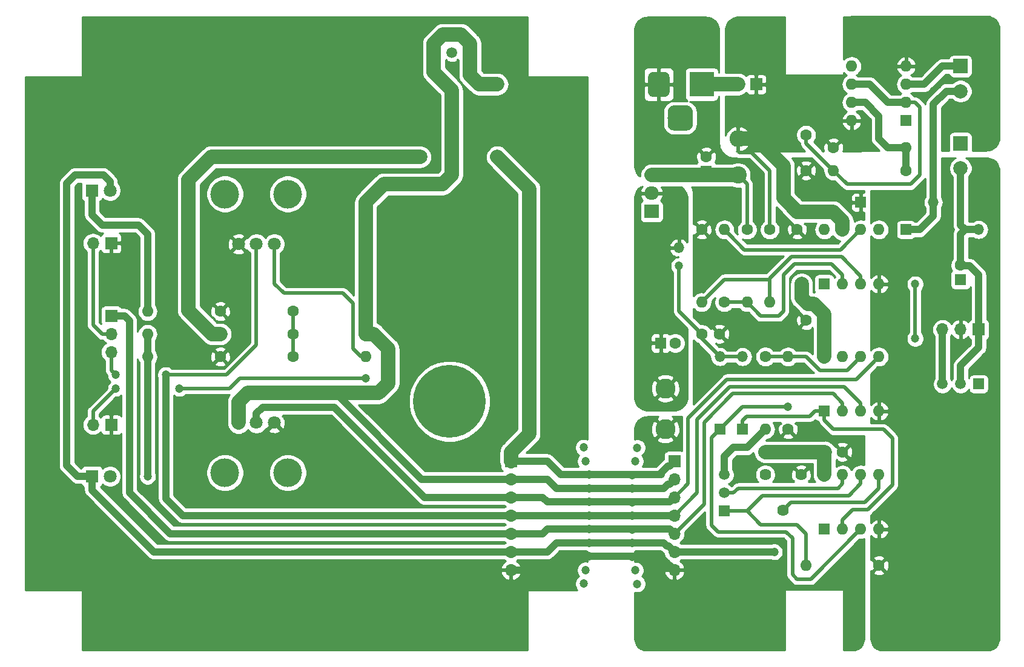
<source format=gbr>
G04 #@! TF.GenerationSoftware,KiCad,Pcbnew,(5.0.0)*
G04 #@! TF.CreationDate,2019-09-26T22:35:49+02:00*
G04 #@! TF.ProjectId,LM317 PSU,4C4D333137205053552E6B696361645F,rev?*
G04 #@! TF.SameCoordinates,Original*
G04 #@! TF.FileFunction,Copper,L1,Top,Signal*
G04 #@! TF.FilePolarity,Positive*
%FSLAX46Y46*%
G04 Gerber Fmt 4.6, Leading zero omitted, Abs format (unit mm)*
G04 Created by KiCad (PCBNEW (5.0.0)) date 09/26/19 22:35:49*
%MOMM*%
%LPD*%
G01*
G04 APERTURE LIST*
G04 #@! TA.AperFunction,ComponentPad*
%ADD10R,1.600000X1.600000*%
G04 #@! TD*
G04 #@! TA.AperFunction,ComponentPad*
%ADD11C,1.600000*%
G04 #@! TD*
G04 #@! TA.AperFunction,ComponentPad*
%ADD12R,1.700000X1.700000*%
G04 #@! TD*
G04 #@! TA.AperFunction,ComponentPad*
%ADD13O,1.700000X1.700000*%
G04 #@! TD*
G04 #@! TA.AperFunction,ComponentPad*
%ADD14R,1.500000X1.500000*%
G04 #@! TD*
G04 #@! TA.AperFunction,ComponentPad*
%ADD15O,1.500000X1.500000*%
G04 #@! TD*
G04 #@! TA.AperFunction,ComponentPad*
%ADD16C,1.500000*%
G04 #@! TD*
G04 #@! TA.AperFunction,ComponentPad*
%ADD17C,2.800000*%
G04 #@! TD*
G04 #@! TA.AperFunction,ComponentPad*
%ADD18C,10.160000*%
G04 #@! TD*
G04 #@! TA.AperFunction,ComponentPad*
%ADD19O,1.600000X1.600000*%
G04 #@! TD*
G04 #@! TA.AperFunction,ComponentPad*
%ADD20C,2.000000*%
G04 #@! TD*
G04 #@! TA.AperFunction,ComponentPad*
%ADD21R,2.000000X2.000000*%
G04 #@! TD*
G04 #@! TA.AperFunction,ComponentPad*
%ADD22C,1.800000*%
G04 #@! TD*
G04 #@! TA.AperFunction,ComponentPad*
%ADD23R,1.800000X1.800000*%
G04 #@! TD*
G04 #@! TA.AperFunction,ComponentPad*
%ADD24R,3.500000X3.500000*%
G04 #@! TD*
G04 #@! TA.AperFunction,Conductor*
%ADD25C,0.100000*%
G04 #@! TD*
G04 #@! TA.AperFunction,ComponentPad*
%ADD26C,3.000000*%
G04 #@! TD*
G04 #@! TA.AperFunction,ComponentPad*
%ADD27C,3.500000*%
G04 #@! TD*
G04 #@! TA.AperFunction,ComponentPad*
%ADD28C,2.400000*%
G04 #@! TD*
G04 #@! TA.AperFunction,ComponentPad*
%ADD29O,2.400000X2.400000*%
G04 #@! TD*
G04 #@! TA.AperFunction,WasherPad*
%ADD30C,4.000000*%
G04 #@! TD*
G04 #@! TA.AperFunction,ComponentPad*
%ADD31C,1.620000*%
G04 #@! TD*
G04 #@! TA.AperFunction,ComponentPad*
%ADD32R,2.000000X1.905000*%
G04 #@! TD*
G04 #@! TA.AperFunction,ComponentPad*
%ADD33O,2.000000X1.905000*%
G04 #@! TD*
G04 #@! TA.AperFunction,ViaPad*
%ADD34C,1.200000*%
G04 #@! TD*
G04 #@! TA.AperFunction,ViaPad*
%ADD35C,2.000000*%
G04 #@! TD*
G04 #@! TA.AperFunction,Conductor*
%ADD36C,1.000000*%
G04 #@! TD*
G04 #@! TA.AperFunction,Conductor*
%ADD37C,0.500000*%
G04 #@! TD*
G04 #@! TA.AperFunction,Conductor*
%ADD38C,2.000000*%
G04 #@! TD*
G04 #@! TA.AperFunction,Conductor*
%ADD39C,0.254000*%
G04 #@! TD*
G04 APERTURE END LIST*
D10*
G04 #@! TO.P,C10,1*
G04 #@! TO.N,GNDA*
X191450000Y-57465000D03*
D11*
G04 #@! TO.P,C10,2*
G04 #@! TO.N,Net-(C10-Pad2)*
X191450000Y-55465000D03*
G04 #@! TD*
D12*
G04 #@! TO.P,J8,1*
G04 #@! TO.N,Net-(C10-Pad2)*
X193990000Y-64450000D03*
D13*
G04 #@! TO.P,J8,2*
G04 #@! TO.N,V-*
X191450000Y-64450000D03*
G04 #@! TO.P,J8,3*
G04 #@! TO.N,Net-(J8-Pad3)*
X188910000Y-64450000D03*
G04 #@! TD*
D14*
G04 #@! TO.P,D7,1*
G04 #@! TO.N,/REG_INP*
X152080000Y-42860000D03*
D15*
G04 #@! TO.P,D7,2*
G04 #@! TO.N,OUTPUT*
X152080000Y-53020000D03*
G04 #@! TD*
D16*
G04 #@! TO.P,U6,2*
G04 #@! TO.N,Net-(C10-Pad2)*
X191450000Y-72070000D03*
G04 #@! TO.P,U6,3*
G04 #@! TO.N,Net-(J8-Pad3)*
X188910000Y-72070000D03*
D14*
G04 #@! TO.P,U6,1*
G04 #@! TO.N,GNDA*
X193990000Y-72070000D03*
G04 #@! TD*
D17*
G04 #@! TO.P,J6,1*
G04 #@! TO.N,OUTPUT*
X150175000Y-72705000D03*
G04 #@! TD*
D18*
G04 #@! TO.P,J2,1*
G04 #@! TO.N,GNDA*
X120000000Y-55500000D03*
G04 #@! TD*
G04 #@! TO.P,J1,1*
G04 #@! TO.N,OUTPUT*
X120000000Y-74500000D03*
G04 #@! TD*
D17*
G04 #@! TO.P,J7,1*
G04 #@! TO.N,GNDA*
X150175000Y-78420000D03*
G04 #@! TD*
D19*
G04 #@! TO.P,U5,8*
G04 #@! TO.N,12V_F*
X172400000Y-68260000D03*
G04 #@! TO.P,U5,4*
G04 #@! TO.N,V-*
X180020000Y-75880000D03*
G04 #@! TO.P,U5,7*
G04 #@! TO.N,/V_cmp*
X174940000Y-68260000D03*
G04 #@! TO.P,U5,3*
G04 #@! TO.N,I_SET*
X177480000Y-75880000D03*
G04 #@! TO.P,U5,6*
G04 #@! TO.N,Net-(R15-Pad1)*
X177480000Y-68260000D03*
G04 #@! TO.P,U5,2*
G04 #@! TO.N,I_FB*
X174940000Y-75880000D03*
G04 #@! TO.P,U5,5*
G04 #@! TO.N,V_SET*
X180020000Y-68260000D03*
D10*
G04 #@! TO.P,U5,1*
G04 #@! TO.N,/I_cmp*
X172400000Y-75880000D03*
G04 #@! TD*
D13*
G04 #@! TO.P,J5,7*
G04 #@! TO.N,GNDA*
X151445000Y-98105000D03*
G04 #@! TO.P,J5,6*
G04 #@! TO.N,LED*
X151445000Y-95565000D03*
G04 #@! TO.P,J5,5*
G04 #@! TO.N,I_FB*
X151445000Y-93025000D03*
G04 #@! TO.P,J5,4*
G04 #@! TO.N,I_SET*
X151445000Y-90485000D03*
G04 #@! TO.P,J5,3*
G04 #@! TO.N,V_SET*
X151445000Y-87945000D03*
G04 #@! TO.P,J5,2*
G04 #@! TO.N,2V5*
X151445000Y-85405000D03*
D12*
G04 #@! TO.P,J5,1*
G04 #@! TO.N,12V_F*
X151445000Y-82865000D03*
G04 #@! TD*
D13*
G04 #@! TO.P,J4,7*
G04 #@! TO.N,GNDA*
X128585000Y-98105000D03*
G04 #@! TO.P,J4,6*
G04 #@! TO.N,LED*
X128585000Y-95565000D03*
G04 #@! TO.P,J4,5*
G04 #@! TO.N,I_FB*
X128585000Y-93025000D03*
G04 #@! TO.P,J4,4*
G04 #@! TO.N,I_SET*
X128585000Y-90485000D03*
G04 #@! TO.P,J4,3*
G04 #@! TO.N,V_SET*
X128585000Y-87945000D03*
G04 #@! TO.P,J4,2*
G04 #@! TO.N,2V5*
X128585000Y-85405000D03*
D12*
G04 #@! TO.P,J4,1*
G04 #@! TO.N,12V_F*
X128585000Y-82865000D03*
G04 #@! TD*
D11*
G04 #@! TO.P,C1,1*
G04 #@! TO.N,GNDA*
X169860000Y-42225000D03*
G04 #@! TO.P,C1,2*
G04 #@! TO.N,Net-(C1-Pad2)*
X169860000Y-37225000D03*
G04 #@! TD*
D20*
G04 #@! TO.P,C2,2*
G04 #@! TO.N,Net-(C2-Pad2)*
X191450000Y-31120000D03*
D21*
G04 #@! TO.P,C2,1*
G04 #@! TO.N,Net-(C2-Pad1)*
X191450000Y-27620000D03*
G04 #@! TD*
G04 #@! TO.P,C3,1*
G04 #@! TO.N,GNDA*
X191450000Y-38415000D03*
D20*
G04 #@! TO.P,C3,2*
G04 #@! TO.N,Net-(C10-Pad2)*
X191450000Y-41915000D03*
G04 #@! TD*
D11*
G04 #@! TO.P,C4,2*
G04 #@! TO.N,12V_F*
X168590000Y-47980000D03*
G04 #@! TO.P,C4,1*
G04 #@! TO.N,GNDA*
X168590000Y-50480000D03*
G04 #@! TD*
D10*
G04 #@! TO.P,C5,1*
G04 #@! TO.N,/REG_INP*
X155890000Y-42320000D03*
D11*
G04 #@! TO.P,C5,2*
G04 #@! TO.N,GNDA*
X155890000Y-40320000D03*
G04 #@! TD*
G04 #@! TO.P,C6,1*
G04 #@! TO.N,/V_ADJ*
X155255000Y-65085000D03*
G04 #@! TO.P,C6,2*
G04 #@! TO.N,GNDA*
X157755000Y-65085000D03*
G04 #@! TD*
G04 #@! TO.P,C7,2*
G04 #@! TO.N,GNDA*
X151540000Y-66355000D03*
D10*
G04 #@! TO.P,C7,1*
G04 #@! TO.N,OUTPUT*
X149540000Y-66355000D03*
G04 #@! TD*
D11*
G04 #@! TO.P,C8,1*
G04 #@! TO.N,GNDA*
X174940000Y-81595000D03*
G04 #@! TO.P,C8,2*
G04 #@! TO.N,12V_F*
X172440000Y-81595000D03*
G04 #@! TD*
G04 #@! TO.P,C9,2*
G04 #@! TO.N,12V_F*
X172360000Y-63180000D03*
G04 #@! TO.P,C9,1*
G04 #@! TO.N,GNDA*
X169860000Y-63180000D03*
G04 #@! TD*
D16*
G04 #@! TO.P,D1,2*
G04 #@! TO.N,GNDA*
X120330000Y-25715000D03*
G04 #@! TO.P,D1,3*
G04 #@! TO.N,2V5*
X122870000Y-25715000D03*
D14*
G04 #@! TO.P,D1,1*
X117790000Y-25715000D03*
G04 #@! TD*
G04 #@! TO.P,D2,1*
G04 #@! TO.N,Net-(C2-Pad2)*
X183830000Y-50480000D03*
D15*
G04 #@! TO.P,D2,2*
G04 #@! TO.N,Net-(C10-Pad2)*
X193990000Y-50480000D03*
G04 #@! TD*
G04 #@! TO.P,D3,2*
G04 #@! TO.N,Net-(C2-Pad2)*
X187640000Y-46670000D03*
D14*
G04 #@! TO.P,D3,1*
G04 #@! TO.N,GNDA*
X177480000Y-46670000D03*
G04 #@! TD*
D22*
G04 #@! TO.P,D4,2*
G04 #@! TO.N,Net-(D4-Pad2)*
X72540000Y-85000000D03*
D23*
G04 #@! TO.P,D4,1*
G04 #@! TO.N,LED*
X70000000Y-85000000D03*
G04 #@! TD*
G04 #@! TO.P,D5,1*
G04 #@! TO.N,Net-(D5-Pad1)*
X70000000Y-45000000D03*
D22*
G04 #@! TO.P,D5,2*
G04 #@! TO.N,LED*
X72540000Y-45000000D03*
G04 #@! TD*
D14*
G04 #@! TO.P,D6,1*
G04 #@! TO.N,/I_cmp*
X160970000Y-78420000D03*
D15*
G04 #@! TO.P,D6,2*
G04 #@! TO.N,/V_ADJ*
X160970000Y-68260000D03*
G04 #@! TD*
D14*
G04 #@! TO.P,D8,1*
G04 #@! TO.N,/V_cmp*
X157795000Y-78420000D03*
D15*
G04 #@! TO.P,D8,2*
G04 #@! TO.N,/V_ADJ*
X157795000Y-68260000D03*
G04 #@! TD*
D12*
G04 #@! TO.P,F1,1*
G04 #@! TO.N,12V_F*
X162875000Y-30160000D03*
D13*
G04 #@! TO.P,F1,2*
G04 #@! TO.N,+12V*
X160335000Y-30160000D03*
G04 #@! TD*
D24*
G04 #@! TO.P,J3,1*
G04 #@! TO.N,+12V*
X155255000Y-30160000D03*
D25*
G04 #@! TD*
G04 #@! TO.N,GNDA*
G04 #@! TO.C,J3*
G36*
X150078513Y-28413611D02*
X150151318Y-28424411D01*
X150222714Y-28442295D01*
X150292013Y-28467090D01*
X150358548Y-28498559D01*
X150421678Y-28536398D01*
X150480795Y-28580242D01*
X150535330Y-28629670D01*
X150584758Y-28684205D01*
X150628602Y-28743322D01*
X150666441Y-28806452D01*
X150697910Y-28872987D01*
X150722705Y-28942286D01*
X150740589Y-29013682D01*
X150751389Y-29086487D01*
X150755000Y-29160000D01*
X150755000Y-31160000D01*
X150751389Y-31233513D01*
X150740589Y-31306318D01*
X150722705Y-31377714D01*
X150697910Y-31447013D01*
X150666441Y-31513548D01*
X150628602Y-31576678D01*
X150584758Y-31635795D01*
X150535330Y-31690330D01*
X150480795Y-31739758D01*
X150421678Y-31783602D01*
X150358548Y-31821441D01*
X150292013Y-31852910D01*
X150222714Y-31877705D01*
X150151318Y-31895589D01*
X150078513Y-31906389D01*
X150005000Y-31910000D01*
X148505000Y-31910000D01*
X148431487Y-31906389D01*
X148358682Y-31895589D01*
X148287286Y-31877705D01*
X148217987Y-31852910D01*
X148151452Y-31821441D01*
X148088322Y-31783602D01*
X148029205Y-31739758D01*
X147974670Y-31690330D01*
X147925242Y-31635795D01*
X147881398Y-31576678D01*
X147843559Y-31513548D01*
X147812090Y-31447013D01*
X147787295Y-31377714D01*
X147769411Y-31306318D01*
X147758611Y-31233513D01*
X147755000Y-31160000D01*
X147755000Y-29160000D01*
X147758611Y-29086487D01*
X147769411Y-29013682D01*
X147787295Y-28942286D01*
X147812090Y-28872987D01*
X147843559Y-28806452D01*
X147881398Y-28743322D01*
X147925242Y-28684205D01*
X147974670Y-28629670D01*
X148029205Y-28580242D01*
X148088322Y-28536398D01*
X148151452Y-28498559D01*
X148217987Y-28467090D01*
X148287286Y-28442295D01*
X148358682Y-28424411D01*
X148431487Y-28413611D01*
X148505000Y-28410000D01*
X150005000Y-28410000D01*
X150078513Y-28413611D01*
X150078513Y-28413611D01*
G37*
D26*
G04 #@! TO.P,J3,2*
G04 #@! TO.N,GNDA*
X149255000Y-30160000D03*
D25*
G04 #@! TD*
G04 #@! TO.N,N/C*
G04 #@! TO.C,J3*
G36*
X153215765Y-33114213D02*
X153300704Y-33126813D01*
X153383999Y-33147677D01*
X153464848Y-33176605D01*
X153542472Y-33213319D01*
X153616124Y-33257464D01*
X153685094Y-33308616D01*
X153748718Y-33366282D01*
X153806384Y-33429906D01*
X153857536Y-33498876D01*
X153901681Y-33572528D01*
X153938395Y-33650152D01*
X153967323Y-33731001D01*
X153988187Y-33814296D01*
X154000787Y-33899235D01*
X154005000Y-33985000D01*
X154005000Y-35735000D01*
X154000787Y-35820765D01*
X153988187Y-35905704D01*
X153967323Y-35988999D01*
X153938395Y-36069848D01*
X153901681Y-36147472D01*
X153857536Y-36221124D01*
X153806384Y-36290094D01*
X153748718Y-36353718D01*
X153685094Y-36411384D01*
X153616124Y-36462536D01*
X153542472Y-36506681D01*
X153464848Y-36543395D01*
X153383999Y-36572323D01*
X153300704Y-36593187D01*
X153215765Y-36605787D01*
X153130000Y-36610000D01*
X151380000Y-36610000D01*
X151294235Y-36605787D01*
X151209296Y-36593187D01*
X151126001Y-36572323D01*
X151045152Y-36543395D01*
X150967528Y-36506681D01*
X150893876Y-36462536D01*
X150824906Y-36411384D01*
X150761282Y-36353718D01*
X150703616Y-36290094D01*
X150652464Y-36221124D01*
X150608319Y-36147472D01*
X150571605Y-36069848D01*
X150542677Y-35988999D01*
X150521813Y-35905704D01*
X150509213Y-35820765D01*
X150505000Y-35735000D01*
X150505000Y-33985000D01*
X150509213Y-33899235D01*
X150521813Y-33814296D01*
X150542677Y-33731001D01*
X150571605Y-33650152D01*
X150608319Y-33572528D01*
X150652464Y-33498876D01*
X150703616Y-33429906D01*
X150761282Y-33366282D01*
X150824906Y-33308616D01*
X150893876Y-33257464D01*
X150967528Y-33213319D01*
X151045152Y-33176605D01*
X151126001Y-33147677D01*
X151209296Y-33126813D01*
X151294235Y-33114213D01*
X151380000Y-33110000D01*
X153130000Y-33110000D01*
X153215765Y-33114213D01*
X153215765Y-33114213D01*
G37*
D27*
G04 #@! TO.P,J3,3*
G04 #@! TO.N,N/C*
X152255000Y-34860000D03*
G04 #@! TD*
D13*
G04 #@! TO.P,MES1,2*
G04 #@! TO.N,Net-(MES1-Pad2)*
X70165000Y-52385000D03*
D12*
G04 #@! TO.P,MES1,1*
G04 #@! TO.N,GNDA*
X72705000Y-52385000D03*
G04 #@! TD*
G04 #@! TO.P,MES2,1*
G04 #@! TO.N,GNDA*
X72705000Y-77785000D03*
D13*
G04 #@! TO.P,MES2,2*
G04 #@! TO.N,OUTPUT*
X70165000Y-77785000D03*
G04 #@! TD*
D14*
G04 #@! TO.P,Q1,1*
G04 #@! TO.N,/I_sink_sense*
X158430000Y-89850000D03*
D16*
G04 #@! TO.P,Q1,3*
G04 #@! TO.N,OUTPUT*
X158430000Y-84770000D03*
G04 #@! TO.P,Q1,2*
G04 #@! TO.N,Net-(Q1-Pad2)*
X158430000Y-87310000D03*
G04 #@! TD*
D19*
G04 #@! TO.P,R1,2*
G04 #@! TO.N,12V_F*
X126680000Y-40320000D03*
D11*
G04 #@! TO.P,R1,1*
G04 #@! TO.N,2V5*
X126680000Y-30160000D03*
G04 #@! TD*
D19*
G04 #@! TO.P,R2,2*
G04 #@! TO.N,/Hi_side_sense*
X164780000Y-60640000D03*
D11*
G04 #@! TO.P,R2,1*
G04 #@! TO.N,12V_F*
X164780000Y-50480000D03*
G04 #@! TD*
G04 #@! TO.P,R3,1*
G04 #@! TO.N,12V_F*
X173670000Y-39050000D03*
D19*
G04 #@! TO.P,R3,2*
G04 #@! TO.N,Net-(R3-Pad2)*
X183830000Y-39050000D03*
G04 #@! TD*
G04 #@! TO.P,R4,2*
G04 #@! TO.N,Net-(C1-Pad2)*
X173670000Y-42225000D03*
D11*
G04 #@! TO.P,R4,1*
G04 #@! TO.N,Net-(R3-Pad2)*
X183830000Y-42225000D03*
G04 #@! TD*
D28*
G04 #@! TO.P,R5,1*
G04 #@! TO.N,/REG_INP*
X160335000Y-42860000D03*
D29*
G04 #@! TO.P,R5,2*
G04 #@! TO.N,12V_F*
X160335000Y-37780000D03*
G04 #@! TD*
D11*
G04 #@! TO.P,R6,1*
G04 #@! TO.N,/REG_INP*
X161605000Y-50480000D03*
D19*
G04 #@! TO.P,R6,2*
G04 #@! TO.N,/Lo_side_sense*
X161605000Y-60640000D03*
G04 #@! TD*
G04 #@! TO.P,R7,2*
G04 #@! TO.N,/Hi_side_sense*
X155255000Y-60640000D03*
D11*
G04 #@! TO.P,R7,1*
G04 #@! TO.N,GNDA*
X155255000Y-50480000D03*
G04 #@! TD*
G04 #@! TO.P,R8,1*
G04 #@! TO.N,/Lo_side_sense*
X158430000Y-60640000D03*
D19*
G04 #@! TO.P,R8,2*
G04 #@! TO.N,I_FB*
X158430000Y-50480000D03*
G04 #@! TD*
D11*
G04 #@! TO.P,R9,1*
G04 #@! TO.N,Net-(R10-Pad1)*
X98105000Y-61910000D03*
D19*
G04 #@! TO.P,R9,2*
G04 #@! TO.N,2V5*
X108265000Y-61910000D03*
G04 #@! TD*
G04 #@! TO.P,R10,2*
G04 #@! TO.N,2V5*
X108265000Y-65085000D03*
D11*
G04 #@! TO.P,R10,1*
G04 #@! TO.N,Net-(R10-Pad1)*
X98105000Y-65085000D03*
G04 #@! TD*
G04 #@! TO.P,R11,1*
G04 #@! TO.N,Net-(R10-Pad1)*
X98105000Y-68260000D03*
D19*
G04 #@! TO.P,R11,2*
G04 #@! TO.N,Net-(R11-Pad2)*
X108265000Y-68260000D03*
G04 #@! TD*
G04 #@! TO.P,R12,2*
G04 #@! TO.N,Net-(D5-Pad1)*
X77785000Y-61910000D03*
D11*
G04 #@! TO.P,R12,1*
G04 #@! TO.N,GNDA*
X87945000Y-61910000D03*
G04 #@! TD*
G04 #@! TO.P,R13,1*
G04 #@! TO.N,12V_F*
X87945000Y-65085000D03*
D19*
G04 #@! TO.P,R13,2*
G04 #@! TO.N,Net-(D4-Pad2)*
X77785000Y-65085000D03*
G04 #@! TD*
D11*
G04 #@! TO.P,R14,1*
G04 #@! TO.N,GNDA*
X87945000Y-68260000D03*
D19*
G04 #@! TO.P,R14,2*
G04 #@! TO.N,Net-(D4-Pad2)*
X77785000Y-68260000D03*
G04 #@! TD*
D11*
G04 #@! TO.P,R15,1*
G04 #@! TO.N,Net-(R15-Pad1)*
X164145000Y-68260000D03*
D19*
G04 #@! TO.P,R15,2*
G04 #@! TO.N,OUTPUT*
X164145000Y-78420000D03*
G04 #@! TD*
G04 #@! TO.P,R16,2*
G04 #@! TO.N,Net-(R15-Pad1)*
X167320000Y-68260000D03*
D11*
G04 #@! TO.P,R16,1*
G04 #@! TO.N,GNDA*
X167320000Y-78420000D03*
G04 #@! TD*
D19*
G04 #@! TO.P,R17,2*
G04 #@! TO.N,/I_sink_sense*
X169860000Y-97470000D03*
D11*
G04 #@! TO.P,R17,1*
G04 #@! TO.N,V-*
X180020000Y-97470000D03*
G04 #@! TD*
D30*
G04 #@! TO.P,RV1,*
G04 #@! TO.N,*
X97400000Y-45500000D03*
X88600000Y-45500000D03*
D22*
G04 #@! TO.P,RV1,1*
G04 #@! TO.N,Net-(R11-Pad2)*
X95500000Y-52500000D03*
G04 #@! TO.P,RV1,2*
G04 #@! TO.N,I_SET*
X93000000Y-52500000D03*
G04 #@! TO.P,RV1,3*
G04 #@! TO.N,GNDA*
X90500000Y-52500000D03*
G04 #@! TD*
G04 #@! TO.P,RV2,3*
G04 #@! TO.N,GNDA*
X95500000Y-77500000D03*
G04 #@! TO.P,RV2,2*
G04 #@! TO.N,V_SET*
X93000000Y-77500000D03*
G04 #@! TO.P,RV2,1*
G04 #@! TO.N,2V5*
X90500000Y-77500000D03*
D30*
G04 #@! TO.P,RV2,*
G04 #@! TO.N,*
X97400000Y-84500000D03*
X88600000Y-84500000D03*
G04 #@! TD*
D31*
G04 #@! TO.P,RV3,3*
G04 #@! TO.N,GNDA*
X169145000Y-84770000D03*
G04 #@! TO.P,RV3,2*
G04 #@! TO.N,Net-(RV3-Pad2)*
X166645000Y-89770000D03*
G04 #@! TO.P,RV3,1*
G04 #@! TO.N,2V5*
X164145000Y-84770000D03*
G04 #@! TD*
D12*
G04 #@! TO.P,SW1,1*
G04 #@! TO.N,I_FB*
X72705000Y-62545000D03*
D13*
G04 #@! TO.P,SW1,2*
G04 #@! TO.N,Net-(MES1-Pad2)*
X72705000Y-65085000D03*
G04 #@! TO.P,SW1,3*
G04 #@! TO.N,I_SET*
X72705000Y-67625000D03*
G04 #@! TD*
D19*
G04 #@! TO.P,U1,8*
G04 #@! TO.N,12V_F*
X176210000Y-35240000D03*
G04 #@! TO.P,U1,4*
X183830000Y-27620000D03*
G04 #@! TO.P,U1,7*
G04 #@! TO.N,Net-(R3-Pad2)*
X176210000Y-32700000D03*
G04 #@! TO.P,U1,3*
G04 #@! TO.N,Net-(C2-Pad1)*
X183830000Y-30160000D03*
G04 #@! TO.P,U1,6*
G04 #@! TO.N,Net-(C1-Pad2)*
X176210000Y-30160000D03*
G04 #@! TO.P,U1,2*
X183830000Y-32700000D03*
G04 #@! TO.P,U1,5*
G04 #@! TO.N,Net-(U1-Pad5)*
X176210000Y-27620000D03*
D10*
G04 #@! TO.P,U1,1*
G04 #@! TO.N,GNDA*
X183830000Y-35240000D03*
G04 #@! TD*
D19*
G04 #@! TO.P,U2,8*
G04 #@! TO.N,Net-(U2-Pad8)*
X172400000Y-50480000D03*
G04 #@! TO.P,U2,4*
G04 #@! TO.N,V-*
X180020000Y-58100000D03*
G04 #@! TO.P,U2,7*
G04 #@! TO.N,12V_F*
X174940000Y-50480000D03*
G04 #@! TO.P,U2,3*
G04 #@! TO.N,/Hi_side_sense*
X177480000Y-58100000D03*
G04 #@! TO.P,U2,6*
G04 #@! TO.N,I_FB*
X177480000Y-50480000D03*
G04 #@! TO.P,U2,2*
G04 #@! TO.N,/Lo_side_sense*
X174940000Y-58100000D03*
G04 #@! TO.P,U2,5*
G04 #@! TO.N,Net-(U2-Pad5)*
X180020000Y-50480000D03*
D10*
G04 #@! TO.P,U2,1*
G04 #@! TO.N,Net-(U2-Pad1)*
X172400000Y-58100000D03*
G04 #@! TD*
G04 #@! TO.P,U3,1*
G04 #@! TO.N,LED*
X172400000Y-92390000D03*
D19*
G04 #@! TO.P,U3,5*
G04 #@! TO.N,Net-(RV3-Pad2)*
X180020000Y-84770000D03*
G04 #@! TO.P,U3,2*
G04 #@! TO.N,/I_cmp*
X174940000Y-92390000D03*
G04 #@! TO.P,U3,6*
G04 #@! TO.N,/I_sink_sense*
X177480000Y-84770000D03*
G04 #@! TO.P,U3,3*
G04 #@! TO.N,/V_cmp*
X177480000Y-92390000D03*
G04 #@! TO.P,U3,7*
G04 #@! TO.N,Net-(Q1-Pad2)*
X174940000Y-84770000D03*
G04 #@! TO.P,U3,4*
G04 #@! TO.N,V-*
X180020000Y-92390000D03*
G04 #@! TO.P,U3,8*
G04 #@! TO.N,12V_F*
X172400000Y-84770000D03*
G04 #@! TD*
D32*
G04 #@! TO.P,U4,1*
G04 #@! TO.N,/V_ADJ*
X148270000Y-47940000D03*
D33*
G04 #@! TO.P,U4,2*
G04 #@! TO.N,OUTPUT*
X148270000Y-45400000D03*
G04 #@! TO.P,U4,3*
G04 #@! TO.N,/REG_INP*
X148270000Y-42860000D03*
G04 #@! TD*
D34*
G04 #@! TO.N,*
X139000000Y-98105000D03*
X138745000Y-100010000D03*
X139000000Y-82865000D03*
X138745000Y-80960000D03*
X146000000Y-98135000D03*
X146255000Y-100040000D03*
X146255000Y-80990000D03*
X146000000Y-82895000D03*
G04 #@! TO.N,GNDA*
X139500000Y-96200000D03*
X145500000Y-96230000D03*
G04 #@! TO.N,/V_ADJ*
X152080000Y-55560000D03*
G04 #@! TO.N,OUTPUT*
X108265000Y-71239990D03*
X73339995Y-72705000D03*
X82230000Y-72705000D03*
G04 #@! TO.N,2V5*
X139500000Y-86675000D03*
X145500000Y-86705000D03*
G04 #@! TO.N,LED*
X145500000Y-94325000D03*
X165415000Y-95565000D03*
X139500000Y-94295000D03*
G04 #@! TO.N,Net-(D4-Pad2)*
X77785000Y-85000006D03*
G04 #@! TO.N,I_FB*
X185099998Y-58100000D03*
X185100000Y-65720000D03*
X139500000Y-92390000D03*
X145500000Y-92420000D03*
G04 #@! TO.N,I_SET*
X80325000Y-70800000D03*
X73340000Y-70800006D03*
X139500000Y-90485000D03*
X145500000Y-90515000D03*
G04 #@! TO.N,V_SET*
X145500000Y-88610000D03*
X139500000Y-88580000D03*
G04 #@! TO.N,/V_cmp*
X167320000Y-75245008D03*
G04 #@! TO.N,12V_F*
X145500000Y-84800000D03*
D35*
X169225000Y-58100000D03*
D34*
X139500000Y-84770000D03*
D35*
X115885000Y-40320000D03*
X164145000Y-81595000D03*
G04 #@! TD*
D36*
G04 #@! TO.N,GNDA*
X150755001Y-97415001D02*
X151445000Y-98105000D01*
X150556999Y-97415001D02*
X150755001Y-97415001D01*
X128585000Y-98105000D02*
X133665000Y-98105000D01*
X135570000Y-96200000D02*
X138745000Y-96200000D01*
X149540000Y-96200000D02*
X149594999Y-96254999D01*
X133665000Y-98105000D02*
X135570000Y-96200000D01*
X149594999Y-96254999D02*
X149594999Y-96453001D01*
X149594999Y-96453001D02*
X150556999Y-97415001D01*
X138745000Y-96200000D02*
X149540000Y-96200000D01*
G04 #@! TO.N,Net-(C1-Pad2)*
X178750000Y-30160000D02*
X176210000Y-30160000D01*
X183830000Y-32700000D02*
X181290000Y-32700000D01*
X181290000Y-32700000D02*
X178750000Y-30160000D01*
D37*
X169860000Y-38415000D02*
X169860000Y-37225000D01*
X173670000Y-42225000D02*
X169860000Y-38415000D01*
X185100000Y-32700000D02*
X183830000Y-32700000D01*
X185735000Y-33335000D02*
X185100000Y-32700000D01*
X185735000Y-42860000D02*
X185735000Y-33335000D01*
X184465000Y-44130000D02*
X185735000Y-42860000D01*
X173670000Y-42225000D02*
X175575000Y-44130000D01*
X175575000Y-44130000D02*
X184465000Y-44130000D01*
D36*
G04 #@! TO.N,Net-(C2-Pad2)*
X183830000Y-50480000D02*
X185735000Y-50480000D01*
X187640000Y-48575000D02*
X187640000Y-46670000D01*
X185735000Y-50480000D02*
X187640000Y-48575000D01*
X187640000Y-33584990D02*
X187640000Y-46670000D01*
X187640000Y-32930000D02*
X187640000Y-33584990D01*
X191450000Y-31120000D02*
X189450000Y-31120000D01*
X189450000Y-31120000D02*
X187640000Y-32930000D01*
G04 #@! TO.N,Net-(C2-Pad1)*
X188910000Y-27620000D02*
X191450000Y-27620000D01*
X183830000Y-30160000D02*
X186370000Y-30160000D01*
X186370000Y-30160000D02*
X188910000Y-27620000D01*
D38*
G04 #@! TO.N,+12V*
X155255000Y-30160000D02*
X160335000Y-30160000D01*
G04 #@! TO.N,/REG_INP*
X160335000Y-42860000D02*
X148270000Y-42860000D01*
D37*
X161605000Y-49210000D02*
X161605000Y-50480000D01*
X160335000Y-42860000D02*
X161605000Y-44130000D01*
X161605000Y-44130000D02*
X161605000Y-49210000D01*
G04 #@! TO.N,/V_ADJ*
X152080000Y-56408528D02*
X152080000Y-55560000D01*
X152080000Y-61910000D02*
X152080000Y-56408528D01*
X155255000Y-65085000D02*
X152080000Y-61910000D01*
X155255000Y-65085000D02*
X155255000Y-65720000D01*
X155255000Y-65720000D02*
X157795000Y-68260000D01*
X157795000Y-68260000D02*
X160970000Y-68260000D01*
G04 #@! TO.N,OUTPUT*
X72739996Y-73304999D02*
X73339995Y-72705000D01*
X70165000Y-75879995D02*
X72739996Y-73304999D01*
X70165000Y-77785000D02*
X70165000Y-75879995D01*
X108265000Y-71239990D02*
X90680010Y-71239990D01*
X90680010Y-71239990D02*
X89215000Y-72705000D01*
X89215000Y-72705000D02*
X83078528Y-72705000D01*
X83078528Y-72705000D02*
X82230000Y-72705000D01*
D36*
X158430000Y-82230000D02*
X158430000Y-84770000D01*
X159700000Y-80960000D02*
X158430000Y-82230000D01*
X164145000Y-78420000D02*
X161605000Y-80960000D01*
X161605000Y-80960000D02*
X159700000Y-80960000D01*
D38*
G04 #@! TO.N,2V5*
X108265000Y-65085000D02*
X108265000Y-61910000D01*
X109396370Y-65085000D02*
X108265000Y-65085000D01*
X90500000Y-74595000D02*
X91755000Y-73340000D01*
X110103004Y-73340000D02*
X111440000Y-72003004D01*
X111440000Y-72003004D02*
X111440000Y-67128630D01*
X90500000Y-77500000D02*
X90500000Y-74595000D01*
X111440000Y-67128630D02*
X109396370Y-65085000D01*
X103820000Y-73340000D02*
X110103004Y-73340000D01*
X91755000Y-73340000D02*
X103820000Y-73340000D01*
D36*
X116101334Y-85405000D02*
X128585000Y-85405000D01*
X104536335Y-73840001D02*
X116101334Y-85405000D01*
X103820000Y-73340000D02*
X104320000Y-73840000D01*
X104320000Y-73840000D02*
X104536335Y-73840001D01*
X150755001Y-86094999D02*
X151445000Y-85405000D01*
X150556999Y-86094999D02*
X150755001Y-86094999D01*
X149976998Y-86675000D02*
X150556999Y-86094999D01*
X134935000Y-86675000D02*
X138745000Y-86675000D01*
X128585000Y-85405000D02*
X133665000Y-85405000D01*
X133665000Y-85405000D02*
X134935000Y-86675000D01*
X138745000Y-86675000D02*
X149976998Y-86675000D01*
D38*
X117790000Y-25715000D02*
X117790000Y-24445000D01*
X117790000Y-24445000D02*
X119060000Y-23175000D01*
X119060000Y-23175000D02*
X121600000Y-23175000D01*
X121600000Y-23175000D02*
X122870000Y-24445000D01*
X122870000Y-24445000D02*
X122870000Y-25715000D01*
X124140000Y-30160000D02*
X126680000Y-30160000D01*
X122870000Y-25715000D02*
X122870000Y-28890000D01*
X122870000Y-28890000D02*
X124140000Y-30160000D01*
X108265000Y-46670000D02*
X108265000Y-61910000D01*
X117790000Y-28465000D02*
X120330000Y-31005000D01*
X117790000Y-25715000D02*
X117790000Y-28465000D01*
X120330000Y-31005000D02*
X120330000Y-42860000D01*
X120330000Y-42860000D02*
X119060000Y-44130000D01*
X119060000Y-44130000D02*
X110805000Y-44130000D01*
X110805000Y-44130000D02*
X108265000Y-46670000D01*
D36*
G04 #@! TO.N,LED*
X122909978Y-95565000D02*
X128585000Y-95565000D01*
X78665000Y-95565000D02*
X122909978Y-95565000D01*
X70000000Y-85000000D02*
X70000000Y-86900000D01*
X70000000Y-86900000D02*
X78665000Y-95565000D01*
X165415000Y-95565000D02*
X151445000Y-95565000D01*
X150595001Y-94715001D02*
X151445000Y-95565000D01*
X150396999Y-94715001D02*
X150595001Y-94715001D01*
X149976998Y-94295000D02*
X150396999Y-94715001D01*
X134921324Y-94295000D02*
X138745000Y-94295000D01*
X128585000Y-95565000D02*
X133651324Y-95565000D01*
X133651324Y-95565000D02*
X134921324Y-94295000D01*
X138745000Y-94295000D02*
X149976998Y-94295000D01*
X72540000Y-43800000D02*
X72540000Y-45000000D01*
X66500000Y-83500000D02*
X66500000Y-44000000D01*
X66500000Y-44000000D02*
X67640000Y-42860000D01*
X70000000Y-85000000D02*
X68000000Y-85000000D01*
X67640000Y-42860000D02*
X71600000Y-42860000D01*
X68000000Y-85000000D02*
X66500000Y-83500000D01*
X71600000Y-42860000D02*
X72540000Y-43800000D01*
G04 #@! TO.N,Net-(D4-Pad2)*
X77785000Y-65085000D02*
X77785000Y-68260000D01*
X77785000Y-68260000D02*
X77785000Y-83500000D01*
X77785000Y-83500000D02*
X77785000Y-85000006D01*
G04 #@! TO.N,Net-(D5-Pad1)*
X70000000Y-48410000D02*
X70000000Y-45000000D01*
X71435000Y-49845000D02*
X70000000Y-48410000D01*
X76515000Y-49845000D02*
X71435000Y-49845000D01*
X77785000Y-61910000D02*
X77785000Y-51115000D01*
X77785000Y-51115000D02*
X76515000Y-49845000D01*
D37*
G04 #@! TO.N,Net-(MES1-Pad2)*
X70165000Y-63815000D02*
X71435000Y-65085000D01*
X70165000Y-52385000D02*
X70165000Y-63815000D01*
X71435000Y-65085000D02*
X71502919Y-65085000D01*
X71502919Y-65085000D02*
X72705000Y-65085000D01*
G04 #@! TO.N,Net-(Q1-Pad2)*
X174940000Y-86040000D02*
X174940000Y-84770000D01*
X160335000Y-86675000D02*
X174305000Y-86675000D01*
X174305000Y-86675000D02*
X174940000Y-86040000D01*
X160335000Y-86675000D02*
X159700000Y-87310000D01*
X159700000Y-87310000D02*
X158430000Y-87310000D01*
G04 #@! TO.N,/I_sink_sense*
X158430000Y-89850000D02*
X159065000Y-89850000D01*
X159065000Y-89850000D02*
X161605000Y-89850000D01*
X169860000Y-93025000D02*
X168590000Y-91755000D01*
X169860000Y-97470000D02*
X169860000Y-93025000D01*
X168590000Y-91755000D02*
X163510000Y-91755000D01*
X163510000Y-91755000D02*
X161605000Y-89850000D01*
X163779990Y-87675010D02*
X175844990Y-87675010D01*
X161605000Y-89850000D02*
X163779990Y-87675010D01*
X175844990Y-87675010D02*
X177480000Y-86040000D01*
X177480000Y-86040000D02*
X177480000Y-84770000D01*
G04 #@! TO.N,/Hi_side_sense*
X164780000Y-60640000D02*
X164780000Y-57465000D01*
X158430000Y-57465000D02*
X164780000Y-57465000D01*
X155255000Y-60640000D02*
X158430000Y-57465000D01*
X174801369Y-54289999D02*
X177480000Y-56968630D01*
X177480000Y-56968630D02*
X177480000Y-58100000D01*
X164780000Y-57320771D02*
X167810772Y-54289999D01*
X164780000Y-57465000D02*
X164780000Y-57320771D01*
X167810772Y-54289999D02*
X174801369Y-54289999D01*
D36*
G04 #@! TO.N,Net-(R3-Pad2)*
X181290000Y-39050000D02*
X183830000Y-39050000D01*
X180020000Y-37780000D02*
X181290000Y-39050000D01*
X180020000Y-34605000D02*
X180020000Y-37780000D01*
X176210000Y-32700000D02*
X178115000Y-32700000D01*
X178115000Y-32700000D02*
X180020000Y-34605000D01*
X183830000Y-39050000D02*
X183830000Y-42225000D01*
D37*
G04 #@! TO.N,/Lo_side_sense*
X158430000Y-60640000D02*
X161605000Y-60640000D01*
X174940000Y-56830000D02*
X174940000Y-58100000D01*
X163510000Y-62545000D02*
X166050000Y-62545000D01*
X161605000Y-60640000D02*
X163510000Y-62545000D01*
X166050000Y-62545000D02*
X166685000Y-61910000D01*
X173400010Y-55290010D02*
X174940000Y-56830000D01*
X166685000Y-61910000D02*
X166685000Y-56830000D01*
X166685000Y-56830000D02*
X168224990Y-55290010D01*
X168224990Y-55290010D02*
X173400010Y-55290010D01*
D36*
G04 #@! TO.N,I_FB*
X125410000Y-93025000D02*
X128585000Y-93025000D01*
X80960000Y-93025000D02*
X125410000Y-93025000D01*
X75245000Y-87310000D02*
X80960000Y-93025000D01*
X75245000Y-63235000D02*
X75245000Y-87310000D01*
X72705000Y-62545000D02*
X74555000Y-62545000D01*
X74555000Y-62545000D02*
X75245000Y-63235000D01*
D37*
X174670011Y-53289989D02*
X161239989Y-53289989D01*
X161239989Y-53289989D02*
X159229999Y-51279999D01*
X159229999Y-51279999D02*
X158430000Y-50480000D01*
X177480000Y-50480000D02*
X174670011Y-53289989D01*
X174940000Y-74748630D02*
X174940000Y-75880000D01*
X155620011Y-77419989D02*
X159604978Y-73435022D01*
X151445000Y-93025000D02*
X155620011Y-88849989D01*
X155620011Y-88849989D02*
X155620011Y-77419989D01*
X159604978Y-73435022D02*
X173626392Y-73435022D01*
X173626392Y-73435022D02*
X174940000Y-74748630D01*
X185099998Y-65719998D02*
X185100000Y-65720000D01*
X185099998Y-58100000D02*
X185099998Y-65719998D01*
D36*
X133030000Y-93025000D02*
X128585000Y-93025000D01*
X133665000Y-92390000D02*
X133030000Y-93025000D01*
X150810000Y-92390000D02*
X138745000Y-92390000D01*
X151445000Y-93025000D02*
X150810000Y-92390000D01*
X138745000Y-92390000D02*
X133665000Y-92390000D01*
D37*
G04 #@! TO.N,Net-(R10-Pad1)*
X98105000Y-61910000D02*
X98105000Y-68260000D01*
G04 #@! TO.N,Net-(R11-Pad2)*
X95500000Y-58035000D02*
X95500000Y-52500000D01*
X107630000Y-68260000D02*
X106514990Y-67144990D01*
X108265000Y-68260000D02*
X107630000Y-68260000D01*
X106514990Y-67144990D02*
X106514990Y-60794991D01*
X106514990Y-60794991D02*
X105090000Y-59370000D01*
X105090000Y-59370000D02*
X96835000Y-59370000D01*
X96835000Y-59370000D02*
X95500000Y-58035000D01*
G04 #@! TO.N,Net-(R15-Pad1)*
X176680001Y-69059999D02*
X177480000Y-68260000D01*
X175575000Y-70165000D02*
X176680001Y-69059999D01*
X171765000Y-70165000D02*
X175575000Y-70165000D01*
X164145000Y-68260000D02*
X169860000Y-68260000D01*
X169860000Y-68260000D02*
X171765000Y-70165000D01*
G04 #@! TO.N,I_SET*
X72740001Y-70200007D02*
X73340000Y-70800006D01*
X72705000Y-67625000D02*
X72705000Y-70165006D01*
X72705000Y-70165006D02*
X72740001Y-70200007D01*
X88825385Y-70800000D02*
X80325000Y-70800000D01*
X93000000Y-52500000D02*
X93000000Y-66625385D01*
X93000000Y-66625385D02*
X88825385Y-70800000D01*
D36*
X82710009Y-90485000D02*
X128585000Y-90485000D01*
X80325000Y-70800000D02*
X80325000Y-88099991D01*
X80325000Y-88099991D02*
X82710009Y-90485000D01*
X128585000Y-90485000D02*
X138745000Y-90485000D01*
D37*
X175166381Y-72435011D02*
X177480000Y-74748630D01*
X159190760Y-72435011D02*
X175166381Y-72435011D01*
X154620000Y-77005771D02*
X159190760Y-72435011D01*
X154620000Y-87310000D02*
X154620000Y-77005771D01*
X151445000Y-90485000D02*
X154620000Y-87310000D01*
X177480000Y-74748630D02*
X177480000Y-75880000D01*
D36*
X138745000Y-90485000D02*
X151445000Y-90485000D01*
G04 #@! TO.N,V_SET*
X116520000Y-87945000D02*
X128585000Y-87945000D01*
X103915010Y-75340010D02*
X116520000Y-87945000D01*
X93887198Y-75340010D02*
X103915010Y-75340010D01*
X93000000Y-77500000D02*
X93000000Y-76227208D01*
X93000000Y-76227208D02*
X93887198Y-75340010D01*
D37*
X179220001Y-69059999D02*
X180020000Y-68260000D01*
X176845000Y-71435000D02*
X179220001Y-69059999D01*
X158776542Y-71435000D02*
X176845000Y-71435000D01*
X153350000Y-76861542D02*
X158776542Y-71435000D01*
X151445000Y-87945000D02*
X153350000Y-86040000D01*
X153350000Y-86040000D02*
X153350000Y-76861542D01*
D36*
X133030000Y-87945000D02*
X128585000Y-87945000D01*
X133665000Y-88580000D02*
X133030000Y-87945000D01*
X151445000Y-87945000D02*
X150810000Y-88580000D01*
X150810000Y-88580000D02*
X138745000Y-88580000D01*
X138745000Y-88580000D02*
X133665000Y-88580000D01*
D37*
G04 #@! TO.N,Net-(RV3-Pad2)*
X180020000Y-86675000D02*
X180020000Y-84770000D01*
X178019980Y-88675020D02*
X180020000Y-86675000D01*
X166645000Y-89770000D02*
X167739980Y-88675020D01*
X167739980Y-88675020D02*
X178019980Y-88675020D01*
G04 #@! TO.N,/I_cmp*
X174940000Y-91120000D02*
X174940000Y-92390000D01*
X176384970Y-89675030D02*
X174940000Y-91120000D01*
X172400000Y-77150000D02*
X173670000Y-78420000D01*
X172400000Y-75880000D02*
X172400000Y-77150000D01*
X173670000Y-78420000D02*
X180655000Y-78420000D01*
X180655000Y-78420000D02*
X181925000Y-79690000D01*
X181925000Y-79690000D02*
X181925000Y-86184227D01*
X178434197Y-89675030D02*
X176384970Y-89675030D01*
X181925000Y-86184227D02*
X178434197Y-89675030D01*
X171100000Y-75880000D02*
X170384991Y-76595009D01*
X172400000Y-75880000D02*
X171100000Y-75880000D01*
X160970000Y-77170000D02*
X160970000Y-78420000D01*
X170384991Y-76595009D02*
X161544991Y-76595009D01*
X161544991Y-76595009D02*
X160970000Y-77170000D01*
G04 #@! TO.N,/V_cmp*
X167050010Y-92755010D02*
X157525010Y-92755010D01*
X170495000Y-99375000D02*
X168590000Y-99375000D01*
X167955000Y-93660000D02*
X167050010Y-92755010D01*
X167955000Y-98740000D02*
X167955000Y-93660000D01*
X168590000Y-99375000D02*
X167955000Y-98740000D01*
X177480000Y-92390000D02*
X170495000Y-99375000D01*
X157525010Y-92755010D02*
X156620022Y-91850022D01*
X156620022Y-91850022D02*
X156620022Y-79594980D01*
X156620022Y-79594980D02*
X160969994Y-75245008D01*
X160969994Y-75245008D02*
X166471472Y-75245008D01*
X166471472Y-75245008D02*
X167320000Y-75245008D01*
D38*
G04 #@! TO.N,12V_F*
X111440000Y-40320000D02*
X111440000Y-40320000D01*
D37*
X164780000Y-42225000D02*
X164780000Y-50480000D01*
X162240000Y-39685000D02*
X164780000Y-42225000D01*
X160542944Y-39685000D02*
X162240000Y-39685000D01*
X160335000Y-37780000D02*
X160335000Y-39477056D01*
X160335000Y-39477056D02*
X160542944Y-39685000D01*
D38*
X162875000Y-37780000D02*
X160335000Y-37780000D01*
X166685000Y-41590000D02*
X162875000Y-37780000D01*
X166685000Y-46035000D02*
X166685000Y-41590000D01*
X167790001Y-47140001D02*
X166685000Y-46035000D01*
X168590000Y-47980000D02*
X167790001Y-47180001D01*
X167790001Y-47180001D02*
X167790001Y-47140001D01*
X174940000Y-49290000D02*
X174940000Y-50480000D01*
X168590000Y-47980000D02*
X173630000Y-47980000D01*
X173630000Y-47980000D02*
X174940000Y-49290000D01*
X172400000Y-84770000D02*
X172400000Y-81635000D01*
X172400000Y-81635000D02*
X172440000Y-81595000D01*
X172440000Y-81595000D02*
X169225000Y-81595000D01*
D36*
X133665000Y-82865000D02*
X128585000Y-82865000D01*
X135570000Y-84770000D02*
X133665000Y-82865000D01*
X151445000Y-82865000D02*
X150755001Y-83554999D01*
X150755001Y-83554999D02*
X150556999Y-83554999D01*
X150556999Y-83554999D02*
X149594999Y-84516999D01*
X149594999Y-84516999D02*
X149594999Y-84715001D01*
X149594999Y-84715001D02*
X149540000Y-84770000D01*
X149540000Y-84770000D02*
X138745000Y-84770000D01*
X138745000Y-84770000D02*
X135570000Y-84770000D01*
D38*
X87945000Y-65085000D02*
X86813630Y-65085000D01*
X86813630Y-65085000D02*
X83500000Y-61771370D01*
X86675000Y-40320000D02*
X114470787Y-40320000D01*
X83500000Y-43495000D02*
X86675000Y-40320000D01*
X114470787Y-40320000D02*
X115885000Y-40320000D01*
X83500000Y-61771370D02*
X83500000Y-43495000D01*
X172400000Y-63180000D02*
X172400000Y-67625000D01*
X172400000Y-67625000D02*
X172400000Y-68260000D01*
X169225000Y-60005000D02*
X169225000Y-58100000D01*
X170099999Y-60879999D02*
X169225000Y-60005000D01*
X170964001Y-60879999D02*
X170099999Y-60879999D01*
X172360000Y-63180000D02*
X172360000Y-62275998D01*
X172360000Y-62275998D02*
X170964001Y-60879999D01*
X131125000Y-44765000D02*
X126680000Y-40320000D01*
X131125000Y-79055000D02*
X131125000Y-44765000D01*
X128585000Y-82865000D02*
X128585000Y-81595000D01*
X128585000Y-81595000D02*
X131125000Y-79055000D01*
X172440000Y-81595000D02*
X164145000Y-81595000D01*
D36*
G04 #@! TO.N,Net-(C10-Pad2)*
X193990000Y-50480000D02*
X192085000Y-50480000D01*
X192085000Y-50480000D02*
X191450000Y-49845000D01*
X191450000Y-49845000D02*
X191450000Y-42225000D01*
X191450000Y-51115000D02*
X192085000Y-50480000D01*
X191450000Y-55560000D02*
X191450000Y-51115000D01*
X192720000Y-55560000D02*
X191450000Y-55560000D01*
X193990000Y-56830000D02*
X192720000Y-55560000D01*
X193990000Y-66990000D02*
X193990000Y-56830000D01*
X191450000Y-72070000D02*
X191450000Y-69530000D01*
X191450000Y-69530000D02*
X193990000Y-66990000D01*
G04 #@! TO.N,Net-(J8-Pad3)*
X188910000Y-72070000D02*
X188910000Y-64450000D01*
G04 #@! TD*
D39*
G04 #@! TO.N,12V_F*
G36*
X160698976Y-39548586D02*
X160462002Y-39549569D01*
X160462002Y-39451433D01*
X160698976Y-39548586D01*
X160698976Y-39548586D01*
G37*
X160698976Y-39548586D02*
X160462002Y-39549569D01*
X160462002Y-39451433D01*
X160698976Y-39548586D01*
G36*
X166873000Y-28750000D02*
X166882667Y-28798601D01*
X166910197Y-28839803D01*
X166951399Y-28867333D01*
X167000000Y-28877000D01*
X175000000Y-28877000D01*
X175048601Y-28867333D01*
X175089803Y-28839803D01*
X175117333Y-28798601D01*
X175127000Y-28750000D01*
X175127000Y-28562365D01*
X175190392Y-28639608D01*
X175408899Y-28818932D01*
X175541858Y-28890000D01*
X175408899Y-28961068D01*
X175190392Y-29140392D01*
X175011068Y-29358899D01*
X174877818Y-29608192D01*
X174795764Y-29878691D01*
X174768057Y-30160000D01*
X174795764Y-30441309D01*
X174877818Y-30711808D01*
X175011068Y-30961101D01*
X175190392Y-31179608D01*
X175408899Y-31358932D01*
X175541858Y-31430000D01*
X175408899Y-31501068D01*
X175190392Y-31680392D01*
X175011068Y-31898899D01*
X174877818Y-32148192D01*
X174795764Y-32418691D01*
X174768057Y-32700000D01*
X174795764Y-32981309D01*
X174877818Y-33251808D01*
X175011068Y-33501101D01*
X175190392Y-33719608D01*
X175408899Y-33898932D01*
X175546682Y-33972579D01*
X175354869Y-34087615D01*
X175146481Y-34276586D01*
X174978963Y-34502580D01*
X174858754Y-34756913D01*
X174818096Y-34890961D01*
X174940085Y-35113000D01*
X176083000Y-35113000D01*
X176083000Y-35093000D01*
X176337000Y-35093000D01*
X176337000Y-35113000D01*
X177479915Y-35113000D01*
X177601904Y-34890961D01*
X177561246Y-34756913D01*
X177441037Y-34502580D01*
X177273519Y-34276586D01*
X177065131Y-34087615D01*
X176873318Y-33972579D01*
X177011101Y-33898932D01*
X177089002Y-33835000D01*
X177644869Y-33835000D01*
X178885000Y-35075132D01*
X178885001Y-37724239D01*
X178879509Y-37780000D01*
X178901423Y-38002498D01*
X178966324Y-38216446D01*
X178966325Y-38216447D01*
X179071717Y-38413623D01*
X179213552Y-38586449D01*
X179256860Y-38621991D01*
X180102961Y-39468093D01*
X175039329Y-39489098D01*
X175096300Y-39261816D01*
X175110217Y-38979488D01*
X175068787Y-38699870D01*
X174973603Y-38433708D01*
X174906671Y-38308486D01*
X174662702Y-38236903D01*
X173849605Y-39050000D01*
X173863748Y-39064143D01*
X173684143Y-39243748D01*
X173670000Y-39229605D01*
X173655858Y-39243748D01*
X173476253Y-39064143D01*
X173490395Y-39050000D01*
X172677298Y-38236903D01*
X172433329Y-38308486D01*
X172312429Y-38563996D01*
X172243700Y-38838184D01*
X172229783Y-39120512D01*
X172271213Y-39400130D01*
X172307083Y-39500432D01*
X172197465Y-39500887D01*
X170905487Y-38208909D01*
X170974637Y-38139759D01*
X171029735Y-38057298D01*
X172856903Y-38057298D01*
X173670000Y-38870395D01*
X174483097Y-38057298D01*
X174411514Y-37813329D01*
X174156004Y-37692429D01*
X173881816Y-37623700D01*
X173599488Y-37609783D01*
X173319870Y-37651213D01*
X173053708Y-37746397D01*
X172928486Y-37813329D01*
X172856903Y-38057298D01*
X171029735Y-38057298D01*
X171131680Y-37904727D01*
X171239853Y-37643574D01*
X171295000Y-37366335D01*
X171295000Y-37083665D01*
X171239853Y-36806426D01*
X171131680Y-36545273D01*
X170974637Y-36310241D01*
X170774759Y-36110363D01*
X170539727Y-35953320D01*
X170278574Y-35845147D01*
X170001335Y-35790000D01*
X169718665Y-35790000D01*
X169441426Y-35845147D01*
X169180273Y-35953320D01*
X168945241Y-36110363D01*
X168745363Y-36310241D01*
X168588320Y-36545273D01*
X168480147Y-36806426D01*
X168425000Y-37083665D01*
X168425000Y-37366335D01*
X168480147Y-37643574D01*
X168588320Y-37904727D01*
X168745363Y-38139759D01*
X168945241Y-38339637D01*
X168975000Y-38359521D01*
X168975000Y-38371530D01*
X168970719Y-38415000D01*
X168975000Y-38458469D01*
X168975000Y-38458476D01*
X168978763Y-38496680D01*
X168987805Y-38588490D01*
X169003157Y-38639096D01*
X169038411Y-38755312D01*
X169120589Y-38909058D01*
X169231183Y-39043817D01*
X169264956Y-39071534D01*
X169704650Y-39511228D01*
X160813010Y-39548113D01*
X160986066Y-39495621D01*
X161308257Y-39335639D01*
X161593046Y-39115875D01*
X161829489Y-38844774D01*
X162008500Y-38532754D01*
X162123199Y-38191806D01*
X162006854Y-37907000D01*
X160462000Y-37907000D01*
X160462000Y-37927000D01*
X160208000Y-37927000D01*
X160208000Y-37907000D01*
X160188000Y-37907000D01*
X160188000Y-37653000D01*
X160208000Y-37653000D01*
X160208000Y-36108568D01*
X160462000Y-36108568D01*
X160462000Y-37653000D01*
X162006854Y-37653000D01*
X162123199Y-37368194D01*
X162008500Y-37027246D01*
X161829489Y-36715226D01*
X161593046Y-36444125D01*
X161308257Y-36224361D01*
X160986066Y-36064379D01*
X160746805Y-35991805D01*
X160462000Y-36108568D01*
X160208000Y-36108568D01*
X159923195Y-35991805D01*
X159683934Y-36064379D01*
X159361743Y-36224361D01*
X159076954Y-36444125D01*
X158840511Y-36715226D01*
X158661500Y-37027246D01*
X158557000Y-37337877D01*
X158557000Y-35589039D01*
X174818096Y-35589039D01*
X174858754Y-35723087D01*
X174978963Y-35977420D01*
X175146481Y-36203414D01*
X175354869Y-36392385D01*
X175596119Y-36537070D01*
X175860960Y-36631909D01*
X176083000Y-36510624D01*
X176083000Y-35367000D01*
X176337000Y-35367000D01*
X176337000Y-36510624D01*
X176559040Y-36631909D01*
X176823881Y-36537070D01*
X177065131Y-36392385D01*
X177273519Y-36203414D01*
X177441037Y-35977420D01*
X177561246Y-35723087D01*
X177601904Y-35589039D01*
X177479915Y-35367000D01*
X176337000Y-35367000D01*
X176083000Y-35367000D01*
X174940085Y-35367000D01*
X174818096Y-35589039D01*
X158557000Y-35589039D01*
X158557000Y-31795000D01*
X160415322Y-31795000D01*
X160655516Y-31771343D01*
X160963715Y-31677852D01*
X161247752Y-31526031D01*
X161479185Y-31336100D01*
X161531763Y-31414789D01*
X161620211Y-31503237D01*
X161724215Y-31572730D01*
X161839777Y-31620597D01*
X161962458Y-31645000D01*
X162589250Y-31645000D01*
X162748000Y-31486250D01*
X162748000Y-30287000D01*
X163002000Y-30287000D01*
X163002000Y-31486250D01*
X163160750Y-31645000D01*
X163787542Y-31645000D01*
X163910223Y-31620597D01*
X164025785Y-31572730D01*
X164129789Y-31503237D01*
X164218237Y-31414789D01*
X164287730Y-31310785D01*
X164335597Y-31195223D01*
X164360000Y-31072542D01*
X164360000Y-30445750D01*
X164201250Y-30287000D01*
X163002000Y-30287000D01*
X162748000Y-30287000D01*
X162728000Y-30287000D01*
X162728000Y-30033000D01*
X162748000Y-30033000D01*
X162748000Y-28833750D01*
X163002000Y-28833750D01*
X163002000Y-30033000D01*
X164201250Y-30033000D01*
X164360000Y-29874250D01*
X164360000Y-29247458D01*
X164335597Y-29124777D01*
X164287730Y-29009215D01*
X164218237Y-28905211D01*
X164129789Y-28816763D01*
X164025785Y-28747270D01*
X163910223Y-28699403D01*
X163787542Y-28675000D01*
X163160750Y-28675000D01*
X163002000Y-28833750D01*
X162748000Y-28833750D01*
X162589250Y-28675000D01*
X161962458Y-28675000D01*
X161839777Y-28699403D01*
X161724215Y-28747270D01*
X161620211Y-28816763D01*
X161531763Y-28905211D01*
X161479185Y-28983900D01*
X161247752Y-28793969D01*
X160963715Y-28642148D01*
X160655516Y-28548657D01*
X160415322Y-28525000D01*
X158557000Y-28525000D01*
X158557000Y-22631243D01*
X158576283Y-22360913D01*
X158632782Y-22100483D01*
X158725675Y-21850707D01*
X158853076Y-21616656D01*
X159012416Y-21403048D01*
X159200459Y-21214223D01*
X159413401Y-21054001D01*
X159646922Y-20925629D01*
X159896313Y-20831700D01*
X160156498Y-20774123D01*
X160426758Y-20753718D01*
X166873000Y-20726977D01*
X166873000Y-28750000D01*
X166873000Y-28750000D01*
G37*
X166873000Y-28750000D02*
X166882667Y-28798601D01*
X166910197Y-28839803D01*
X166951399Y-28867333D01*
X167000000Y-28877000D01*
X175000000Y-28877000D01*
X175048601Y-28867333D01*
X175089803Y-28839803D01*
X175117333Y-28798601D01*
X175127000Y-28750000D01*
X175127000Y-28562365D01*
X175190392Y-28639608D01*
X175408899Y-28818932D01*
X175541858Y-28890000D01*
X175408899Y-28961068D01*
X175190392Y-29140392D01*
X175011068Y-29358899D01*
X174877818Y-29608192D01*
X174795764Y-29878691D01*
X174768057Y-30160000D01*
X174795764Y-30441309D01*
X174877818Y-30711808D01*
X175011068Y-30961101D01*
X175190392Y-31179608D01*
X175408899Y-31358932D01*
X175541858Y-31430000D01*
X175408899Y-31501068D01*
X175190392Y-31680392D01*
X175011068Y-31898899D01*
X174877818Y-32148192D01*
X174795764Y-32418691D01*
X174768057Y-32700000D01*
X174795764Y-32981309D01*
X174877818Y-33251808D01*
X175011068Y-33501101D01*
X175190392Y-33719608D01*
X175408899Y-33898932D01*
X175546682Y-33972579D01*
X175354869Y-34087615D01*
X175146481Y-34276586D01*
X174978963Y-34502580D01*
X174858754Y-34756913D01*
X174818096Y-34890961D01*
X174940085Y-35113000D01*
X176083000Y-35113000D01*
X176083000Y-35093000D01*
X176337000Y-35093000D01*
X176337000Y-35113000D01*
X177479915Y-35113000D01*
X177601904Y-34890961D01*
X177561246Y-34756913D01*
X177441037Y-34502580D01*
X177273519Y-34276586D01*
X177065131Y-34087615D01*
X176873318Y-33972579D01*
X177011101Y-33898932D01*
X177089002Y-33835000D01*
X177644869Y-33835000D01*
X178885000Y-35075132D01*
X178885001Y-37724239D01*
X178879509Y-37780000D01*
X178901423Y-38002498D01*
X178966324Y-38216446D01*
X178966325Y-38216447D01*
X179071717Y-38413623D01*
X179213552Y-38586449D01*
X179256860Y-38621991D01*
X180102961Y-39468093D01*
X175039329Y-39489098D01*
X175096300Y-39261816D01*
X175110217Y-38979488D01*
X175068787Y-38699870D01*
X174973603Y-38433708D01*
X174906671Y-38308486D01*
X174662702Y-38236903D01*
X173849605Y-39050000D01*
X173863748Y-39064143D01*
X173684143Y-39243748D01*
X173670000Y-39229605D01*
X173655858Y-39243748D01*
X173476253Y-39064143D01*
X173490395Y-39050000D01*
X172677298Y-38236903D01*
X172433329Y-38308486D01*
X172312429Y-38563996D01*
X172243700Y-38838184D01*
X172229783Y-39120512D01*
X172271213Y-39400130D01*
X172307083Y-39500432D01*
X172197465Y-39500887D01*
X170905487Y-38208909D01*
X170974637Y-38139759D01*
X171029735Y-38057298D01*
X172856903Y-38057298D01*
X173670000Y-38870395D01*
X174483097Y-38057298D01*
X174411514Y-37813329D01*
X174156004Y-37692429D01*
X173881816Y-37623700D01*
X173599488Y-37609783D01*
X173319870Y-37651213D01*
X173053708Y-37746397D01*
X172928486Y-37813329D01*
X172856903Y-38057298D01*
X171029735Y-38057298D01*
X171131680Y-37904727D01*
X171239853Y-37643574D01*
X171295000Y-37366335D01*
X171295000Y-37083665D01*
X171239853Y-36806426D01*
X171131680Y-36545273D01*
X170974637Y-36310241D01*
X170774759Y-36110363D01*
X170539727Y-35953320D01*
X170278574Y-35845147D01*
X170001335Y-35790000D01*
X169718665Y-35790000D01*
X169441426Y-35845147D01*
X169180273Y-35953320D01*
X168945241Y-36110363D01*
X168745363Y-36310241D01*
X168588320Y-36545273D01*
X168480147Y-36806426D01*
X168425000Y-37083665D01*
X168425000Y-37366335D01*
X168480147Y-37643574D01*
X168588320Y-37904727D01*
X168745363Y-38139759D01*
X168945241Y-38339637D01*
X168975000Y-38359521D01*
X168975000Y-38371530D01*
X168970719Y-38415000D01*
X168975000Y-38458469D01*
X168975000Y-38458476D01*
X168978763Y-38496680D01*
X168987805Y-38588490D01*
X169003157Y-38639096D01*
X169038411Y-38755312D01*
X169120589Y-38909058D01*
X169231183Y-39043817D01*
X169264956Y-39071534D01*
X169704650Y-39511228D01*
X160813010Y-39548113D01*
X160986066Y-39495621D01*
X161308257Y-39335639D01*
X161593046Y-39115875D01*
X161829489Y-38844774D01*
X162008500Y-38532754D01*
X162123199Y-38191806D01*
X162006854Y-37907000D01*
X160462000Y-37907000D01*
X160462000Y-37927000D01*
X160208000Y-37927000D01*
X160208000Y-37907000D01*
X160188000Y-37907000D01*
X160188000Y-37653000D01*
X160208000Y-37653000D01*
X160208000Y-36108568D01*
X160462000Y-36108568D01*
X160462000Y-37653000D01*
X162006854Y-37653000D01*
X162123199Y-37368194D01*
X162008500Y-37027246D01*
X161829489Y-36715226D01*
X161593046Y-36444125D01*
X161308257Y-36224361D01*
X160986066Y-36064379D01*
X160746805Y-35991805D01*
X160462000Y-36108568D01*
X160208000Y-36108568D01*
X159923195Y-35991805D01*
X159683934Y-36064379D01*
X159361743Y-36224361D01*
X159076954Y-36444125D01*
X158840511Y-36715226D01*
X158661500Y-37027246D01*
X158557000Y-37337877D01*
X158557000Y-35589039D01*
X174818096Y-35589039D01*
X174858754Y-35723087D01*
X174978963Y-35977420D01*
X175146481Y-36203414D01*
X175354869Y-36392385D01*
X175596119Y-36537070D01*
X175860960Y-36631909D01*
X176083000Y-36510624D01*
X176083000Y-35367000D01*
X176337000Y-35367000D01*
X176337000Y-36510624D01*
X176559040Y-36631909D01*
X176823881Y-36537070D01*
X177065131Y-36392385D01*
X177273519Y-36203414D01*
X177441037Y-35977420D01*
X177561246Y-35723087D01*
X177601904Y-35589039D01*
X177479915Y-35367000D01*
X176337000Y-35367000D01*
X176083000Y-35367000D01*
X174940085Y-35367000D01*
X174818096Y-35589039D01*
X158557000Y-35589039D01*
X158557000Y-31795000D01*
X160415322Y-31795000D01*
X160655516Y-31771343D01*
X160963715Y-31677852D01*
X161247752Y-31526031D01*
X161479185Y-31336100D01*
X161531763Y-31414789D01*
X161620211Y-31503237D01*
X161724215Y-31572730D01*
X161839777Y-31620597D01*
X161962458Y-31645000D01*
X162589250Y-31645000D01*
X162748000Y-31486250D01*
X162748000Y-30287000D01*
X163002000Y-30287000D01*
X163002000Y-31486250D01*
X163160750Y-31645000D01*
X163787542Y-31645000D01*
X163910223Y-31620597D01*
X164025785Y-31572730D01*
X164129789Y-31503237D01*
X164218237Y-31414789D01*
X164287730Y-31310785D01*
X164335597Y-31195223D01*
X164360000Y-31072542D01*
X164360000Y-30445750D01*
X164201250Y-30287000D01*
X163002000Y-30287000D01*
X162748000Y-30287000D01*
X162728000Y-30287000D01*
X162728000Y-30033000D01*
X162748000Y-30033000D01*
X162748000Y-28833750D01*
X163002000Y-28833750D01*
X163002000Y-30033000D01*
X164201250Y-30033000D01*
X164360000Y-29874250D01*
X164360000Y-29247458D01*
X164335597Y-29124777D01*
X164287730Y-29009215D01*
X164218237Y-28905211D01*
X164129789Y-28816763D01*
X164025785Y-28747270D01*
X163910223Y-28699403D01*
X163787542Y-28675000D01*
X163160750Y-28675000D01*
X163002000Y-28833750D01*
X162748000Y-28833750D01*
X162589250Y-28675000D01*
X161962458Y-28675000D01*
X161839777Y-28699403D01*
X161724215Y-28747270D01*
X161620211Y-28816763D01*
X161531763Y-28905211D01*
X161479185Y-28983900D01*
X161247752Y-28793969D01*
X160963715Y-28642148D01*
X160655516Y-28548657D01*
X160415322Y-28525000D01*
X158557000Y-28525000D01*
X158557000Y-22631243D01*
X158576283Y-22360913D01*
X158632782Y-22100483D01*
X158725675Y-21850707D01*
X158853076Y-21616656D01*
X159012416Y-21403048D01*
X159200459Y-21214223D01*
X159413401Y-21054001D01*
X159646922Y-20925629D01*
X159896313Y-20831700D01*
X160156498Y-20774123D01*
X160426758Y-20753718D01*
X166873000Y-20726977D01*
X166873000Y-28750000D01*
G36*
X160207998Y-39533825D02*
X160170488Y-39531291D01*
X160067115Y-39509191D01*
X160207998Y-39451433D01*
X160207998Y-39533825D01*
X160207998Y-39533825D01*
G37*
X160207998Y-39533825D02*
X160170488Y-39531291D01*
X160067115Y-39509191D01*
X160207998Y-39451433D01*
X160207998Y-39533825D01*
G36*
X195772794Y-20777531D02*
X196008281Y-20905253D01*
X196223135Y-21065270D01*
X196412959Y-21254309D01*
X196573863Y-21468491D01*
X196702563Y-21703451D01*
X196796420Y-21954369D01*
X196815000Y-22039549D01*
X196815000Y-37977551D01*
X196797218Y-38059517D01*
X196704325Y-38309293D01*
X196576924Y-38543344D01*
X196417584Y-38756952D01*
X196229541Y-38945777D01*
X196016599Y-39105999D01*
X195783078Y-39234371D01*
X195533687Y-39328300D01*
X195273502Y-39385877D01*
X195003242Y-39406282D01*
X193088072Y-39414227D01*
X193088072Y-37415000D01*
X193075812Y-37290518D01*
X193039502Y-37170820D01*
X192980537Y-37060506D01*
X192901185Y-36963815D01*
X192804494Y-36884463D01*
X192694180Y-36825498D01*
X192574482Y-36789188D01*
X192450000Y-36776928D01*
X190450000Y-36776928D01*
X190325518Y-36789188D01*
X190205820Y-36825498D01*
X190095506Y-36884463D01*
X189998815Y-36963815D01*
X189919463Y-37060506D01*
X189860498Y-37170820D01*
X189824188Y-37290518D01*
X189811928Y-37415000D01*
X189811928Y-39415000D01*
X189813190Y-39427812D01*
X188775000Y-39432119D01*
X188775000Y-33400131D01*
X189920133Y-32255000D01*
X190272761Y-32255000D01*
X190407748Y-32389987D01*
X190675537Y-32568918D01*
X190973088Y-32692168D01*
X191288967Y-32755000D01*
X191611033Y-32755000D01*
X191926912Y-32692168D01*
X192224463Y-32568918D01*
X192492252Y-32389987D01*
X192719987Y-32162252D01*
X192898918Y-31894463D01*
X193022168Y-31596912D01*
X193085000Y-31281033D01*
X193085000Y-30958967D01*
X193022168Y-30643088D01*
X192898918Y-30345537D01*
X192719987Y-30077748D01*
X192492252Y-29850013D01*
X192224463Y-29671082D01*
X191926912Y-29547832D01*
X191611033Y-29485000D01*
X191288967Y-29485000D01*
X190973088Y-29547832D01*
X190675537Y-29671082D01*
X190407748Y-29850013D01*
X190272761Y-29985000D01*
X189505752Y-29985000D01*
X189450000Y-29979509D01*
X189227501Y-30001423D01*
X189013553Y-30066324D01*
X188816377Y-30171716D01*
X188686856Y-30278011D01*
X188686854Y-30278013D01*
X188643551Y-30313551D01*
X188608013Y-30356854D01*
X186876864Y-32088005D01*
X186833551Y-32123551D01*
X186691716Y-32296377D01*
X186594904Y-32477502D01*
X186586324Y-32493554D01*
X186521423Y-32707502D01*
X186503011Y-32894447D01*
X186474411Y-32840941D01*
X186391532Y-32739953D01*
X186391530Y-32739951D01*
X186363817Y-32706183D01*
X186330049Y-32678470D01*
X185756534Y-32104956D01*
X185728817Y-32071183D01*
X185594059Y-31960589D01*
X185440313Y-31878411D01*
X185273490Y-31827805D01*
X185143477Y-31815000D01*
X185143469Y-31815000D01*
X185100000Y-31810719D01*
X185056531Y-31815000D01*
X184960078Y-31815000D01*
X184849608Y-31680392D01*
X184631101Y-31501068D01*
X184498142Y-31430000D01*
X184631101Y-31358932D01*
X184709002Y-31295000D01*
X186314249Y-31295000D01*
X186370000Y-31300491D01*
X186425751Y-31295000D01*
X186425752Y-31295000D01*
X186592499Y-31278577D01*
X186806447Y-31213676D01*
X187003623Y-31108284D01*
X187176449Y-30966449D01*
X187211996Y-30923135D01*
X189380132Y-28755000D01*
X189827379Y-28755000D01*
X189860498Y-28864180D01*
X189919463Y-28974494D01*
X189998815Y-29071185D01*
X190095506Y-29150537D01*
X190205820Y-29209502D01*
X190325518Y-29245812D01*
X190450000Y-29258072D01*
X192450000Y-29258072D01*
X192574482Y-29245812D01*
X192694180Y-29209502D01*
X192804494Y-29150537D01*
X192901185Y-29071185D01*
X192980537Y-28974494D01*
X193039502Y-28864180D01*
X193075812Y-28744482D01*
X193088072Y-28620000D01*
X193088072Y-26620000D01*
X193075812Y-26495518D01*
X193039502Y-26375820D01*
X192980537Y-26265506D01*
X192901185Y-26168815D01*
X192804494Y-26089463D01*
X192694180Y-26030498D01*
X192574482Y-25994188D01*
X192450000Y-25981928D01*
X190450000Y-25981928D01*
X190325518Y-25994188D01*
X190205820Y-26030498D01*
X190095506Y-26089463D01*
X189998815Y-26168815D01*
X189919463Y-26265506D01*
X189860498Y-26375820D01*
X189827379Y-26485000D01*
X188965741Y-26485000D01*
X188909999Y-26479510D01*
X188854257Y-26485000D01*
X188854248Y-26485000D01*
X188687501Y-26501423D01*
X188473553Y-26566324D01*
X188276377Y-26671716D01*
X188103551Y-26813551D01*
X188068009Y-26856859D01*
X185899869Y-29025000D01*
X184709002Y-29025000D01*
X184631101Y-28961068D01*
X184493318Y-28887421D01*
X184685131Y-28772385D01*
X184893519Y-28583414D01*
X185061037Y-28357420D01*
X185181246Y-28103087D01*
X185221904Y-27969039D01*
X185099915Y-27747000D01*
X183957000Y-27747000D01*
X183957000Y-27767000D01*
X183703000Y-27767000D01*
X183703000Y-27747000D01*
X182560085Y-27747000D01*
X182438096Y-27969039D01*
X182478754Y-28103087D01*
X182598963Y-28357420D01*
X182766481Y-28583414D01*
X182974869Y-28772385D01*
X183166682Y-28887421D01*
X183028899Y-28961068D01*
X182810392Y-29140392D01*
X182631068Y-29358899D01*
X182497818Y-29608192D01*
X182415764Y-29878691D01*
X182388057Y-30160000D01*
X182415764Y-30441309D01*
X182497818Y-30711808D01*
X182631068Y-30961101D01*
X182810392Y-31179608D01*
X183028899Y-31358932D01*
X183161858Y-31430000D01*
X183028899Y-31501068D01*
X182950998Y-31565000D01*
X181760132Y-31565000D01*
X179591996Y-29396865D01*
X179556449Y-29353551D01*
X179383623Y-29211716D01*
X179186447Y-29106324D01*
X178972499Y-29041423D01*
X178805752Y-29025000D01*
X178805751Y-29025000D01*
X178750000Y-29019509D01*
X178694249Y-29025000D01*
X177089002Y-29025000D01*
X177011101Y-28961068D01*
X176878142Y-28890000D01*
X177011101Y-28818932D01*
X177229608Y-28639608D01*
X177408932Y-28421101D01*
X177542182Y-28171808D01*
X177624236Y-27901309D01*
X177651943Y-27620000D01*
X177624236Y-27338691D01*
X177603691Y-27270961D01*
X182438096Y-27270961D01*
X182560085Y-27493000D01*
X183703000Y-27493000D01*
X183703000Y-26349376D01*
X183957000Y-26349376D01*
X183957000Y-27493000D01*
X185099915Y-27493000D01*
X185221904Y-27270961D01*
X185181246Y-27136913D01*
X185061037Y-26882580D01*
X184893519Y-26656586D01*
X184685131Y-26467615D01*
X184443881Y-26322930D01*
X184179040Y-26228091D01*
X183957000Y-26349376D01*
X183703000Y-26349376D01*
X183480960Y-26228091D01*
X183216119Y-26322930D01*
X182974869Y-26467615D01*
X182766481Y-26656586D01*
X182598963Y-26882580D01*
X182478754Y-27136913D01*
X182438096Y-27270961D01*
X177603691Y-27270961D01*
X177542182Y-27068192D01*
X177408932Y-26818899D01*
X177229608Y-26600392D01*
X177011101Y-26421068D01*
X176761808Y-26287818D01*
X176491309Y-26205764D01*
X176280492Y-26185000D01*
X176139508Y-26185000D01*
X175928691Y-26205764D01*
X175658192Y-26287818D01*
X175408899Y-26421068D01*
X175190392Y-26600392D01*
X175127000Y-26677635D01*
X175127000Y-20692737D01*
X176992110Y-20685000D01*
X195522261Y-20685000D01*
X195772794Y-20777531D01*
X195772794Y-20777531D01*
G37*
X195772794Y-20777531D02*
X196008281Y-20905253D01*
X196223135Y-21065270D01*
X196412959Y-21254309D01*
X196573863Y-21468491D01*
X196702563Y-21703451D01*
X196796420Y-21954369D01*
X196815000Y-22039549D01*
X196815000Y-37977551D01*
X196797218Y-38059517D01*
X196704325Y-38309293D01*
X196576924Y-38543344D01*
X196417584Y-38756952D01*
X196229541Y-38945777D01*
X196016599Y-39105999D01*
X195783078Y-39234371D01*
X195533687Y-39328300D01*
X195273502Y-39385877D01*
X195003242Y-39406282D01*
X193088072Y-39414227D01*
X193088072Y-37415000D01*
X193075812Y-37290518D01*
X193039502Y-37170820D01*
X192980537Y-37060506D01*
X192901185Y-36963815D01*
X192804494Y-36884463D01*
X192694180Y-36825498D01*
X192574482Y-36789188D01*
X192450000Y-36776928D01*
X190450000Y-36776928D01*
X190325518Y-36789188D01*
X190205820Y-36825498D01*
X190095506Y-36884463D01*
X189998815Y-36963815D01*
X189919463Y-37060506D01*
X189860498Y-37170820D01*
X189824188Y-37290518D01*
X189811928Y-37415000D01*
X189811928Y-39415000D01*
X189813190Y-39427812D01*
X188775000Y-39432119D01*
X188775000Y-33400131D01*
X189920133Y-32255000D01*
X190272761Y-32255000D01*
X190407748Y-32389987D01*
X190675537Y-32568918D01*
X190973088Y-32692168D01*
X191288967Y-32755000D01*
X191611033Y-32755000D01*
X191926912Y-32692168D01*
X192224463Y-32568918D01*
X192492252Y-32389987D01*
X192719987Y-32162252D01*
X192898918Y-31894463D01*
X193022168Y-31596912D01*
X193085000Y-31281033D01*
X193085000Y-30958967D01*
X193022168Y-30643088D01*
X192898918Y-30345537D01*
X192719987Y-30077748D01*
X192492252Y-29850013D01*
X192224463Y-29671082D01*
X191926912Y-29547832D01*
X191611033Y-29485000D01*
X191288967Y-29485000D01*
X190973088Y-29547832D01*
X190675537Y-29671082D01*
X190407748Y-29850013D01*
X190272761Y-29985000D01*
X189505752Y-29985000D01*
X189450000Y-29979509D01*
X189227501Y-30001423D01*
X189013553Y-30066324D01*
X188816377Y-30171716D01*
X188686856Y-30278011D01*
X188686854Y-30278013D01*
X188643551Y-30313551D01*
X188608013Y-30356854D01*
X186876864Y-32088005D01*
X186833551Y-32123551D01*
X186691716Y-32296377D01*
X186594904Y-32477502D01*
X186586324Y-32493554D01*
X186521423Y-32707502D01*
X186503011Y-32894447D01*
X186474411Y-32840941D01*
X186391532Y-32739953D01*
X186391530Y-32739951D01*
X186363817Y-32706183D01*
X186330049Y-32678470D01*
X185756534Y-32104956D01*
X185728817Y-32071183D01*
X185594059Y-31960589D01*
X185440313Y-31878411D01*
X185273490Y-31827805D01*
X185143477Y-31815000D01*
X185143469Y-31815000D01*
X185100000Y-31810719D01*
X185056531Y-31815000D01*
X184960078Y-31815000D01*
X184849608Y-31680392D01*
X184631101Y-31501068D01*
X184498142Y-31430000D01*
X184631101Y-31358932D01*
X184709002Y-31295000D01*
X186314249Y-31295000D01*
X186370000Y-31300491D01*
X186425751Y-31295000D01*
X186425752Y-31295000D01*
X186592499Y-31278577D01*
X186806447Y-31213676D01*
X187003623Y-31108284D01*
X187176449Y-30966449D01*
X187211996Y-30923135D01*
X189380132Y-28755000D01*
X189827379Y-28755000D01*
X189860498Y-28864180D01*
X189919463Y-28974494D01*
X189998815Y-29071185D01*
X190095506Y-29150537D01*
X190205820Y-29209502D01*
X190325518Y-29245812D01*
X190450000Y-29258072D01*
X192450000Y-29258072D01*
X192574482Y-29245812D01*
X192694180Y-29209502D01*
X192804494Y-29150537D01*
X192901185Y-29071185D01*
X192980537Y-28974494D01*
X193039502Y-28864180D01*
X193075812Y-28744482D01*
X193088072Y-28620000D01*
X193088072Y-26620000D01*
X193075812Y-26495518D01*
X193039502Y-26375820D01*
X192980537Y-26265506D01*
X192901185Y-26168815D01*
X192804494Y-26089463D01*
X192694180Y-26030498D01*
X192574482Y-25994188D01*
X192450000Y-25981928D01*
X190450000Y-25981928D01*
X190325518Y-25994188D01*
X190205820Y-26030498D01*
X190095506Y-26089463D01*
X189998815Y-26168815D01*
X189919463Y-26265506D01*
X189860498Y-26375820D01*
X189827379Y-26485000D01*
X188965741Y-26485000D01*
X188909999Y-26479510D01*
X188854257Y-26485000D01*
X188854248Y-26485000D01*
X188687501Y-26501423D01*
X188473553Y-26566324D01*
X188276377Y-26671716D01*
X188103551Y-26813551D01*
X188068009Y-26856859D01*
X185899869Y-29025000D01*
X184709002Y-29025000D01*
X184631101Y-28961068D01*
X184493318Y-28887421D01*
X184685131Y-28772385D01*
X184893519Y-28583414D01*
X185061037Y-28357420D01*
X185181246Y-28103087D01*
X185221904Y-27969039D01*
X185099915Y-27747000D01*
X183957000Y-27747000D01*
X183957000Y-27767000D01*
X183703000Y-27767000D01*
X183703000Y-27747000D01*
X182560085Y-27747000D01*
X182438096Y-27969039D01*
X182478754Y-28103087D01*
X182598963Y-28357420D01*
X182766481Y-28583414D01*
X182974869Y-28772385D01*
X183166682Y-28887421D01*
X183028899Y-28961068D01*
X182810392Y-29140392D01*
X182631068Y-29358899D01*
X182497818Y-29608192D01*
X182415764Y-29878691D01*
X182388057Y-30160000D01*
X182415764Y-30441309D01*
X182497818Y-30711808D01*
X182631068Y-30961101D01*
X182810392Y-31179608D01*
X183028899Y-31358932D01*
X183161858Y-31430000D01*
X183028899Y-31501068D01*
X182950998Y-31565000D01*
X181760132Y-31565000D01*
X179591996Y-29396865D01*
X179556449Y-29353551D01*
X179383623Y-29211716D01*
X179186447Y-29106324D01*
X178972499Y-29041423D01*
X178805752Y-29025000D01*
X178805751Y-29025000D01*
X178750000Y-29019509D01*
X178694249Y-29025000D01*
X177089002Y-29025000D01*
X177011101Y-28961068D01*
X176878142Y-28890000D01*
X177011101Y-28818932D01*
X177229608Y-28639608D01*
X177408932Y-28421101D01*
X177542182Y-28171808D01*
X177624236Y-27901309D01*
X177651943Y-27620000D01*
X177624236Y-27338691D01*
X177603691Y-27270961D01*
X182438096Y-27270961D01*
X182560085Y-27493000D01*
X183703000Y-27493000D01*
X183703000Y-26349376D01*
X183957000Y-26349376D01*
X183957000Y-27493000D01*
X185099915Y-27493000D01*
X185221904Y-27270961D01*
X185181246Y-27136913D01*
X185061037Y-26882580D01*
X184893519Y-26656586D01*
X184685131Y-26467615D01*
X184443881Y-26322930D01*
X184179040Y-26228091D01*
X183957000Y-26349376D01*
X183703000Y-26349376D01*
X183480960Y-26228091D01*
X183216119Y-26322930D01*
X182974869Y-26467615D01*
X182766481Y-26656586D01*
X182598963Y-26882580D01*
X182478754Y-27136913D01*
X182438096Y-27270961D01*
X177603691Y-27270961D01*
X177542182Y-27068192D01*
X177408932Y-26818899D01*
X177229608Y-26600392D01*
X177011101Y-26421068D01*
X176761808Y-26287818D01*
X176491309Y-26205764D01*
X176280492Y-26185000D01*
X176139508Y-26185000D01*
X175928691Y-26205764D01*
X175658192Y-26287818D01*
X175408899Y-26421068D01*
X175190392Y-26600392D01*
X175127000Y-26677635D01*
X175127000Y-20692737D01*
X176992110Y-20685000D01*
X195522261Y-20685000D01*
X195772794Y-20777531D01*
G04 #@! TO.N,V-*
G36*
X190675537Y-40466082D02*
X190407748Y-40645013D01*
X190180013Y-40872748D01*
X190001082Y-41140537D01*
X189877832Y-41438088D01*
X189815000Y-41753967D01*
X189815000Y-42076033D01*
X189877832Y-42391912D01*
X190001082Y-42689463D01*
X190180013Y-42957252D01*
X190315001Y-43092240D01*
X190315000Y-49789248D01*
X190309509Y-49845000D01*
X190315000Y-49900751D01*
X190331423Y-50067498D01*
X190396324Y-50281446D01*
X190501716Y-50478623D01*
X190502847Y-50480001D01*
X190501717Y-50481377D01*
X190445384Y-50586770D01*
X190396324Y-50678554D01*
X190331423Y-50892502D01*
X190309509Y-51115000D01*
X190315001Y-51170761D01*
X190315000Y-54580716D01*
X190178320Y-54785273D01*
X190070147Y-55046426D01*
X190015000Y-55323665D01*
X190015000Y-55606335D01*
X190070147Y-55883574D01*
X190178320Y-56144727D01*
X190215393Y-56200210D01*
X190198815Y-56213815D01*
X190119463Y-56310506D01*
X190060498Y-56420820D01*
X190024188Y-56540518D01*
X190011928Y-56665000D01*
X190011928Y-58265000D01*
X190024188Y-58389482D01*
X190060498Y-58509180D01*
X190119463Y-58619494D01*
X190198815Y-58716185D01*
X190295506Y-58795537D01*
X190405820Y-58854502D01*
X190525518Y-58890812D01*
X190650000Y-58903072D01*
X192250000Y-58903072D01*
X192374482Y-58890812D01*
X192494180Y-58854502D01*
X192604494Y-58795537D01*
X192701185Y-58716185D01*
X192780537Y-58619494D01*
X192839502Y-58509180D01*
X192855001Y-58458087D01*
X192855000Y-63032317D01*
X192785506Y-63069463D01*
X192688815Y-63148815D01*
X192609463Y-63245506D01*
X192550498Y-63355820D01*
X192526034Y-63436466D01*
X192450269Y-63352412D01*
X192216920Y-63178359D01*
X191954099Y-63053175D01*
X191806890Y-63008524D01*
X191577000Y-63129845D01*
X191577000Y-64323000D01*
X191597000Y-64323000D01*
X191597000Y-64577000D01*
X191577000Y-64577000D01*
X191577000Y-65770155D01*
X191806890Y-65891476D01*
X191954099Y-65846825D01*
X192216920Y-65721641D01*
X192450269Y-65547588D01*
X192526034Y-65463534D01*
X192550498Y-65544180D01*
X192609463Y-65654494D01*
X192688815Y-65751185D01*
X192785506Y-65830537D01*
X192855000Y-65867683D01*
X192855000Y-66519868D01*
X190686860Y-68688009D01*
X190643552Y-68723551D01*
X190501717Y-68896377D01*
X190445384Y-69001770D01*
X190396324Y-69093554D01*
X190331423Y-69307502D01*
X190309509Y-69530000D01*
X190315001Y-69585761D01*
X190315000Y-71275714D01*
X190222629Y-71413957D01*
X190180000Y-71516873D01*
X190137371Y-71413957D01*
X190045000Y-71275714D01*
X190045000Y-65407817D01*
X190150706Y-65279014D01*
X190185201Y-65214477D01*
X190254822Y-65331355D01*
X190449731Y-65547588D01*
X190683080Y-65721641D01*
X190945901Y-65846825D01*
X191093110Y-65891476D01*
X191323000Y-65770155D01*
X191323000Y-64577000D01*
X191303000Y-64577000D01*
X191303000Y-64323000D01*
X191323000Y-64323000D01*
X191323000Y-63129845D01*
X191093110Y-63008524D01*
X190945901Y-63053175D01*
X190683080Y-63178359D01*
X190449731Y-63352412D01*
X190254822Y-63568645D01*
X190185201Y-63685523D01*
X190150706Y-63620986D01*
X189965134Y-63394866D01*
X189739014Y-63209294D01*
X189481034Y-63071401D01*
X189201111Y-62986487D01*
X188982950Y-62965000D01*
X188837050Y-62965000D01*
X188618889Y-62986487D01*
X188338966Y-63071401D01*
X188080986Y-63209294D01*
X187854866Y-63394866D01*
X187669294Y-63620986D01*
X187531401Y-63878966D01*
X187446487Y-64158889D01*
X187417815Y-64450000D01*
X187446487Y-64741111D01*
X187531401Y-65021034D01*
X187669294Y-65279014D01*
X187775001Y-65407818D01*
X187775000Y-71275714D01*
X187682629Y-71413957D01*
X187578225Y-71666011D01*
X187525000Y-71933589D01*
X187525000Y-72206411D01*
X187578225Y-72473989D01*
X187682629Y-72726043D01*
X187834201Y-72952886D01*
X188027114Y-73145799D01*
X188253957Y-73297371D01*
X188506011Y-73401775D01*
X188773589Y-73455000D01*
X189046411Y-73455000D01*
X189313989Y-73401775D01*
X189566043Y-73297371D01*
X189792886Y-73145799D01*
X189985799Y-72952886D01*
X190137371Y-72726043D01*
X190180000Y-72623127D01*
X190222629Y-72726043D01*
X190374201Y-72952886D01*
X190567114Y-73145799D01*
X190793957Y-73297371D01*
X191046011Y-73401775D01*
X191313589Y-73455000D01*
X191586411Y-73455000D01*
X191853989Y-73401775D01*
X192106043Y-73297371D01*
X192332886Y-73145799D01*
X192525799Y-72952886D01*
X192603555Y-72836517D01*
X192614188Y-72944482D01*
X192650498Y-73064180D01*
X192709463Y-73174494D01*
X192788815Y-73271185D01*
X192885506Y-73350537D01*
X192995820Y-73409502D01*
X193115518Y-73445812D01*
X193240000Y-73458072D01*
X194740000Y-73458072D01*
X194864482Y-73445812D01*
X194984180Y-73409502D01*
X195094494Y-73350537D01*
X195191185Y-73271185D01*
X195270537Y-73174494D01*
X195329502Y-73064180D01*
X195365812Y-72944482D01*
X195378072Y-72820000D01*
X195378072Y-71320000D01*
X195365812Y-71195518D01*
X195329502Y-71075820D01*
X195270537Y-70965506D01*
X195191185Y-70868815D01*
X195094494Y-70789463D01*
X194984180Y-70730498D01*
X194864482Y-70694188D01*
X194740000Y-70681928D01*
X193240000Y-70681928D01*
X193115518Y-70694188D01*
X192995820Y-70730498D01*
X192885506Y-70789463D01*
X192788815Y-70868815D01*
X192709463Y-70965506D01*
X192650498Y-71075820D01*
X192614188Y-71195518D01*
X192603555Y-71303483D01*
X192585000Y-71275714D01*
X192585000Y-70000131D01*
X194753141Y-67831991D01*
X194796449Y-67796449D01*
X194938284Y-67623623D01*
X195043676Y-67426447D01*
X195108577Y-67212499D01*
X195125000Y-67045752D01*
X195125000Y-67045743D01*
X195130490Y-66990001D01*
X195125000Y-66934259D01*
X195125000Y-65867683D01*
X195194494Y-65830537D01*
X195291185Y-65751185D01*
X195370537Y-65654494D01*
X195429502Y-65544180D01*
X195465812Y-65424482D01*
X195478072Y-65300000D01*
X195478072Y-63600000D01*
X195465812Y-63475518D01*
X195429502Y-63355820D01*
X195370537Y-63245506D01*
X195291185Y-63148815D01*
X195194494Y-63069463D01*
X195125000Y-63032317D01*
X195125000Y-56885743D01*
X195130490Y-56829999D01*
X195125000Y-56774255D01*
X195125000Y-56774248D01*
X195108577Y-56607501D01*
X195100125Y-56579637D01*
X195088258Y-56540518D01*
X195043676Y-56393553D01*
X194938284Y-56196377D01*
X194796449Y-56023551D01*
X194753140Y-55988008D01*
X193561996Y-54796865D01*
X193526449Y-54753551D01*
X193353623Y-54611716D01*
X193156447Y-54506324D01*
X192942499Y-54441423D01*
X192775752Y-54425000D01*
X192775751Y-54425000D01*
X192720000Y-54419509D01*
X192664249Y-54425000D01*
X192585000Y-54425000D01*
X192585000Y-51615000D01*
X193189814Y-51615000D01*
X193216812Y-51637157D01*
X193457419Y-51765764D01*
X193718493Y-51844960D01*
X193921963Y-51865000D01*
X194058037Y-51865000D01*
X194261507Y-51844960D01*
X194522581Y-51765764D01*
X194763188Y-51637157D01*
X194974081Y-51464081D01*
X195147157Y-51253188D01*
X195275764Y-51012581D01*
X195354960Y-50751507D01*
X195381701Y-50480000D01*
X195354960Y-50208493D01*
X195275764Y-49947419D01*
X195147157Y-49706812D01*
X194974081Y-49495919D01*
X194763188Y-49322843D01*
X194522581Y-49194236D01*
X194261507Y-49115040D01*
X194058037Y-49095000D01*
X193921963Y-49095000D01*
X193718493Y-49115040D01*
X193457419Y-49194236D01*
X193216812Y-49322843D01*
X193189814Y-49345000D01*
X192585000Y-49345000D01*
X192585000Y-43092239D01*
X192719987Y-42957252D01*
X192898918Y-42689463D01*
X193022168Y-42391912D01*
X193085000Y-42076033D01*
X193085000Y-41753967D01*
X193022168Y-41438088D01*
X192898918Y-41140537D01*
X192719987Y-40872748D01*
X192492252Y-40645013D01*
X192224463Y-40466082D01*
X192178395Y-40447000D01*
X194995470Y-40447000D01*
X195266504Y-40466385D01*
X195527593Y-40523181D01*
X195777940Y-40616556D01*
X196012445Y-40744605D01*
X196226338Y-40904724D01*
X196415276Y-41093662D01*
X196575395Y-41307555D01*
X196703444Y-41542060D01*
X196796819Y-41792407D01*
X196815000Y-41875985D01*
X196815001Y-107979011D01*
X196796819Y-108062593D01*
X196703444Y-108312940D01*
X196575395Y-108547445D01*
X196415276Y-108761338D01*
X196226338Y-108950276D01*
X196012445Y-109110395D01*
X195777940Y-109238444D01*
X195572686Y-109315000D01*
X180177314Y-109315000D01*
X179972060Y-109238444D01*
X179737555Y-109110395D01*
X179523662Y-108950276D01*
X179334724Y-108761338D01*
X179174605Y-108547445D01*
X179046556Y-108312940D01*
X178953181Y-108062593D01*
X178896385Y-107801504D01*
X178877000Y-107530470D01*
X178877000Y-98462702D01*
X179206903Y-98462702D01*
X179278486Y-98706671D01*
X179533996Y-98827571D01*
X179808184Y-98896300D01*
X180090512Y-98910217D01*
X180370130Y-98868787D01*
X180636292Y-98773603D01*
X180761514Y-98706671D01*
X180833097Y-98462702D01*
X180020000Y-97649605D01*
X179206903Y-98462702D01*
X178877000Y-98462702D01*
X178877000Y-98238998D01*
X179027298Y-98283097D01*
X179840395Y-97470000D01*
X180199605Y-97470000D01*
X181012702Y-98283097D01*
X181256671Y-98211514D01*
X181377571Y-97956004D01*
X181446300Y-97681816D01*
X181460217Y-97399488D01*
X181418787Y-97119870D01*
X181323603Y-96853708D01*
X181256671Y-96728486D01*
X181012702Y-96656903D01*
X180199605Y-97470000D01*
X179840395Y-97470000D01*
X179027298Y-96656903D01*
X178877000Y-96701002D01*
X178877000Y-96477298D01*
X179206903Y-96477298D01*
X180020000Y-97290395D01*
X180833097Y-96477298D01*
X180761514Y-96233329D01*
X180506004Y-96112429D01*
X180231816Y-96043700D01*
X179949488Y-96029783D01*
X179669870Y-96071213D01*
X179403708Y-96166397D01*
X179278486Y-96233329D01*
X179206903Y-96477298D01*
X178877000Y-96477298D01*
X178877000Y-93255480D01*
X179056586Y-93453519D01*
X179282580Y-93621037D01*
X179536913Y-93741246D01*
X179670961Y-93781904D01*
X179893000Y-93659915D01*
X179893000Y-92517000D01*
X180147000Y-92517000D01*
X180147000Y-93659915D01*
X180369039Y-93781904D01*
X180503087Y-93741246D01*
X180757420Y-93621037D01*
X180983414Y-93453519D01*
X181172385Y-93245131D01*
X181317070Y-93003881D01*
X181411909Y-92739040D01*
X181290624Y-92517000D01*
X180147000Y-92517000D01*
X179893000Y-92517000D01*
X179873000Y-92517000D01*
X179873000Y-92263000D01*
X179893000Y-92263000D01*
X179893000Y-91120085D01*
X180147000Y-91120085D01*
X180147000Y-92263000D01*
X181290624Y-92263000D01*
X181411909Y-92040960D01*
X181317070Y-91776119D01*
X181172385Y-91534869D01*
X180983414Y-91326481D01*
X180757420Y-91158963D01*
X180503087Y-91038754D01*
X180369039Y-90998096D01*
X180147000Y-91120085D01*
X179893000Y-91120085D01*
X179670961Y-90998096D01*
X179536913Y-91038754D01*
X179282580Y-91158963D01*
X179056586Y-91326481D01*
X178877000Y-91524520D01*
X178877000Y-90441838D01*
X178928256Y-90414441D01*
X179063014Y-90303847D01*
X179090731Y-90270074D01*
X182520049Y-86840757D01*
X182553817Y-86813044D01*
X182664411Y-86678286D01*
X182746589Y-86524540D01*
X182797195Y-86357717D01*
X182810000Y-86227704D01*
X182810000Y-86227696D01*
X182814281Y-86184227D01*
X182810000Y-86140758D01*
X182810000Y-79733465D01*
X182814281Y-79689999D01*
X182810000Y-79646533D01*
X182810000Y-79646523D01*
X182797195Y-79516510D01*
X182746589Y-79349687D01*
X182664411Y-79195941D01*
X182553817Y-79061183D01*
X182520050Y-79033471D01*
X181311534Y-77824956D01*
X181283817Y-77791183D01*
X181149059Y-77680589D01*
X180995313Y-77598411D01*
X180828490Y-77547805D01*
X180698477Y-77535000D01*
X180698469Y-77535000D01*
X180655000Y-77530719D01*
X180611531Y-77535000D01*
X178877000Y-77535000D01*
X178877000Y-76745480D01*
X179056586Y-76943519D01*
X179282580Y-77111037D01*
X179536913Y-77231246D01*
X179670961Y-77271904D01*
X179893000Y-77149915D01*
X179893000Y-76007000D01*
X180147000Y-76007000D01*
X180147000Y-77149915D01*
X180369039Y-77271904D01*
X180503087Y-77231246D01*
X180757420Y-77111037D01*
X180983414Y-76943519D01*
X181172385Y-76735131D01*
X181317070Y-76493881D01*
X181411909Y-76229040D01*
X181290624Y-76007000D01*
X180147000Y-76007000D01*
X179893000Y-76007000D01*
X179873000Y-76007000D01*
X179873000Y-75753000D01*
X179893000Y-75753000D01*
X179893000Y-74610085D01*
X180147000Y-74610085D01*
X180147000Y-75753000D01*
X181290624Y-75753000D01*
X181411909Y-75530960D01*
X181317070Y-75266119D01*
X181172385Y-75024869D01*
X180983414Y-74816481D01*
X180757420Y-74648963D01*
X180503087Y-74528754D01*
X180369039Y-74488096D01*
X180147000Y-74610085D01*
X179893000Y-74610085D01*
X179670961Y-74488096D01*
X179536913Y-74528754D01*
X179282580Y-74648963D01*
X179056586Y-74816481D01*
X178877000Y-75014520D01*
X178877000Y-70654579D01*
X179846704Y-69684875D01*
X179949508Y-69695000D01*
X180090492Y-69695000D01*
X180301309Y-69674236D01*
X180571808Y-69592182D01*
X180821101Y-69458932D01*
X181039608Y-69279608D01*
X181218932Y-69061101D01*
X181352182Y-68811808D01*
X181434236Y-68541309D01*
X181461943Y-68260000D01*
X181434236Y-67978691D01*
X181352182Y-67708192D01*
X181218932Y-67458899D01*
X181039608Y-67240392D01*
X180821101Y-67061068D01*
X180571808Y-66927818D01*
X180301309Y-66845764D01*
X180090492Y-66825000D01*
X179949508Y-66825000D01*
X179738691Y-66845764D01*
X179468192Y-66927818D01*
X179218899Y-67061068D01*
X179000392Y-67240392D01*
X178877000Y-67390746D01*
X178877000Y-58965480D01*
X179056586Y-59163519D01*
X179282580Y-59331037D01*
X179536913Y-59451246D01*
X179670961Y-59491904D01*
X179893000Y-59369915D01*
X179893000Y-58227000D01*
X180147000Y-58227000D01*
X180147000Y-59369915D01*
X180369039Y-59491904D01*
X180503087Y-59451246D01*
X180757420Y-59331037D01*
X180983414Y-59163519D01*
X181172385Y-58955131D01*
X181317070Y-58713881D01*
X181411909Y-58449040D01*
X181290624Y-58227000D01*
X180147000Y-58227000D01*
X179893000Y-58227000D01*
X179873000Y-58227000D01*
X179873000Y-57978363D01*
X183864998Y-57978363D01*
X183864998Y-58221637D01*
X183912458Y-58460236D01*
X184005555Y-58684992D01*
X184140711Y-58887267D01*
X184214998Y-58961554D01*
X184214999Y-64858447D01*
X184140713Y-64932733D01*
X184005557Y-65135008D01*
X183912460Y-65359764D01*
X183865000Y-65598363D01*
X183865000Y-65841637D01*
X183912460Y-66080236D01*
X184005557Y-66304992D01*
X184140713Y-66507267D01*
X184312733Y-66679287D01*
X184515008Y-66814443D01*
X184739764Y-66907540D01*
X184978363Y-66955000D01*
X185221637Y-66955000D01*
X185460236Y-66907540D01*
X185684992Y-66814443D01*
X185887267Y-66679287D01*
X186059287Y-66507267D01*
X186194443Y-66304992D01*
X186287540Y-66080236D01*
X186335000Y-65841637D01*
X186335000Y-65598363D01*
X186287540Y-65359764D01*
X186194443Y-65135008D01*
X186059287Y-64932733D01*
X185984998Y-64858444D01*
X185984998Y-58961554D01*
X186059285Y-58887267D01*
X186194441Y-58684992D01*
X186287538Y-58460236D01*
X186334998Y-58221637D01*
X186334998Y-57978363D01*
X186287538Y-57739764D01*
X186194441Y-57515008D01*
X186059285Y-57312733D01*
X185887265Y-57140713D01*
X185684990Y-57005557D01*
X185460234Y-56912460D01*
X185221635Y-56865000D01*
X184978361Y-56865000D01*
X184739762Y-56912460D01*
X184515006Y-57005557D01*
X184312731Y-57140713D01*
X184140711Y-57312733D01*
X184005555Y-57515008D01*
X183912458Y-57739764D01*
X183864998Y-57978363D01*
X179873000Y-57978363D01*
X179873000Y-57973000D01*
X179893000Y-57973000D01*
X179893000Y-56830085D01*
X180147000Y-56830085D01*
X180147000Y-57973000D01*
X181290624Y-57973000D01*
X181411909Y-57750960D01*
X181317070Y-57486119D01*
X181172385Y-57244869D01*
X180983414Y-57036481D01*
X180757420Y-56868963D01*
X180503087Y-56748754D01*
X180369039Y-56708096D01*
X180147000Y-56830085D01*
X179893000Y-56830085D01*
X179670961Y-56708096D01*
X179536913Y-56748754D01*
X179282580Y-56868963D01*
X179056586Y-57036481D01*
X178877000Y-57234520D01*
X178877000Y-51349254D01*
X179000392Y-51499608D01*
X179218899Y-51678932D01*
X179468192Y-51812182D01*
X179738691Y-51894236D01*
X179949508Y-51915000D01*
X180090492Y-51915000D01*
X180301309Y-51894236D01*
X180571808Y-51812182D01*
X180821101Y-51678932D01*
X181039608Y-51499608D01*
X181218932Y-51281101D01*
X181352182Y-51031808D01*
X181434236Y-50761309D01*
X181461943Y-50480000D01*
X181434236Y-50198691D01*
X181352182Y-49928192D01*
X181218932Y-49678899D01*
X181039608Y-49460392D01*
X180821101Y-49281068D01*
X180571808Y-49147818D01*
X180301309Y-49065764D01*
X180090492Y-49045000D01*
X179949508Y-49045000D01*
X179738691Y-49065764D01*
X179468192Y-49147818D01*
X179218899Y-49281068D01*
X179000392Y-49460392D01*
X178877000Y-49610746D01*
X178877000Y-45015000D01*
X184421531Y-45015000D01*
X184465000Y-45019281D01*
X184508469Y-45015000D01*
X184508477Y-45015000D01*
X184638490Y-45002195D01*
X184805313Y-44951589D01*
X184959059Y-44869411D01*
X185093817Y-44758817D01*
X185121534Y-44725044D01*
X186330050Y-43516529D01*
X186363817Y-43488817D01*
X186474411Y-43354059D01*
X186505001Y-43296829D01*
X186505001Y-45869813D01*
X186482843Y-45896812D01*
X186354236Y-46137419D01*
X186275040Y-46398493D01*
X186248299Y-46670000D01*
X186275040Y-46941507D01*
X186354236Y-47202581D01*
X186482843Y-47443188D01*
X186505001Y-47470187D01*
X186505000Y-48104868D01*
X185264869Y-49345000D01*
X185085501Y-49345000D01*
X185031185Y-49278815D01*
X184934494Y-49199463D01*
X184824180Y-49140498D01*
X184704482Y-49104188D01*
X184580000Y-49091928D01*
X183080000Y-49091928D01*
X182955518Y-49104188D01*
X182835820Y-49140498D01*
X182725506Y-49199463D01*
X182628815Y-49278815D01*
X182549463Y-49375506D01*
X182490498Y-49485820D01*
X182454188Y-49605518D01*
X182441928Y-49730000D01*
X182441928Y-51230000D01*
X182454188Y-51354482D01*
X182490498Y-51474180D01*
X182549463Y-51584494D01*
X182628815Y-51681185D01*
X182725506Y-51760537D01*
X182835820Y-51819502D01*
X182955518Y-51855812D01*
X183080000Y-51868072D01*
X184580000Y-51868072D01*
X184704482Y-51855812D01*
X184824180Y-51819502D01*
X184934494Y-51760537D01*
X185031185Y-51681185D01*
X185085501Y-51615000D01*
X185679249Y-51615000D01*
X185735000Y-51620491D01*
X185790751Y-51615000D01*
X185790752Y-51615000D01*
X185957499Y-51598577D01*
X186171447Y-51533676D01*
X186368623Y-51428284D01*
X186541449Y-51286449D01*
X186576996Y-51243135D01*
X188403141Y-49416991D01*
X188446449Y-49381449D01*
X188588284Y-49208623D01*
X188693676Y-49011447D01*
X188758577Y-48797499D01*
X188775000Y-48630752D01*
X188775000Y-48630751D01*
X188780491Y-48575000D01*
X188775000Y-48519248D01*
X188775000Y-47470186D01*
X188797157Y-47443188D01*
X188925764Y-47202581D01*
X189004960Y-46941507D01*
X189031701Y-46670000D01*
X189004960Y-46398493D01*
X188925764Y-46137419D01*
X188797157Y-45896812D01*
X188775000Y-45869814D01*
X188775000Y-40447000D01*
X190721605Y-40447000D01*
X190675537Y-40466082D01*
X190675537Y-40466082D01*
G37*
X190675537Y-40466082D02*
X190407748Y-40645013D01*
X190180013Y-40872748D01*
X190001082Y-41140537D01*
X189877832Y-41438088D01*
X189815000Y-41753967D01*
X189815000Y-42076033D01*
X189877832Y-42391912D01*
X190001082Y-42689463D01*
X190180013Y-42957252D01*
X190315001Y-43092240D01*
X190315000Y-49789248D01*
X190309509Y-49845000D01*
X190315000Y-49900751D01*
X190331423Y-50067498D01*
X190396324Y-50281446D01*
X190501716Y-50478623D01*
X190502847Y-50480001D01*
X190501717Y-50481377D01*
X190445384Y-50586770D01*
X190396324Y-50678554D01*
X190331423Y-50892502D01*
X190309509Y-51115000D01*
X190315001Y-51170761D01*
X190315000Y-54580716D01*
X190178320Y-54785273D01*
X190070147Y-55046426D01*
X190015000Y-55323665D01*
X190015000Y-55606335D01*
X190070147Y-55883574D01*
X190178320Y-56144727D01*
X190215393Y-56200210D01*
X190198815Y-56213815D01*
X190119463Y-56310506D01*
X190060498Y-56420820D01*
X190024188Y-56540518D01*
X190011928Y-56665000D01*
X190011928Y-58265000D01*
X190024188Y-58389482D01*
X190060498Y-58509180D01*
X190119463Y-58619494D01*
X190198815Y-58716185D01*
X190295506Y-58795537D01*
X190405820Y-58854502D01*
X190525518Y-58890812D01*
X190650000Y-58903072D01*
X192250000Y-58903072D01*
X192374482Y-58890812D01*
X192494180Y-58854502D01*
X192604494Y-58795537D01*
X192701185Y-58716185D01*
X192780537Y-58619494D01*
X192839502Y-58509180D01*
X192855001Y-58458087D01*
X192855000Y-63032317D01*
X192785506Y-63069463D01*
X192688815Y-63148815D01*
X192609463Y-63245506D01*
X192550498Y-63355820D01*
X192526034Y-63436466D01*
X192450269Y-63352412D01*
X192216920Y-63178359D01*
X191954099Y-63053175D01*
X191806890Y-63008524D01*
X191577000Y-63129845D01*
X191577000Y-64323000D01*
X191597000Y-64323000D01*
X191597000Y-64577000D01*
X191577000Y-64577000D01*
X191577000Y-65770155D01*
X191806890Y-65891476D01*
X191954099Y-65846825D01*
X192216920Y-65721641D01*
X192450269Y-65547588D01*
X192526034Y-65463534D01*
X192550498Y-65544180D01*
X192609463Y-65654494D01*
X192688815Y-65751185D01*
X192785506Y-65830537D01*
X192855000Y-65867683D01*
X192855000Y-66519868D01*
X190686860Y-68688009D01*
X190643552Y-68723551D01*
X190501717Y-68896377D01*
X190445384Y-69001770D01*
X190396324Y-69093554D01*
X190331423Y-69307502D01*
X190309509Y-69530000D01*
X190315001Y-69585761D01*
X190315000Y-71275714D01*
X190222629Y-71413957D01*
X190180000Y-71516873D01*
X190137371Y-71413957D01*
X190045000Y-71275714D01*
X190045000Y-65407817D01*
X190150706Y-65279014D01*
X190185201Y-65214477D01*
X190254822Y-65331355D01*
X190449731Y-65547588D01*
X190683080Y-65721641D01*
X190945901Y-65846825D01*
X191093110Y-65891476D01*
X191323000Y-65770155D01*
X191323000Y-64577000D01*
X191303000Y-64577000D01*
X191303000Y-64323000D01*
X191323000Y-64323000D01*
X191323000Y-63129845D01*
X191093110Y-63008524D01*
X190945901Y-63053175D01*
X190683080Y-63178359D01*
X190449731Y-63352412D01*
X190254822Y-63568645D01*
X190185201Y-63685523D01*
X190150706Y-63620986D01*
X189965134Y-63394866D01*
X189739014Y-63209294D01*
X189481034Y-63071401D01*
X189201111Y-62986487D01*
X188982950Y-62965000D01*
X188837050Y-62965000D01*
X188618889Y-62986487D01*
X188338966Y-63071401D01*
X188080986Y-63209294D01*
X187854866Y-63394866D01*
X187669294Y-63620986D01*
X187531401Y-63878966D01*
X187446487Y-64158889D01*
X187417815Y-64450000D01*
X187446487Y-64741111D01*
X187531401Y-65021034D01*
X187669294Y-65279014D01*
X187775001Y-65407818D01*
X187775000Y-71275714D01*
X187682629Y-71413957D01*
X187578225Y-71666011D01*
X187525000Y-71933589D01*
X187525000Y-72206411D01*
X187578225Y-72473989D01*
X187682629Y-72726043D01*
X187834201Y-72952886D01*
X188027114Y-73145799D01*
X188253957Y-73297371D01*
X188506011Y-73401775D01*
X188773589Y-73455000D01*
X189046411Y-73455000D01*
X189313989Y-73401775D01*
X189566043Y-73297371D01*
X189792886Y-73145799D01*
X189985799Y-72952886D01*
X190137371Y-72726043D01*
X190180000Y-72623127D01*
X190222629Y-72726043D01*
X190374201Y-72952886D01*
X190567114Y-73145799D01*
X190793957Y-73297371D01*
X191046011Y-73401775D01*
X191313589Y-73455000D01*
X191586411Y-73455000D01*
X191853989Y-73401775D01*
X192106043Y-73297371D01*
X192332886Y-73145799D01*
X192525799Y-72952886D01*
X192603555Y-72836517D01*
X192614188Y-72944482D01*
X192650498Y-73064180D01*
X192709463Y-73174494D01*
X192788815Y-73271185D01*
X192885506Y-73350537D01*
X192995820Y-73409502D01*
X193115518Y-73445812D01*
X193240000Y-73458072D01*
X194740000Y-73458072D01*
X194864482Y-73445812D01*
X194984180Y-73409502D01*
X195094494Y-73350537D01*
X195191185Y-73271185D01*
X195270537Y-73174494D01*
X195329502Y-73064180D01*
X195365812Y-72944482D01*
X195378072Y-72820000D01*
X195378072Y-71320000D01*
X195365812Y-71195518D01*
X195329502Y-71075820D01*
X195270537Y-70965506D01*
X195191185Y-70868815D01*
X195094494Y-70789463D01*
X194984180Y-70730498D01*
X194864482Y-70694188D01*
X194740000Y-70681928D01*
X193240000Y-70681928D01*
X193115518Y-70694188D01*
X192995820Y-70730498D01*
X192885506Y-70789463D01*
X192788815Y-70868815D01*
X192709463Y-70965506D01*
X192650498Y-71075820D01*
X192614188Y-71195518D01*
X192603555Y-71303483D01*
X192585000Y-71275714D01*
X192585000Y-70000131D01*
X194753141Y-67831991D01*
X194796449Y-67796449D01*
X194938284Y-67623623D01*
X195043676Y-67426447D01*
X195108577Y-67212499D01*
X195125000Y-67045752D01*
X195125000Y-67045743D01*
X195130490Y-66990001D01*
X195125000Y-66934259D01*
X195125000Y-65867683D01*
X195194494Y-65830537D01*
X195291185Y-65751185D01*
X195370537Y-65654494D01*
X195429502Y-65544180D01*
X195465812Y-65424482D01*
X195478072Y-65300000D01*
X195478072Y-63600000D01*
X195465812Y-63475518D01*
X195429502Y-63355820D01*
X195370537Y-63245506D01*
X195291185Y-63148815D01*
X195194494Y-63069463D01*
X195125000Y-63032317D01*
X195125000Y-56885743D01*
X195130490Y-56829999D01*
X195125000Y-56774255D01*
X195125000Y-56774248D01*
X195108577Y-56607501D01*
X195100125Y-56579637D01*
X195088258Y-56540518D01*
X195043676Y-56393553D01*
X194938284Y-56196377D01*
X194796449Y-56023551D01*
X194753140Y-55988008D01*
X193561996Y-54796865D01*
X193526449Y-54753551D01*
X193353623Y-54611716D01*
X193156447Y-54506324D01*
X192942499Y-54441423D01*
X192775752Y-54425000D01*
X192775751Y-54425000D01*
X192720000Y-54419509D01*
X192664249Y-54425000D01*
X192585000Y-54425000D01*
X192585000Y-51615000D01*
X193189814Y-51615000D01*
X193216812Y-51637157D01*
X193457419Y-51765764D01*
X193718493Y-51844960D01*
X193921963Y-51865000D01*
X194058037Y-51865000D01*
X194261507Y-51844960D01*
X194522581Y-51765764D01*
X194763188Y-51637157D01*
X194974081Y-51464081D01*
X195147157Y-51253188D01*
X195275764Y-51012581D01*
X195354960Y-50751507D01*
X195381701Y-50480000D01*
X195354960Y-50208493D01*
X195275764Y-49947419D01*
X195147157Y-49706812D01*
X194974081Y-49495919D01*
X194763188Y-49322843D01*
X194522581Y-49194236D01*
X194261507Y-49115040D01*
X194058037Y-49095000D01*
X193921963Y-49095000D01*
X193718493Y-49115040D01*
X193457419Y-49194236D01*
X193216812Y-49322843D01*
X193189814Y-49345000D01*
X192585000Y-49345000D01*
X192585000Y-43092239D01*
X192719987Y-42957252D01*
X192898918Y-42689463D01*
X193022168Y-42391912D01*
X193085000Y-42076033D01*
X193085000Y-41753967D01*
X193022168Y-41438088D01*
X192898918Y-41140537D01*
X192719987Y-40872748D01*
X192492252Y-40645013D01*
X192224463Y-40466082D01*
X192178395Y-40447000D01*
X194995470Y-40447000D01*
X195266504Y-40466385D01*
X195527593Y-40523181D01*
X195777940Y-40616556D01*
X196012445Y-40744605D01*
X196226338Y-40904724D01*
X196415276Y-41093662D01*
X196575395Y-41307555D01*
X196703444Y-41542060D01*
X196796819Y-41792407D01*
X196815000Y-41875985D01*
X196815001Y-107979011D01*
X196796819Y-108062593D01*
X196703444Y-108312940D01*
X196575395Y-108547445D01*
X196415276Y-108761338D01*
X196226338Y-108950276D01*
X196012445Y-109110395D01*
X195777940Y-109238444D01*
X195572686Y-109315000D01*
X180177314Y-109315000D01*
X179972060Y-109238444D01*
X179737555Y-109110395D01*
X179523662Y-108950276D01*
X179334724Y-108761338D01*
X179174605Y-108547445D01*
X179046556Y-108312940D01*
X178953181Y-108062593D01*
X178896385Y-107801504D01*
X178877000Y-107530470D01*
X178877000Y-98462702D01*
X179206903Y-98462702D01*
X179278486Y-98706671D01*
X179533996Y-98827571D01*
X179808184Y-98896300D01*
X180090512Y-98910217D01*
X180370130Y-98868787D01*
X180636292Y-98773603D01*
X180761514Y-98706671D01*
X180833097Y-98462702D01*
X180020000Y-97649605D01*
X179206903Y-98462702D01*
X178877000Y-98462702D01*
X178877000Y-98238998D01*
X179027298Y-98283097D01*
X179840395Y-97470000D01*
X180199605Y-97470000D01*
X181012702Y-98283097D01*
X181256671Y-98211514D01*
X181377571Y-97956004D01*
X181446300Y-97681816D01*
X181460217Y-97399488D01*
X181418787Y-97119870D01*
X181323603Y-96853708D01*
X181256671Y-96728486D01*
X181012702Y-96656903D01*
X180199605Y-97470000D01*
X179840395Y-97470000D01*
X179027298Y-96656903D01*
X178877000Y-96701002D01*
X178877000Y-96477298D01*
X179206903Y-96477298D01*
X180020000Y-97290395D01*
X180833097Y-96477298D01*
X180761514Y-96233329D01*
X180506004Y-96112429D01*
X180231816Y-96043700D01*
X179949488Y-96029783D01*
X179669870Y-96071213D01*
X179403708Y-96166397D01*
X179278486Y-96233329D01*
X179206903Y-96477298D01*
X178877000Y-96477298D01*
X178877000Y-93255480D01*
X179056586Y-93453519D01*
X179282580Y-93621037D01*
X179536913Y-93741246D01*
X179670961Y-93781904D01*
X179893000Y-93659915D01*
X179893000Y-92517000D01*
X180147000Y-92517000D01*
X180147000Y-93659915D01*
X180369039Y-93781904D01*
X180503087Y-93741246D01*
X180757420Y-93621037D01*
X180983414Y-93453519D01*
X181172385Y-93245131D01*
X181317070Y-93003881D01*
X181411909Y-92739040D01*
X181290624Y-92517000D01*
X180147000Y-92517000D01*
X179893000Y-92517000D01*
X179873000Y-92517000D01*
X179873000Y-92263000D01*
X179893000Y-92263000D01*
X179893000Y-91120085D01*
X180147000Y-91120085D01*
X180147000Y-92263000D01*
X181290624Y-92263000D01*
X181411909Y-92040960D01*
X181317070Y-91776119D01*
X181172385Y-91534869D01*
X180983414Y-91326481D01*
X180757420Y-91158963D01*
X180503087Y-91038754D01*
X180369039Y-90998096D01*
X180147000Y-91120085D01*
X179893000Y-91120085D01*
X179670961Y-90998096D01*
X179536913Y-91038754D01*
X179282580Y-91158963D01*
X179056586Y-91326481D01*
X178877000Y-91524520D01*
X178877000Y-90441838D01*
X178928256Y-90414441D01*
X179063014Y-90303847D01*
X179090731Y-90270074D01*
X182520049Y-86840757D01*
X182553817Y-86813044D01*
X182664411Y-86678286D01*
X182746589Y-86524540D01*
X182797195Y-86357717D01*
X182810000Y-86227704D01*
X182810000Y-86227696D01*
X182814281Y-86184227D01*
X182810000Y-86140758D01*
X182810000Y-79733465D01*
X182814281Y-79689999D01*
X182810000Y-79646533D01*
X182810000Y-79646523D01*
X182797195Y-79516510D01*
X182746589Y-79349687D01*
X182664411Y-79195941D01*
X182553817Y-79061183D01*
X182520050Y-79033471D01*
X181311534Y-77824956D01*
X181283817Y-77791183D01*
X181149059Y-77680589D01*
X180995313Y-77598411D01*
X180828490Y-77547805D01*
X180698477Y-77535000D01*
X180698469Y-77535000D01*
X180655000Y-77530719D01*
X180611531Y-77535000D01*
X178877000Y-77535000D01*
X178877000Y-76745480D01*
X179056586Y-76943519D01*
X179282580Y-77111037D01*
X179536913Y-77231246D01*
X179670961Y-77271904D01*
X179893000Y-77149915D01*
X179893000Y-76007000D01*
X180147000Y-76007000D01*
X180147000Y-77149915D01*
X180369039Y-77271904D01*
X180503087Y-77231246D01*
X180757420Y-77111037D01*
X180983414Y-76943519D01*
X181172385Y-76735131D01*
X181317070Y-76493881D01*
X181411909Y-76229040D01*
X181290624Y-76007000D01*
X180147000Y-76007000D01*
X179893000Y-76007000D01*
X179873000Y-76007000D01*
X179873000Y-75753000D01*
X179893000Y-75753000D01*
X179893000Y-74610085D01*
X180147000Y-74610085D01*
X180147000Y-75753000D01*
X181290624Y-75753000D01*
X181411909Y-75530960D01*
X181317070Y-75266119D01*
X181172385Y-75024869D01*
X180983414Y-74816481D01*
X180757420Y-74648963D01*
X180503087Y-74528754D01*
X180369039Y-74488096D01*
X180147000Y-74610085D01*
X179893000Y-74610085D01*
X179670961Y-74488096D01*
X179536913Y-74528754D01*
X179282580Y-74648963D01*
X179056586Y-74816481D01*
X178877000Y-75014520D01*
X178877000Y-70654579D01*
X179846704Y-69684875D01*
X179949508Y-69695000D01*
X180090492Y-69695000D01*
X180301309Y-69674236D01*
X180571808Y-69592182D01*
X180821101Y-69458932D01*
X181039608Y-69279608D01*
X181218932Y-69061101D01*
X181352182Y-68811808D01*
X181434236Y-68541309D01*
X181461943Y-68260000D01*
X181434236Y-67978691D01*
X181352182Y-67708192D01*
X181218932Y-67458899D01*
X181039608Y-67240392D01*
X180821101Y-67061068D01*
X180571808Y-66927818D01*
X180301309Y-66845764D01*
X180090492Y-66825000D01*
X179949508Y-66825000D01*
X179738691Y-66845764D01*
X179468192Y-66927818D01*
X179218899Y-67061068D01*
X179000392Y-67240392D01*
X178877000Y-67390746D01*
X178877000Y-58965480D01*
X179056586Y-59163519D01*
X179282580Y-59331037D01*
X179536913Y-59451246D01*
X179670961Y-59491904D01*
X179893000Y-59369915D01*
X179893000Y-58227000D01*
X180147000Y-58227000D01*
X180147000Y-59369915D01*
X180369039Y-59491904D01*
X180503087Y-59451246D01*
X180757420Y-59331037D01*
X180983414Y-59163519D01*
X181172385Y-58955131D01*
X181317070Y-58713881D01*
X181411909Y-58449040D01*
X181290624Y-58227000D01*
X180147000Y-58227000D01*
X179893000Y-58227000D01*
X179873000Y-58227000D01*
X179873000Y-57978363D01*
X183864998Y-57978363D01*
X183864998Y-58221637D01*
X183912458Y-58460236D01*
X184005555Y-58684992D01*
X184140711Y-58887267D01*
X184214998Y-58961554D01*
X184214999Y-64858447D01*
X184140713Y-64932733D01*
X184005557Y-65135008D01*
X183912460Y-65359764D01*
X183865000Y-65598363D01*
X183865000Y-65841637D01*
X183912460Y-66080236D01*
X184005557Y-66304992D01*
X184140713Y-66507267D01*
X184312733Y-66679287D01*
X184515008Y-66814443D01*
X184739764Y-66907540D01*
X184978363Y-66955000D01*
X185221637Y-66955000D01*
X185460236Y-66907540D01*
X185684992Y-66814443D01*
X185887267Y-66679287D01*
X186059287Y-66507267D01*
X186194443Y-66304992D01*
X186287540Y-66080236D01*
X186335000Y-65841637D01*
X186335000Y-65598363D01*
X186287540Y-65359764D01*
X186194443Y-65135008D01*
X186059287Y-64932733D01*
X185984998Y-64858444D01*
X185984998Y-58961554D01*
X186059285Y-58887267D01*
X186194441Y-58684992D01*
X186287538Y-58460236D01*
X186334998Y-58221637D01*
X186334998Y-57978363D01*
X186287538Y-57739764D01*
X186194441Y-57515008D01*
X186059285Y-57312733D01*
X185887265Y-57140713D01*
X185684990Y-57005557D01*
X185460234Y-56912460D01*
X185221635Y-56865000D01*
X184978361Y-56865000D01*
X184739762Y-56912460D01*
X184515006Y-57005557D01*
X184312731Y-57140713D01*
X184140711Y-57312733D01*
X184005555Y-57515008D01*
X183912458Y-57739764D01*
X183864998Y-57978363D01*
X179873000Y-57978363D01*
X179873000Y-57973000D01*
X179893000Y-57973000D01*
X179893000Y-56830085D01*
X180147000Y-56830085D01*
X180147000Y-57973000D01*
X181290624Y-57973000D01*
X181411909Y-57750960D01*
X181317070Y-57486119D01*
X181172385Y-57244869D01*
X180983414Y-57036481D01*
X180757420Y-56868963D01*
X180503087Y-56748754D01*
X180369039Y-56708096D01*
X180147000Y-56830085D01*
X179893000Y-56830085D01*
X179670961Y-56708096D01*
X179536913Y-56748754D01*
X179282580Y-56868963D01*
X179056586Y-57036481D01*
X178877000Y-57234520D01*
X178877000Y-51349254D01*
X179000392Y-51499608D01*
X179218899Y-51678932D01*
X179468192Y-51812182D01*
X179738691Y-51894236D01*
X179949508Y-51915000D01*
X180090492Y-51915000D01*
X180301309Y-51894236D01*
X180571808Y-51812182D01*
X180821101Y-51678932D01*
X181039608Y-51499608D01*
X181218932Y-51281101D01*
X181352182Y-51031808D01*
X181434236Y-50761309D01*
X181461943Y-50480000D01*
X181434236Y-50198691D01*
X181352182Y-49928192D01*
X181218932Y-49678899D01*
X181039608Y-49460392D01*
X180821101Y-49281068D01*
X180571808Y-49147818D01*
X180301309Y-49065764D01*
X180090492Y-49045000D01*
X179949508Y-49045000D01*
X179738691Y-49065764D01*
X179468192Y-49147818D01*
X179218899Y-49281068D01*
X179000392Y-49460392D01*
X178877000Y-49610746D01*
X178877000Y-45015000D01*
X184421531Y-45015000D01*
X184465000Y-45019281D01*
X184508469Y-45015000D01*
X184508477Y-45015000D01*
X184638490Y-45002195D01*
X184805313Y-44951589D01*
X184959059Y-44869411D01*
X185093817Y-44758817D01*
X185121534Y-44725044D01*
X186330050Y-43516529D01*
X186363817Y-43488817D01*
X186474411Y-43354059D01*
X186505001Y-43296829D01*
X186505001Y-45869813D01*
X186482843Y-45896812D01*
X186354236Y-46137419D01*
X186275040Y-46398493D01*
X186248299Y-46670000D01*
X186275040Y-46941507D01*
X186354236Y-47202581D01*
X186482843Y-47443188D01*
X186505001Y-47470187D01*
X186505000Y-48104868D01*
X185264869Y-49345000D01*
X185085501Y-49345000D01*
X185031185Y-49278815D01*
X184934494Y-49199463D01*
X184824180Y-49140498D01*
X184704482Y-49104188D01*
X184580000Y-49091928D01*
X183080000Y-49091928D01*
X182955518Y-49104188D01*
X182835820Y-49140498D01*
X182725506Y-49199463D01*
X182628815Y-49278815D01*
X182549463Y-49375506D01*
X182490498Y-49485820D01*
X182454188Y-49605518D01*
X182441928Y-49730000D01*
X182441928Y-51230000D01*
X182454188Y-51354482D01*
X182490498Y-51474180D01*
X182549463Y-51584494D01*
X182628815Y-51681185D01*
X182725506Y-51760537D01*
X182835820Y-51819502D01*
X182955518Y-51855812D01*
X183080000Y-51868072D01*
X184580000Y-51868072D01*
X184704482Y-51855812D01*
X184824180Y-51819502D01*
X184934494Y-51760537D01*
X185031185Y-51681185D01*
X185085501Y-51615000D01*
X185679249Y-51615000D01*
X185735000Y-51620491D01*
X185790751Y-51615000D01*
X185790752Y-51615000D01*
X185957499Y-51598577D01*
X186171447Y-51533676D01*
X186368623Y-51428284D01*
X186541449Y-51286449D01*
X186576996Y-51243135D01*
X188403141Y-49416991D01*
X188446449Y-49381449D01*
X188588284Y-49208623D01*
X188693676Y-49011447D01*
X188758577Y-48797499D01*
X188775000Y-48630752D01*
X188775000Y-48630751D01*
X188780491Y-48575000D01*
X188775000Y-48519248D01*
X188775000Y-47470186D01*
X188797157Y-47443188D01*
X188925764Y-47202581D01*
X189004960Y-46941507D01*
X189031701Y-46670000D01*
X189004960Y-46398493D01*
X188925764Y-46137419D01*
X188797157Y-45896812D01*
X188775000Y-45869814D01*
X188775000Y-40447000D01*
X190721605Y-40447000D01*
X190675537Y-40466082D01*
G04 #@! TO.N,OUTPUT*
G36*
X146894031Y-44533077D02*
X146750429Y-44808906D01*
X146679437Y-45027020D01*
X146799406Y-45273000D01*
X148143000Y-45273000D01*
X148143000Y-45253000D01*
X148397000Y-45253000D01*
X148397000Y-45273000D01*
X149740594Y-45273000D01*
X149860563Y-45027020D01*
X149789571Y-44808906D01*
X149645969Y-44533077D01*
X149615406Y-44495000D01*
X152253286Y-44495000D01*
X152362445Y-44554605D01*
X152576338Y-44714724D01*
X152765276Y-44903662D01*
X152925395Y-45117555D01*
X153053444Y-45352060D01*
X153146819Y-45602407D01*
X153203615Y-45863496D01*
X153223000Y-46134530D01*
X153223000Y-52246425D01*
X153189579Y-52191101D01*
X153006549Y-51990560D01*
X152787912Y-51829580D01*
X152542070Y-51714347D01*
X152421185Y-51677682D01*
X152207000Y-51800344D01*
X152207000Y-52893000D01*
X152227000Y-52893000D01*
X152227000Y-53147000D01*
X152207000Y-53147000D01*
X152207000Y-53167000D01*
X151953000Y-53167000D01*
X151953000Y-53147000D01*
X150859580Y-53147000D01*
X150737677Y-53361186D01*
X150830031Y-53616504D01*
X150970421Y-53848899D01*
X151153451Y-54049440D01*
X151372088Y-54210420D01*
X151617930Y-54325653D01*
X151738815Y-54362318D01*
X151952998Y-54239657D01*
X151952998Y-54326067D01*
X151719764Y-54372460D01*
X151495008Y-54465557D01*
X151292733Y-54600713D01*
X151120713Y-54772733D01*
X150985557Y-54975008D01*
X150892460Y-55199764D01*
X150845000Y-55438363D01*
X150845000Y-55681637D01*
X150892460Y-55920236D01*
X150985557Y-56144992D01*
X151120713Y-56347267D01*
X151195000Y-56421554D01*
X151195000Y-56452004D01*
X151195001Y-56452014D01*
X151195000Y-61866531D01*
X151190719Y-61910000D01*
X151195000Y-61953469D01*
X151195000Y-61953476D01*
X151207805Y-62083489D01*
X151258411Y-62250312D01*
X151340589Y-62404058D01*
X151451183Y-62538817D01*
X151484956Y-62566534D01*
X153223000Y-64304578D01*
X153223000Y-73875470D01*
X153203615Y-74146504D01*
X153146819Y-74407593D01*
X153053444Y-74657940D01*
X152925395Y-74892445D01*
X152765276Y-75106338D01*
X152576338Y-75295276D01*
X152362445Y-75455395D01*
X152127940Y-75583444D01*
X151877593Y-75676819D01*
X151616504Y-75733615D01*
X151345470Y-75753000D01*
X147734530Y-75753000D01*
X147463496Y-75733615D01*
X147202407Y-75676819D01*
X146952060Y-75583444D01*
X146717555Y-75455395D01*
X146503662Y-75295276D01*
X146314724Y-75106338D01*
X146154605Y-74892445D01*
X146026556Y-74657940D01*
X145933181Y-74407593D01*
X145876385Y-74146504D01*
X145874879Y-74125447D01*
X148934158Y-74125447D01*
X149078135Y-74430770D01*
X149435892Y-74611597D01*
X149822053Y-74719155D01*
X150221777Y-74749310D01*
X150619704Y-74700904D01*
X151000540Y-74575795D01*
X151271865Y-74430770D01*
X151415842Y-74125447D01*
X150175000Y-72884605D01*
X148934158Y-74125447D01*
X145874879Y-74125447D01*
X145857000Y-73875470D01*
X145857000Y-72751777D01*
X148130690Y-72751777D01*
X148179096Y-73149704D01*
X148304205Y-73530540D01*
X148449230Y-73801865D01*
X148754553Y-73945842D01*
X149995395Y-72705000D01*
X150354605Y-72705000D01*
X151595447Y-73945842D01*
X151900770Y-73801865D01*
X152081597Y-73444108D01*
X152189155Y-73057947D01*
X152219310Y-72658223D01*
X152170904Y-72260296D01*
X152045795Y-71879460D01*
X151900770Y-71608135D01*
X151595447Y-71464158D01*
X150354605Y-72705000D01*
X149995395Y-72705000D01*
X148754553Y-71464158D01*
X148449230Y-71608135D01*
X148268403Y-71965892D01*
X148160845Y-72352053D01*
X148130690Y-72751777D01*
X145857000Y-72751777D01*
X145857000Y-71284553D01*
X148934158Y-71284553D01*
X150175000Y-72525395D01*
X151415842Y-71284553D01*
X151271865Y-70979230D01*
X150914108Y-70798403D01*
X150527947Y-70690845D01*
X150128223Y-70660690D01*
X149730296Y-70709096D01*
X149349460Y-70834205D01*
X149078135Y-70979230D01*
X148934158Y-71284553D01*
X145857000Y-71284553D01*
X145857000Y-66640750D01*
X148105000Y-66640750D01*
X148105000Y-67217542D01*
X148129403Y-67340223D01*
X148177270Y-67455785D01*
X148246763Y-67559789D01*
X148335211Y-67648237D01*
X148439215Y-67717730D01*
X148554777Y-67765597D01*
X148677458Y-67790000D01*
X149254250Y-67790000D01*
X149413000Y-67631250D01*
X149413000Y-66482000D01*
X148263750Y-66482000D01*
X148105000Y-66640750D01*
X145857000Y-66640750D01*
X145857000Y-65492458D01*
X148105000Y-65492458D01*
X148105000Y-66069250D01*
X148263750Y-66228000D01*
X149413000Y-66228000D01*
X149413000Y-65078750D01*
X149667000Y-65078750D01*
X149667000Y-66228000D01*
X149687000Y-66228000D01*
X149687000Y-66482000D01*
X149667000Y-66482000D01*
X149667000Y-67631250D01*
X149825750Y-67790000D01*
X150402542Y-67790000D01*
X150525223Y-67765597D01*
X150640785Y-67717730D01*
X150744789Y-67648237D01*
X150803968Y-67589058D01*
X150860273Y-67626680D01*
X151121426Y-67734853D01*
X151398665Y-67790000D01*
X151681335Y-67790000D01*
X151958574Y-67734853D01*
X152219727Y-67626680D01*
X152454759Y-67469637D01*
X152654637Y-67269759D01*
X152811680Y-67034727D01*
X152919853Y-66773574D01*
X152975000Y-66496335D01*
X152975000Y-66213665D01*
X152919853Y-65936426D01*
X152811680Y-65675273D01*
X152654637Y-65440241D01*
X152454759Y-65240363D01*
X152219727Y-65083320D01*
X151958574Y-64975147D01*
X151681335Y-64920000D01*
X151398665Y-64920000D01*
X151121426Y-64975147D01*
X150860273Y-65083320D01*
X150803968Y-65120942D01*
X150744789Y-65061763D01*
X150640785Y-64992270D01*
X150525223Y-64944403D01*
X150402542Y-64920000D01*
X149825750Y-64920000D01*
X149667000Y-65078750D01*
X149413000Y-65078750D01*
X149254250Y-64920000D01*
X148677458Y-64920000D01*
X148554777Y-64944403D01*
X148439215Y-64992270D01*
X148335211Y-65061763D01*
X148246763Y-65150211D01*
X148177270Y-65254215D01*
X148129403Y-65369777D01*
X148105000Y-65492458D01*
X145857000Y-65492458D01*
X145857000Y-52678814D01*
X150737677Y-52678814D01*
X150859580Y-52893000D01*
X151953000Y-52893000D01*
X151953000Y-51800344D01*
X151738815Y-51677682D01*
X151617930Y-51714347D01*
X151372088Y-51829580D01*
X151153451Y-51990560D01*
X150970421Y-52191101D01*
X150830031Y-52423496D01*
X150737677Y-52678814D01*
X145857000Y-52678814D01*
X145857000Y-46987500D01*
X146631928Y-46987500D01*
X146631928Y-48892500D01*
X146644188Y-49016982D01*
X146680498Y-49136680D01*
X146739463Y-49246994D01*
X146818815Y-49343685D01*
X146915506Y-49423037D01*
X147025820Y-49482002D01*
X147145518Y-49518312D01*
X147270000Y-49530572D01*
X149270000Y-49530572D01*
X149394482Y-49518312D01*
X149514180Y-49482002D01*
X149624494Y-49423037D01*
X149721185Y-49343685D01*
X149800537Y-49246994D01*
X149859502Y-49136680D01*
X149895812Y-49016982D01*
X149908072Y-48892500D01*
X149908072Y-46987500D01*
X149895812Y-46863018D01*
X149859502Y-46743320D01*
X149800537Y-46633006D01*
X149721185Y-46536315D01*
X149624494Y-46456963D01*
X149532781Y-46407941D01*
X149645969Y-46266923D01*
X149789571Y-45991094D01*
X149860563Y-45772980D01*
X149740594Y-45527000D01*
X148397000Y-45527000D01*
X148397000Y-45547000D01*
X148143000Y-45547000D01*
X148143000Y-45527000D01*
X146799406Y-45527000D01*
X146679437Y-45772980D01*
X146750429Y-45991094D01*
X146894031Y-46266923D01*
X147007219Y-46407941D01*
X146915506Y-46456963D01*
X146818815Y-46536315D01*
X146739463Y-46633006D01*
X146680498Y-46743320D01*
X146644188Y-46863018D01*
X146631928Y-46987500D01*
X145857000Y-46987500D01*
X145857000Y-46134530D01*
X145876385Y-45863496D01*
X145933181Y-45602407D01*
X146026556Y-45352060D01*
X146154605Y-45117555D01*
X146314724Y-44903662D01*
X146503662Y-44714724D01*
X146717555Y-44554605D01*
X146952060Y-44426556D01*
X146991268Y-44411932D01*
X146894031Y-44533077D01*
X146894031Y-44533077D01*
G37*
X146894031Y-44533077D02*
X146750429Y-44808906D01*
X146679437Y-45027020D01*
X146799406Y-45273000D01*
X148143000Y-45273000D01*
X148143000Y-45253000D01*
X148397000Y-45253000D01*
X148397000Y-45273000D01*
X149740594Y-45273000D01*
X149860563Y-45027020D01*
X149789571Y-44808906D01*
X149645969Y-44533077D01*
X149615406Y-44495000D01*
X152253286Y-44495000D01*
X152362445Y-44554605D01*
X152576338Y-44714724D01*
X152765276Y-44903662D01*
X152925395Y-45117555D01*
X153053444Y-45352060D01*
X153146819Y-45602407D01*
X153203615Y-45863496D01*
X153223000Y-46134530D01*
X153223000Y-52246425D01*
X153189579Y-52191101D01*
X153006549Y-51990560D01*
X152787912Y-51829580D01*
X152542070Y-51714347D01*
X152421185Y-51677682D01*
X152207000Y-51800344D01*
X152207000Y-52893000D01*
X152227000Y-52893000D01*
X152227000Y-53147000D01*
X152207000Y-53147000D01*
X152207000Y-53167000D01*
X151953000Y-53167000D01*
X151953000Y-53147000D01*
X150859580Y-53147000D01*
X150737677Y-53361186D01*
X150830031Y-53616504D01*
X150970421Y-53848899D01*
X151153451Y-54049440D01*
X151372088Y-54210420D01*
X151617930Y-54325653D01*
X151738815Y-54362318D01*
X151952998Y-54239657D01*
X151952998Y-54326067D01*
X151719764Y-54372460D01*
X151495008Y-54465557D01*
X151292733Y-54600713D01*
X151120713Y-54772733D01*
X150985557Y-54975008D01*
X150892460Y-55199764D01*
X150845000Y-55438363D01*
X150845000Y-55681637D01*
X150892460Y-55920236D01*
X150985557Y-56144992D01*
X151120713Y-56347267D01*
X151195000Y-56421554D01*
X151195000Y-56452004D01*
X151195001Y-56452014D01*
X151195000Y-61866531D01*
X151190719Y-61910000D01*
X151195000Y-61953469D01*
X151195000Y-61953476D01*
X151207805Y-62083489D01*
X151258411Y-62250312D01*
X151340589Y-62404058D01*
X151451183Y-62538817D01*
X151484956Y-62566534D01*
X153223000Y-64304578D01*
X153223000Y-73875470D01*
X153203615Y-74146504D01*
X153146819Y-74407593D01*
X153053444Y-74657940D01*
X152925395Y-74892445D01*
X152765276Y-75106338D01*
X152576338Y-75295276D01*
X152362445Y-75455395D01*
X152127940Y-75583444D01*
X151877593Y-75676819D01*
X151616504Y-75733615D01*
X151345470Y-75753000D01*
X147734530Y-75753000D01*
X147463496Y-75733615D01*
X147202407Y-75676819D01*
X146952060Y-75583444D01*
X146717555Y-75455395D01*
X146503662Y-75295276D01*
X146314724Y-75106338D01*
X146154605Y-74892445D01*
X146026556Y-74657940D01*
X145933181Y-74407593D01*
X145876385Y-74146504D01*
X145874879Y-74125447D01*
X148934158Y-74125447D01*
X149078135Y-74430770D01*
X149435892Y-74611597D01*
X149822053Y-74719155D01*
X150221777Y-74749310D01*
X150619704Y-74700904D01*
X151000540Y-74575795D01*
X151271865Y-74430770D01*
X151415842Y-74125447D01*
X150175000Y-72884605D01*
X148934158Y-74125447D01*
X145874879Y-74125447D01*
X145857000Y-73875470D01*
X145857000Y-72751777D01*
X148130690Y-72751777D01*
X148179096Y-73149704D01*
X148304205Y-73530540D01*
X148449230Y-73801865D01*
X148754553Y-73945842D01*
X149995395Y-72705000D01*
X150354605Y-72705000D01*
X151595447Y-73945842D01*
X151900770Y-73801865D01*
X152081597Y-73444108D01*
X152189155Y-73057947D01*
X152219310Y-72658223D01*
X152170904Y-72260296D01*
X152045795Y-71879460D01*
X151900770Y-71608135D01*
X151595447Y-71464158D01*
X150354605Y-72705000D01*
X149995395Y-72705000D01*
X148754553Y-71464158D01*
X148449230Y-71608135D01*
X148268403Y-71965892D01*
X148160845Y-72352053D01*
X148130690Y-72751777D01*
X145857000Y-72751777D01*
X145857000Y-71284553D01*
X148934158Y-71284553D01*
X150175000Y-72525395D01*
X151415842Y-71284553D01*
X151271865Y-70979230D01*
X150914108Y-70798403D01*
X150527947Y-70690845D01*
X150128223Y-70660690D01*
X149730296Y-70709096D01*
X149349460Y-70834205D01*
X149078135Y-70979230D01*
X148934158Y-71284553D01*
X145857000Y-71284553D01*
X145857000Y-66640750D01*
X148105000Y-66640750D01*
X148105000Y-67217542D01*
X148129403Y-67340223D01*
X148177270Y-67455785D01*
X148246763Y-67559789D01*
X148335211Y-67648237D01*
X148439215Y-67717730D01*
X148554777Y-67765597D01*
X148677458Y-67790000D01*
X149254250Y-67790000D01*
X149413000Y-67631250D01*
X149413000Y-66482000D01*
X148263750Y-66482000D01*
X148105000Y-66640750D01*
X145857000Y-66640750D01*
X145857000Y-65492458D01*
X148105000Y-65492458D01*
X148105000Y-66069250D01*
X148263750Y-66228000D01*
X149413000Y-66228000D01*
X149413000Y-65078750D01*
X149667000Y-65078750D01*
X149667000Y-66228000D01*
X149687000Y-66228000D01*
X149687000Y-66482000D01*
X149667000Y-66482000D01*
X149667000Y-67631250D01*
X149825750Y-67790000D01*
X150402542Y-67790000D01*
X150525223Y-67765597D01*
X150640785Y-67717730D01*
X150744789Y-67648237D01*
X150803968Y-67589058D01*
X150860273Y-67626680D01*
X151121426Y-67734853D01*
X151398665Y-67790000D01*
X151681335Y-67790000D01*
X151958574Y-67734853D01*
X152219727Y-67626680D01*
X152454759Y-67469637D01*
X152654637Y-67269759D01*
X152811680Y-67034727D01*
X152919853Y-66773574D01*
X152975000Y-66496335D01*
X152975000Y-66213665D01*
X152919853Y-65936426D01*
X152811680Y-65675273D01*
X152654637Y-65440241D01*
X152454759Y-65240363D01*
X152219727Y-65083320D01*
X151958574Y-64975147D01*
X151681335Y-64920000D01*
X151398665Y-64920000D01*
X151121426Y-64975147D01*
X150860273Y-65083320D01*
X150803968Y-65120942D01*
X150744789Y-65061763D01*
X150640785Y-64992270D01*
X150525223Y-64944403D01*
X150402542Y-64920000D01*
X149825750Y-64920000D01*
X149667000Y-65078750D01*
X149413000Y-65078750D01*
X149254250Y-64920000D01*
X148677458Y-64920000D01*
X148554777Y-64944403D01*
X148439215Y-64992270D01*
X148335211Y-65061763D01*
X148246763Y-65150211D01*
X148177270Y-65254215D01*
X148129403Y-65369777D01*
X148105000Y-65492458D01*
X145857000Y-65492458D01*
X145857000Y-52678814D01*
X150737677Y-52678814D01*
X150859580Y-52893000D01*
X151953000Y-52893000D01*
X151953000Y-51800344D01*
X151738815Y-51677682D01*
X151617930Y-51714347D01*
X151372088Y-51829580D01*
X151153451Y-51990560D01*
X150970421Y-52191101D01*
X150830031Y-52423496D01*
X150737677Y-52678814D01*
X145857000Y-52678814D01*
X145857000Y-46987500D01*
X146631928Y-46987500D01*
X146631928Y-48892500D01*
X146644188Y-49016982D01*
X146680498Y-49136680D01*
X146739463Y-49246994D01*
X146818815Y-49343685D01*
X146915506Y-49423037D01*
X147025820Y-49482002D01*
X147145518Y-49518312D01*
X147270000Y-49530572D01*
X149270000Y-49530572D01*
X149394482Y-49518312D01*
X149514180Y-49482002D01*
X149624494Y-49423037D01*
X149721185Y-49343685D01*
X149800537Y-49246994D01*
X149859502Y-49136680D01*
X149895812Y-49016982D01*
X149908072Y-48892500D01*
X149908072Y-46987500D01*
X149895812Y-46863018D01*
X149859502Y-46743320D01*
X149800537Y-46633006D01*
X149721185Y-46536315D01*
X149624494Y-46456963D01*
X149532781Y-46407941D01*
X149645969Y-46266923D01*
X149789571Y-45991094D01*
X149860563Y-45772980D01*
X149740594Y-45527000D01*
X148397000Y-45527000D01*
X148397000Y-45547000D01*
X148143000Y-45547000D01*
X148143000Y-45527000D01*
X146799406Y-45527000D01*
X146679437Y-45772980D01*
X146750429Y-45991094D01*
X146894031Y-46266923D01*
X147007219Y-46407941D01*
X146915506Y-46456963D01*
X146818815Y-46536315D01*
X146739463Y-46633006D01*
X146680498Y-46743320D01*
X146644188Y-46863018D01*
X146631928Y-46987500D01*
X145857000Y-46987500D01*
X145857000Y-46134530D01*
X145876385Y-45863496D01*
X145933181Y-45602407D01*
X146026556Y-45352060D01*
X146154605Y-45117555D01*
X146314724Y-44903662D01*
X146503662Y-44714724D01*
X146717555Y-44554605D01*
X146952060Y-44426556D01*
X146991268Y-44411932D01*
X146894031Y-44533077D01*
G04 #@! TO.N,GNDA*
G36*
X155735022Y-91806553D02*
X155730741Y-91850022D01*
X155735022Y-91893491D01*
X155735022Y-91893498D01*
X155742557Y-91970000D01*
X155747827Y-92023512D01*
X155758824Y-92059764D01*
X155798433Y-92190334D01*
X155880611Y-92344080D01*
X155991205Y-92478839D01*
X156024978Y-92506556D01*
X156868480Y-93350059D01*
X156896193Y-93383827D01*
X156929961Y-93411540D01*
X156929963Y-93411542D01*
X156980494Y-93453012D01*
X157030951Y-93494421D01*
X157184697Y-93576599D01*
X157351520Y-93627205D01*
X157481533Y-93640010D01*
X157481543Y-93640010D01*
X157525009Y-93644291D01*
X157568475Y-93640010D01*
X166683432Y-93640010D01*
X167070001Y-94026580D01*
X167070000Y-98696531D01*
X167065719Y-98740000D01*
X167070000Y-98783469D01*
X167070000Y-98783476D01*
X167079599Y-98880941D01*
X167082805Y-98913490D01*
X167092533Y-98945557D01*
X167133411Y-99080312D01*
X167215589Y-99234058D01*
X167326183Y-99368817D01*
X167359956Y-99396534D01*
X167933470Y-99970049D01*
X167961183Y-100003817D01*
X167994951Y-100031530D01*
X167994953Y-100031532D01*
X168095941Y-100114411D01*
X168249686Y-100196589D01*
X168416510Y-100247195D01*
X168546523Y-100260000D01*
X168546531Y-100260000D01*
X168590000Y-100264281D01*
X168633469Y-100260000D01*
X170451531Y-100260000D01*
X170495000Y-100264281D01*
X170538469Y-100260000D01*
X170538477Y-100260000D01*
X170668490Y-100247195D01*
X170835313Y-100196589D01*
X170989059Y-100114411D01*
X171123817Y-100003817D01*
X171151534Y-99970044D01*
X177306704Y-93814875D01*
X177409508Y-93825000D01*
X177550492Y-93825000D01*
X177761309Y-93804236D01*
X177988000Y-93735471D01*
X177988000Y-107530470D01*
X177968615Y-107801504D01*
X177911819Y-108062593D01*
X177818444Y-108312940D01*
X177690395Y-108547445D01*
X177530276Y-108761338D01*
X177341338Y-108950276D01*
X177127445Y-109110395D01*
X176892940Y-109238444D01*
X176687686Y-109315000D01*
X175127000Y-109315000D01*
X175127000Y-100951111D01*
X175117323Y-100902487D01*
X175089785Y-100861291D01*
X175048578Y-100833769D01*
X174999975Y-100824111D01*
X166999975Y-100825694D01*
X166951399Y-100835361D01*
X166910197Y-100862891D01*
X166882667Y-100904093D01*
X166873000Y-100952694D01*
X166873000Y-109315000D01*
X147157314Y-109315000D01*
X146952060Y-109238444D01*
X146717555Y-109110395D01*
X146503662Y-108950276D01*
X146314724Y-108761338D01*
X146154605Y-108547445D01*
X146026556Y-108312940D01*
X145933181Y-108062593D01*
X145876385Y-107801504D01*
X145857000Y-107530470D01*
X145857000Y-101211898D01*
X145894764Y-101227540D01*
X146133363Y-101275000D01*
X146376637Y-101275000D01*
X146615236Y-101227540D01*
X146839992Y-101134443D01*
X147042267Y-100999287D01*
X147214287Y-100827267D01*
X147349443Y-100624992D01*
X147442540Y-100400236D01*
X147490000Y-100161637D01*
X147490000Y-99918363D01*
X147442540Y-99679764D01*
X147349443Y-99455008D01*
X147214287Y-99252733D01*
X147042267Y-99080713D01*
X146897543Y-98984011D01*
X146959287Y-98922267D01*
X147094443Y-98719992D01*
X147187540Y-98495236D01*
X147194172Y-98461890D01*
X150003524Y-98461890D01*
X150048175Y-98609099D01*
X150173359Y-98871920D01*
X150347412Y-99105269D01*
X150563645Y-99300178D01*
X150813748Y-99449157D01*
X151088109Y-99546481D01*
X151318000Y-99425814D01*
X151318000Y-98232000D01*
X151572000Y-98232000D01*
X151572000Y-99425814D01*
X151801891Y-99546481D01*
X152076252Y-99449157D01*
X152326355Y-99300178D01*
X152542588Y-99105269D01*
X152716641Y-98871920D01*
X152841825Y-98609099D01*
X152886476Y-98461890D01*
X152765155Y-98232000D01*
X151572000Y-98232000D01*
X151318000Y-98232000D01*
X150124845Y-98232000D01*
X150003524Y-98461890D01*
X147194172Y-98461890D01*
X147235000Y-98256637D01*
X147235000Y-98013363D01*
X147187540Y-97774764D01*
X147094443Y-97550008D01*
X146959287Y-97347733D01*
X146787267Y-97175713D01*
X146584992Y-97040557D01*
X146360236Y-96947460D01*
X146121637Y-96900000D01*
X145878363Y-96900000D01*
X145857000Y-96904249D01*
X145857000Y-95513184D01*
X145860236Y-95512540D01*
X146059505Y-95430000D01*
X149506867Y-95430000D01*
X149555003Y-95478136D01*
X149590550Y-95521450D01*
X149763376Y-95663285D01*
X149960552Y-95768677D01*
X149973255Y-95772530D01*
X149981487Y-95856111D01*
X150066401Y-96136034D01*
X150204294Y-96394014D01*
X150389866Y-96620134D01*
X150615986Y-96805706D01*
X150680523Y-96840201D01*
X150563645Y-96909822D01*
X150347412Y-97104731D01*
X150173359Y-97338080D01*
X150048175Y-97600901D01*
X150003524Y-97748110D01*
X150124845Y-97978000D01*
X151318000Y-97978000D01*
X151318000Y-97958000D01*
X151572000Y-97958000D01*
X151572000Y-97978000D01*
X152765155Y-97978000D01*
X152886476Y-97748110D01*
X152841825Y-97600901D01*
X152716641Y-97338080D01*
X152542588Y-97104731D01*
X152326355Y-96909822D01*
X152209477Y-96840201D01*
X152274014Y-96805706D01*
X152402817Y-96700000D01*
X164927921Y-96700000D01*
X165054764Y-96752540D01*
X165293363Y-96800000D01*
X165536637Y-96800000D01*
X165775236Y-96752540D01*
X165999992Y-96659443D01*
X166202267Y-96524287D01*
X166374287Y-96352267D01*
X166509443Y-96149992D01*
X166602540Y-95925236D01*
X166650000Y-95686637D01*
X166650000Y-95443363D01*
X166602540Y-95204764D01*
X166509443Y-94980008D01*
X166374287Y-94777733D01*
X166202267Y-94605713D01*
X165999992Y-94470557D01*
X165775236Y-94377460D01*
X165536637Y-94330000D01*
X165293363Y-94330000D01*
X165054764Y-94377460D01*
X164927921Y-94430000D01*
X152402817Y-94430000D01*
X152274014Y-94324294D01*
X152219209Y-94295000D01*
X152274014Y-94265706D01*
X152500134Y-94080134D01*
X152685706Y-93854014D01*
X152823599Y-93596034D01*
X152908513Y-93316111D01*
X152937185Y-93025000D01*
X152915612Y-92805966D01*
X155735022Y-89986557D01*
X155735022Y-91806553D01*
X155735022Y-91806553D01*
G37*
X155735022Y-91806553D02*
X155730741Y-91850022D01*
X155735022Y-91893491D01*
X155735022Y-91893498D01*
X155742557Y-91970000D01*
X155747827Y-92023512D01*
X155758824Y-92059764D01*
X155798433Y-92190334D01*
X155880611Y-92344080D01*
X155991205Y-92478839D01*
X156024978Y-92506556D01*
X156868480Y-93350059D01*
X156896193Y-93383827D01*
X156929961Y-93411540D01*
X156929963Y-93411542D01*
X156980494Y-93453012D01*
X157030951Y-93494421D01*
X157184697Y-93576599D01*
X157351520Y-93627205D01*
X157481533Y-93640010D01*
X157481543Y-93640010D01*
X157525009Y-93644291D01*
X157568475Y-93640010D01*
X166683432Y-93640010D01*
X167070001Y-94026580D01*
X167070000Y-98696531D01*
X167065719Y-98740000D01*
X167070000Y-98783469D01*
X167070000Y-98783476D01*
X167079599Y-98880941D01*
X167082805Y-98913490D01*
X167092533Y-98945557D01*
X167133411Y-99080312D01*
X167215589Y-99234058D01*
X167326183Y-99368817D01*
X167359956Y-99396534D01*
X167933470Y-99970049D01*
X167961183Y-100003817D01*
X167994951Y-100031530D01*
X167994953Y-100031532D01*
X168095941Y-100114411D01*
X168249686Y-100196589D01*
X168416510Y-100247195D01*
X168546523Y-100260000D01*
X168546531Y-100260000D01*
X168590000Y-100264281D01*
X168633469Y-100260000D01*
X170451531Y-100260000D01*
X170495000Y-100264281D01*
X170538469Y-100260000D01*
X170538477Y-100260000D01*
X170668490Y-100247195D01*
X170835313Y-100196589D01*
X170989059Y-100114411D01*
X171123817Y-100003817D01*
X171151534Y-99970044D01*
X177306704Y-93814875D01*
X177409508Y-93825000D01*
X177550492Y-93825000D01*
X177761309Y-93804236D01*
X177988000Y-93735471D01*
X177988000Y-107530470D01*
X177968615Y-107801504D01*
X177911819Y-108062593D01*
X177818444Y-108312940D01*
X177690395Y-108547445D01*
X177530276Y-108761338D01*
X177341338Y-108950276D01*
X177127445Y-109110395D01*
X176892940Y-109238444D01*
X176687686Y-109315000D01*
X175127000Y-109315000D01*
X175127000Y-100951111D01*
X175117323Y-100902487D01*
X175089785Y-100861291D01*
X175048578Y-100833769D01*
X174999975Y-100824111D01*
X166999975Y-100825694D01*
X166951399Y-100835361D01*
X166910197Y-100862891D01*
X166882667Y-100904093D01*
X166873000Y-100952694D01*
X166873000Y-109315000D01*
X147157314Y-109315000D01*
X146952060Y-109238444D01*
X146717555Y-109110395D01*
X146503662Y-108950276D01*
X146314724Y-108761338D01*
X146154605Y-108547445D01*
X146026556Y-108312940D01*
X145933181Y-108062593D01*
X145876385Y-107801504D01*
X145857000Y-107530470D01*
X145857000Y-101211898D01*
X145894764Y-101227540D01*
X146133363Y-101275000D01*
X146376637Y-101275000D01*
X146615236Y-101227540D01*
X146839992Y-101134443D01*
X147042267Y-100999287D01*
X147214287Y-100827267D01*
X147349443Y-100624992D01*
X147442540Y-100400236D01*
X147490000Y-100161637D01*
X147490000Y-99918363D01*
X147442540Y-99679764D01*
X147349443Y-99455008D01*
X147214287Y-99252733D01*
X147042267Y-99080713D01*
X146897543Y-98984011D01*
X146959287Y-98922267D01*
X147094443Y-98719992D01*
X147187540Y-98495236D01*
X147194172Y-98461890D01*
X150003524Y-98461890D01*
X150048175Y-98609099D01*
X150173359Y-98871920D01*
X150347412Y-99105269D01*
X150563645Y-99300178D01*
X150813748Y-99449157D01*
X151088109Y-99546481D01*
X151318000Y-99425814D01*
X151318000Y-98232000D01*
X151572000Y-98232000D01*
X151572000Y-99425814D01*
X151801891Y-99546481D01*
X152076252Y-99449157D01*
X152326355Y-99300178D01*
X152542588Y-99105269D01*
X152716641Y-98871920D01*
X152841825Y-98609099D01*
X152886476Y-98461890D01*
X152765155Y-98232000D01*
X151572000Y-98232000D01*
X151318000Y-98232000D01*
X150124845Y-98232000D01*
X150003524Y-98461890D01*
X147194172Y-98461890D01*
X147235000Y-98256637D01*
X147235000Y-98013363D01*
X147187540Y-97774764D01*
X147094443Y-97550008D01*
X146959287Y-97347733D01*
X146787267Y-97175713D01*
X146584992Y-97040557D01*
X146360236Y-96947460D01*
X146121637Y-96900000D01*
X145878363Y-96900000D01*
X145857000Y-96904249D01*
X145857000Y-95513184D01*
X145860236Y-95512540D01*
X146059505Y-95430000D01*
X149506867Y-95430000D01*
X149555003Y-95478136D01*
X149590550Y-95521450D01*
X149763376Y-95663285D01*
X149960552Y-95768677D01*
X149973255Y-95772530D01*
X149981487Y-95856111D01*
X150066401Y-96136034D01*
X150204294Y-96394014D01*
X150389866Y-96620134D01*
X150615986Y-96805706D01*
X150680523Y-96840201D01*
X150563645Y-96909822D01*
X150347412Y-97104731D01*
X150173359Y-97338080D01*
X150048175Y-97600901D01*
X150003524Y-97748110D01*
X150124845Y-97978000D01*
X151318000Y-97978000D01*
X151318000Y-97958000D01*
X151572000Y-97958000D01*
X151572000Y-97978000D01*
X152765155Y-97978000D01*
X152886476Y-97748110D01*
X152841825Y-97600901D01*
X152716641Y-97338080D01*
X152542588Y-97104731D01*
X152326355Y-96909822D01*
X152209477Y-96840201D01*
X152274014Y-96805706D01*
X152402817Y-96700000D01*
X164927921Y-96700000D01*
X165054764Y-96752540D01*
X165293363Y-96800000D01*
X165536637Y-96800000D01*
X165775236Y-96752540D01*
X165999992Y-96659443D01*
X166202267Y-96524287D01*
X166374287Y-96352267D01*
X166509443Y-96149992D01*
X166602540Y-95925236D01*
X166650000Y-95686637D01*
X166650000Y-95443363D01*
X166602540Y-95204764D01*
X166509443Y-94980008D01*
X166374287Y-94777733D01*
X166202267Y-94605713D01*
X165999992Y-94470557D01*
X165775236Y-94377460D01*
X165536637Y-94330000D01*
X165293363Y-94330000D01*
X165054764Y-94377460D01*
X164927921Y-94430000D01*
X152402817Y-94430000D01*
X152274014Y-94324294D01*
X152219209Y-94295000D01*
X152274014Y-94265706D01*
X152500134Y-94080134D01*
X152685706Y-93854014D01*
X152823599Y-93596034D01*
X152908513Y-93316111D01*
X152937185Y-93025000D01*
X152915612Y-92805966D01*
X155735022Y-89986557D01*
X155735022Y-91806553D01*
G36*
X162510000Y-81675322D02*
X162510000Y-81756033D01*
X162525746Y-81835193D01*
X162533657Y-81915516D01*
X162557086Y-81992751D01*
X162572832Y-82071912D01*
X162603719Y-82146479D01*
X162627148Y-82223715D01*
X162665196Y-82294898D01*
X162696082Y-82369463D01*
X162740921Y-82436569D01*
X162778969Y-82507752D01*
X162830174Y-82570146D01*
X162875013Y-82637252D01*
X162932080Y-82694319D01*
X162983286Y-82756714D01*
X163045681Y-82807920D01*
X163102748Y-82864987D01*
X163169854Y-82909826D01*
X163232248Y-82961031D01*
X163303431Y-82999079D01*
X163370537Y-83043918D01*
X163445102Y-83074804D01*
X163516285Y-83112852D01*
X163593521Y-83136281D01*
X163668088Y-83167168D01*
X163747249Y-83182914D01*
X163824484Y-83206343D01*
X163904807Y-83214254D01*
X163983967Y-83230000D01*
X170765000Y-83230000D01*
X170765000Y-84850321D01*
X170788657Y-85090515D01*
X170882148Y-85398714D01*
X171033969Y-85682751D01*
X171121985Y-85790000D01*
X170177557Y-85790000D01*
X170261082Y-85706475D01*
X170144845Y-85590238D01*
X170389832Y-85517444D01*
X170511733Y-85260227D01*
X170581110Y-84984171D01*
X170595298Y-84699885D01*
X170553752Y-84418294D01*
X170458068Y-84150217D01*
X170389832Y-84022556D01*
X170144843Y-83949762D01*
X169324605Y-84770000D01*
X169338748Y-84784143D01*
X169159143Y-84963748D01*
X169145000Y-84949605D01*
X169130858Y-84963748D01*
X168951253Y-84784143D01*
X168965395Y-84770000D01*
X168145157Y-83949762D01*
X167900168Y-84022556D01*
X167778267Y-84279773D01*
X167708890Y-84555829D01*
X167694702Y-84840115D01*
X167736248Y-85121706D01*
X167831932Y-85389783D01*
X167900168Y-85517444D01*
X168145155Y-85590238D01*
X168028918Y-85706475D01*
X168112443Y-85790000D01*
X165168539Y-85790000D01*
X165267405Y-85691134D01*
X165425543Y-85454464D01*
X165534470Y-85191491D01*
X165590000Y-84912320D01*
X165590000Y-84627680D01*
X165534470Y-84348509D01*
X165425543Y-84085536D01*
X165267405Y-83848866D01*
X165188696Y-83770157D01*
X168324762Y-83770157D01*
X169145000Y-84590395D01*
X169965238Y-83770157D01*
X169892444Y-83525168D01*
X169635227Y-83403267D01*
X169359171Y-83333890D01*
X169074885Y-83319702D01*
X168793294Y-83361248D01*
X168525217Y-83456932D01*
X168397556Y-83525168D01*
X168324762Y-83770157D01*
X165188696Y-83770157D01*
X165066134Y-83647595D01*
X164829464Y-83489457D01*
X164566491Y-83380530D01*
X164287320Y-83325000D01*
X164002680Y-83325000D01*
X163723509Y-83380530D01*
X163460536Y-83489457D01*
X163223866Y-83647595D01*
X163022595Y-83848866D01*
X162864457Y-84085536D01*
X162755530Y-84348509D01*
X162700000Y-84627680D01*
X162700000Y-84912320D01*
X162755530Y-85191491D01*
X162864457Y-85454464D01*
X163022595Y-85691134D01*
X163121461Y-85790000D01*
X160378469Y-85790000D01*
X160335000Y-85785719D01*
X160291531Y-85790000D01*
X160291523Y-85790000D01*
X160161510Y-85802805D01*
X159994686Y-85853411D01*
X159840941Y-85935589D01*
X159739953Y-86018468D01*
X159739951Y-86018470D01*
X159706183Y-86046183D01*
X159678470Y-86079951D01*
X159418553Y-86339868D01*
X159312886Y-86234201D01*
X159086043Y-86082629D01*
X158983127Y-86040000D01*
X159086043Y-85997371D01*
X159312886Y-85845799D01*
X159505799Y-85652886D01*
X159657371Y-85426043D01*
X159761775Y-85173989D01*
X159815000Y-84906411D01*
X159815000Y-84633589D01*
X159761775Y-84366011D01*
X159657371Y-84113957D01*
X159565000Y-83975714D01*
X159565000Y-82700131D01*
X160170132Y-82095000D01*
X161549249Y-82095000D01*
X161605000Y-82100491D01*
X161660751Y-82095000D01*
X161660752Y-82095000D01*
X161827499Y-82078577D01*
X162041447Y-82013676D01*
X162238623Y-81908284D01*
X162411449Y-81766449D01*
X162446996Y-81723135D01*
X162508638Y-81661493D01*
X162510000Y-81675322D01*
X162510000Y-81675322D01*
G37*
X162510000Y-81675322D02*
X162510000Y-81756033D01*
X162525746Y-81835193D01*
X162533657Y-81915516D01*
X162557086Y-81992751D01*
X162572832Y-82071912D01*
X162603719Y-82146479D01*
X162627148Y-82223715D01*
X162665196Y-82294898D01*
X162696082Y-82369463D01*
X162740921Y-82436569D01*
X162778969Y-82507752D01*
X162830174Y-82570146D01*
X162875013Y-82637252D01*
X162932080Y-82694319D01*
X162983286Y-82756714D01*
X163045681Y-82807920D01*
X163102748Y-82864987D01*
X163169854Y-82909826D01*
X163232248Y-82961031D01*
X163303431Y-82999079D01*
X163370537Y-83043918D01*
X163445102Y-83074804D01*
X163516285Y-83112852D01*
X163593521Y-83136281D01*
X163668088Y-83167168D01*
X163747249Y-83182914D01*
X163824484Y-83206343D01*
X163904807Y-83214254D01*
X163983967Y-83230000D01*
X170765000Y-83230000D01*
X170765000Y-84850321D01*
X170788657Y-85090515D01*
X170882148Y-85398714D01*
X171033969Y-85682751D01*
X171121985Y-85790000D01*
X170177557Y-85790000D01*
X170261082Y-85706475D01*
X170144845Y-85590238D01*
X170389832Y-85517444D01*
X170511733Y-85260227D01*
X170581110Y-84984171D01*
X170595298Y-84699885D01*
X170553752Y-84418294D01*
X170458068Y-84150217D01*
X170389832Y-84022556D01*
X170144843Y-83949762D01*
X169324605Y-84770000D01*
X169338748Y-84784143D01*
X169159143Y-84963748D01*
X169145000Y-84949605D01*
X169130858Y-84963748D01*
X168951253Y-84784143D01*
X168965395Y-84770000D01*
X168145157Y-83949762D01*
X167900168Y-84022556D01*
X167778267Y-84279773D01*
X167708890Y-84555829D01*
X167694702Y-84840115D01*
X167736248Y-85121706D01*
X167831932Y-85389783D01*
X167900168Y-85517444D01*
X168145155Y-85590238D01*
X168028918Y-85706475D01*
X168112443Y-85790000D01*
X165168539Y-85790000D01*
X165267405Y-85691134D01*
X165425543Y-85454464D01*
X165534470Y-85191491D01*
X165590000Y-84912320D01*
X165590000Y-84627680D01*
X165534470Y-84348509D01*
X165425543Y-84085536D01*
X165267405Y-83848866D01*
X165188696Y-83770157D01*
X168324762Y-83770157D01*
X169145000Y-84590395D01*
X169965238Y-83770157D01*
X169892444Y-83525168D01*
X169635227Y-83403267D01*
X169359171Y-83333890D01*
X169074885Y-83319702D01*
X168793294Y-83361248D01*
X168525217Y-83456932D01*
X168397556Y-83525168D01*
X168324762Y-83770157D01*
X165188696Y-83770157D01*
X165066134Y-83647595D01*
X164829464Y-83489457D01*
X164566491Y-83380530D01*
X164287320Y-83325000D01*
X164002680Y-83325000D01*
X163723509Y-83380530D01*
X163460536Y-83489457D01*
X163223866Y-83647595D01*
X163022595Y-83848866D01*
X162864457Y-84085536D01*
X162755530Y-84348509D01*
X162700000Y-84627680D01*
X162700000Y-84912320D01*
X162755530Y-85191491D01*
X162864457Y-85454464D01*
X163022595Y-85691134D01*
X163121461Y-85790000D01*
X160378469Y-85790000D01*
X160335000Y-85785719D01*
X160291531Y-85790000D01*
X160291523Y-85790000D01*
X160161510Y-85802805D01*
X159994686Y-85853411D01*
X159840941Y-85935589D01*
X159739953Y-86018468D01*
X159739951Y-86018470D01*
X159706183Y-86046183D01*
X159678470Y-86079951D01*
X159418553Y-86339868D01*
X159312886Y-86234201D01*
X159086043Y-86082629D01*
X158983127Y-86040000D01*
X159086043Y-85997371D01*
X159312886Y-85845799D01*
X159505799Y-85652886D01*
X159657371Y-85426043D01*
X159761775Y-85173989D01*
X159815000Y-84906411D01*
X159815000Y-84633589D01*
X159761775Y-84366011D01*
X159657371Y-84113957D01*
X159565000Y-83975714D01*
X159565000Y-82700131D01*
X160170132Y-82095000D01*
X161549249Y-82095000D01*
X161605000Y-82100491D01*
X161660751Y-82095000D01*
X161660752Y-82095000D01*
X161827499Y-82078577D01*
X162041447Y-82013676D01*
X162238623Y-81908284D01*
X162411449Y-81766449D01*
X162446996Y-81723135D01*
X162508638Y-81661493D01*
X162510000Y-81675322D01*
G36*
X171148815Y-77131185D02*
X171245506Y-77210537D01*
X171355820Y-77269502D01*
X171475518Y-77305812D01*
X171526559Y-77310839D01*
X171527805Y-77323490D01*
X171578412Y-77490313D01*
X171660590Y-77644059D01*
X171743468Y-77745046D01*
X171743471Y-77745049D01*
X171771184Y-77778817D01*
X171804951Y-77806529D01*
X173013470Y-79015049D01*
X173041183Y-79048817D01*
X173074951Y-79076530D01*
X173074953Y-79076532D01*
X173104671Y-79100921D01*
X173175941Y-79159411D01*
X173329687Y-79241589D01*
X173496510Y-79292195D01*
X173626523Y-79305000D01*
X173626533Y-79305000D01*
X173669999Y-79309281D01*
X173713465Y-79305000D01*
X177988000Y-79305000D01*
X177988000Y-83424529D01*
X177761309Y-83355764D01*
X177550492Y-83335000D01*
X177409508Y-83335000D01*
X177198691Y-83355764D01*
X176928192Y-83437818D01*
X176678899Y-83571068D01*
X176460392Y-83750392D01*
X176281068Y-83968899D01*
X176210000Y-84101858D01*
X176138932Y-83968899D01*
X175959608Y-83750392D01*
X175741101Y-83571068D01*
X175491808Y-83437818D01*
X175221309Y-83355764D01*
X175010492Y-83335000D01*
X174869508Y-83335000D01*
X174658691Y-83355764D01*
X174388192Y-83437818D01*
X174138899Y-83571068D01*
X174035000Y-83656336D01*
X174035000Y-82679607D01*
X174126903Y-82587704D01*
X174198486Y-82831671D01*
X174453996Y-82952571D01*
X174728184Y-83021300D01*
X175010512Y-83035217D01*
X175290130Y-82993787D01*
X175556292Y-82898603D01*
X175681514Y-82831671D01*
X175753097Y-82587702D01*
X174940000Y-81774605D01*
X174925858Y-81788748D01*
X174746253Y-81609143D01*
X174760395Y-81595000D01*
X175119605Y-81595000D01*
X175932702Y-82408097D01*
X176176671Y-82336514D01*
X176297571Y-82081004D01*
X176366300Y-81806816D01*
X176380217Y-81524488D01*
X176338787Y-81244870D01*
X176243603Y-80978708D01*
X176176671Y-80853486D01*
X175932702Y-80781903D01*
X175119605Y-81595000D01*
X174760395Y-81595000D01*
X173947298Y-80781903D01*
X173871228Y-80804223D01*
X173806031Y-80682248D01*
X173740418Y-80602298D01*
X174126903Y-80602298D01*
X174940000Y-81415395D01*
X175753097Y-80602298D01*
X175681514Y-80358329D01*
X175426004Y-80237429D01*
X175151816Y-80168700D01*
X174869488Y-80154783D01*
X174589870Y-80196213D01*
X174323708Y-80291397D01*
X174198486Y-80358329D01*
X174126903Y-80602298D01*
X173740418Y-80602298D01*
X173601714Y-80433286D01*
X173352752Y-80228969D01*
X173068715Y-80077148D01*
X172760516Y-79983657D01*
X172440000Y-79952088D01*
X172359670Y-79960000D01*
X164210132Y-79960000D01*
X164326018Y-79844114D01*
X164426309Y-79834236D01*
X164696808Y-79752182D01*
X164946101Y-79618932D01*
X165164608Y-79439608D01*
X165186689Y-79412702D01*
X166506903Y-79412702D01*
X166578486Y-79656671D01*
X166833996Y-79777571D01*
X167108184Y-79846300D01*
X167390512Y-79860217D01*
X167670130Y-79818787D01*
X167936292Y-79723603D01*
X168061514Y-79656671D01*
X168133097Y-79412702D01*
X167320000Y-78599605D01*
X166506903Y-79412702D01*
X165186689Y-79412702D01*
X165343932Y-79221101D01*
X165477182Y-78971808D01*
X165559236Y-78701309D01*
X165586943Y-78420000D01*
X165559236Y-78138691D01*
X165477182Y-77868192D01*
X165343932Y-77618899D01*
X165229948Y-77480009D01*
X166221644Y-77480009D01*
X166211023Y-77490630D01*
X166327296Y-77606903D01*
X166083329Y-77678486D01*
X165962429Y-77933996D01*
X165893700Y-78208184D01*
X165879783Y-78490512D01*
X165921213Y-78770130D01*
X166016397Y-79036292D01*
X166083329Y-79161514D01*
X166327298Y-79233097D01*
X167140395Y-78420000D01*
X167126253Y-78405858D01*
X167305858Y-78226253D01*
X167320000Y-78240395D01*
X167334143Y-78226253D01*
X167513748Y-78405858D01*
X167499605Y-78420000D01*
X168312702Y-79233097D01*
X168556671Y-79161514D01*
X168677571Y-78906004D01*
X168746300Y-78631816D01*
X168760217Y-78349488D01*
X168718787Y-78069870D01*
X168623603Y-77803708D01*
X168556671Y-77678486D01*
X168312704Y-77606903D01*
X168428977Y-77490630D01*
X168418356Y-77480009D01*
X170341522Y-77480009D01*
X170384991Y-77484290D01*
X170428460Y-77480009D01*
X170428468Y-77480009D01*
X170558481Y-77467204D01*
X170725304Y-77416598D01*
X170879050Y-77334420D01*
X171013808Y-77223826D01*
X171041525Y-77190053D01*
X171126989Y-77104589D01*
X171148815Y-77131185D01*
X171148815Y-77131185D01*
G37*
X171148815Y-77131185D02*
X171245506Y-77210537D01*
X171355820Y-77269502D01*
X171475518Y-77305812D01*
X171526559Y-77310839D01*
X171527805Y-77323490D01*
X171578412Y-77490313D01*
X171660590Y-77644059D01*
X171743468Y-77745046D01*
X171743471Y-77745049D01*
X171771184Y-77778817D01*
X171804951Y-77806529D01*
X173013470Y-79015049D01*
X173041183Y-79048817D01*
X173074951Y-79076530D01*
X173074953Y-79076532D01*
X173104671Y-79100921D01*
X173175941Y-79159411D01*
X173329687Y-79241589D01*
X173496510Y-79292195D01*
X173626523Y-79305000D01*
X173626533Y-79305000D01*
X173669999Y-79309281D01*
X173713465Y-79305000D01*
X177988000Y-79305000D01*
X177988000Y-83424529D01*
X177761309Y-83355764D01*
X177550492Y-83335000D01*
X177409508Y-83335000D01*
X177198691Y-83355764D01*
X176928192Y-83437818D01*
X176678899Y-83571068D01*
X176460392Y-83750392D01*
X176281068Y-83968899D01*
X176210000Y-84101858D01*
X176138932Y-83968899D01*
X175959608Y-83750392D01*
X175741101Y-83571068D01*
X175491808Y-83437818D01*
X175221309Y-83355764D01*
X175010492Y-83335000D01*
X174869508Y-83335000D01*
X174658691Y-83355764D01*
X174388192Y-83437818D01*
X174138899Y-83571068D01*
X174035000Y-83656336D01*
X174035000Y-82679607D01*
X174126903Y-82587704D01*
X174198486Y-82831671D01*
X174453996Y-82952571D01*
X174728184Y-83021300D01*
X175010512Y-83035217D01*
X175290130Y-82993787D01*
X175556292Y-82898603D01*
X175681514Y-82831671D01*
X175753097Y-82587702D01*
X174940000Y-81774605D01*
X174925858Y-81788748D01*
X174746253Y-81609143D01*
X174760395Y-81595000D01*
X175119605Y-81595000D01*
X175932702Y-82408097D01*
X176176671Y-82336514D01*
X176297571Y-82081004D01*
X176366300Y-81806816D01*
X176380217Y-81524488D01*
X176338787Y-81244870D01*
X176243603Y-80978708D01*
X176176671Y-80853486D01*
X175932702Y-80781903D01*
X175119605Y-81595000D01*
X174760395Y-81595000D01*
X173947298Y-80781903D01*
X173871228Y-80804223D01*
X173806031Y-80682248D01*
X173740418Y-80602298D01*
X174126903Y-80602298D01*
X174940000Y-81415395D01*
X175753097Y-80602298D01*
X175681514Y-80358329D01*
X175426004Y-80237429D01*
X175151816Y-80168700D01*
X174869488Y-80154783D01*
X174589870Y-80196213D01*
X174323708Y-80291397D01*
X174198486Y-80358329D01*
X174126903Y-80602298D01*
X173740418Y-80602298D01*
X173601714Y-80433286D01*
X173352752Y-80228969D01*
X173068715Y-80077148D01*
X172760516Y-79983657D01*
X172440000Y-79952088D01*
X172359670Y-79960000D01*
X164210132Y-79960000D01*
X164326018Y-79844114D01*
X164426309Y-79834236D01*
X164696808Y-79752182D01*
X164946101Y-79618932D01*
X165164608Y-79439608D01*
X165186689Y-79412702D01*
X166506903Y-79412702D01*
X166578486Y-79656671D01*
X166833996Y-79777571D01*
X167108184Y-79846300D01*
X167390512Y-79860217D01*
X167670130Y-79818787D01*
X167936292Y-79723603D01*
X168061514Y-79656671D01*
X168133097Y-79412702D01*
X167320000Y-78599605D01*
X166506903Y-79412702D01*
X165186689Y-79412702D01*
X165343932Y-79221101D01*
X165477182Y-78971808D01*
X165559236Y-78701309D01*
X165586943Y-78420000D01*
X165559236Y-78138691D01*
X165477182Y-77868192D01*
X165343932Y-77618899D01*
X165229948Y-77480009D01*
X166221644Y-77480009D01*
X166211023Y-77490630D01*
X166327296Y-77606903D01*
X166083329Y-77678486D01*
X165962429Y-77933996D01*
X165893700Y-78208184D01*
X165879783Y-78490512D01*
X165921213Y-78770130D01*
X166016397Y-79036292D01*
X166083329Y-79161514D01*
X166327298Y-79233097D01*
X167140395Y-78420000D01*
X167126253Y-78405858D01*
X167305858Y-78226253D01*
X167320000Y-78240395D01*
X167334143Y-78226253D01*
X167513748Y-78405858D01*
X167499605Y-78420000D01*
X168312702Y-79233097D01*
X168556671Y-79161514D01*
X168677571Y-78906004D01*
X168746300Y-78631816D01*
X168760217Y-78349488D01*
X168718787Y-78069870D01*
X168623603Y-77803708D01*
X168556671Y-77678486D01*
X168312704Y-77606903D01*
X168428977Y-77490630D01*
X168418356Y-77480009D01*
X170341522Y-77480009D01*
X170384991Y-77484290D01*
X170428460Y-77480009D01*
X170428468Y-77480009D01*
X170558481Y-77467204D01*
X170725304Y-77416598D01*
X170879050Y-77334420D01*
X171013808Y-77223826D01*
X171041525Y-77190053D01*
X171126989Y-77104589D01*
X171148815Y-77131185D01*
G36*
X152477805Y-76688052D02*
X152460719Y-76861542D01*
X152465001Y-76905021D01*
X152465001Y-81402996D01*
X152419482Y-81389188D01*
X152295000Y-81376928D01*
X150595000Y-81376928D01*
X150470518Y-81389188D01*
X150350820Y-81425498D01*
X150240506Y-81484463D01*
X150143815Y-81563815D01*
X150064463Y-81660506D01*
X150005498Y-81770820D01*
X149969188Y-81890518D01*
X149956928Y-82015000D01*
X149956928Y-82588781D01*
X149923376Y-82606715D01*
X149750550Y-82748550D01*
X149715010Y-82791856D01*
X148871867Y-83635000D01*
X146990870Y-83635000D01*
X147094443Y-83479992D01*
X147187540Y-83255236D01*
X147235000Y-83016637D01*
X147235000Y-82773363D01*
X147187540Y-82534764D01*
X147094443Y-82310008D01*
X146959287Y-82107733D01*
X146897543Y-82045989D01*
X147042267Y-81949287D01*
X147214287Y-81777267D01*
X147349443Y-81574992D01*
X147442540Y-81350236D01*
X147490000Y-81111637D01*
X147490000Y-80868363D01*
X147442540Y-80629764D01*
X147349443Y-80405008D01*
X147214287Y-80202733D01*
X147042267Y-80030713D01*
X146839992Y-79895557D01*
X146706945Y-79840447D01*
X148934158Y-79840447D01*
X149078135Y-80145770D01*
X149435892Y-80326597D01*
X149822053Y-80434155D01*
X150221777Y-80464310D01*
X150619704Y-80415904D01*
X151000540Y-80290795D01*
X151271865Y-80145770D01*
X151415842Y-79840447D01*
X150175000Y-78599605D01*
X148934158Y-79840447D01*
X146706945Y-79840447D01*
X146615236Y-79802460D01*
X146376637Y-79755000D01*
X146133363Y-79755000D01*
X145894764Y-79802460D01*
X145857000Y-79818102D01*
X145857000Y-78519530D01*
X145860773Y-78466777D01*
X148130690Y-78466777D01*
X148179096Y-78864704D01*
X148304205Y-79245540D01*
X148449230Y-79516865D01*
X148754553Y-79660842D01*
X149995395Y-78420000D01*
X150354605Y-78420000D01*
X151595447Y-79660842D01*
X151900770Y-79516865D01*
X152081597Y-79159108D01*
X152189155Y-78772947D01*
X152219310Y-78373223D01*
X152170904Y-77975296D01*
X152045795Y-77594460D01*
X151900770Y-77323135D01*
X151595447Y-77179158D01*
X150354605Y-78420000D01*
X149995395Y-78420000D01*
X148754553Y-77179158D01*
X148449230Y-77323135D01*
X148268403Y-77680892D01*
X148160845Y-78067053D01*
X148130690Y-78466777D01*
X145860773Y-78466777D01*
X145876385Y-78248496D01*
X145933181Y-77987407D01*
X146026556Y-77737060D01*
X146154605Y-77502555D01*
X146314724Y-77288662D01*
X146503662Y-77099724D01*
X146717555Y-76939605D01*
X146952060Y-76811556D01*
X147202407Y-76718181D01*
X147463496Y-76661385D01*
X147734530Y-76642000D01*
X149175851Y-76642000D01*
X149078135Y-76694230D01*
X148934158Y-76999553D01*
X150175000Y-78240395D01*
X151415842Y-76999553D01*
X151271865Y-76694230D01*
X151168531Y-76642000D01*
X151985000Y-76642000D01*
X151994060Y-76641676D01*
X152278690Y-76621319D01*
X152296626Y-76618741D01*
X152513118Y-76571646D01*
X152477805Y-76688052D01*
X152477805Y-76688052D01*
G37*
X152477805Y-76688052D02*
X152460719Y-76861542D01*
X152465001Y-76905021D01*
X152465001Y-81402996D01*
X152419482Y-81389188D01*
X152295000Y-81376928D01*
X150595000Y-81376928D01*
X150470518Y-81389188D01*
X150350820Y-81425498D01*
X150240506Y-81484463D01*
X150143815Y-81563815D01*
X150064463Y-81660506D01*
X150005498Y-81770820D01*
X149969188Y-81890518D01*
X149956928Y-82015000D01*
X149956928Y-82588781D01*
X149923376Y-82606715D01*
X149750550Y-82748550D01*
X149715010Y-82791856D01*
X148871867Y-83635000D01*
X146990870Y-83635000D01*
X147094443Y-83479992D01*
X147187540Y-83255236D01*
X147235000Y-83016637D01*
X147235000Y-82773363D01*
X147187540Y-82534764D01*
X147094443Y-82310008D01*
X146959287Y-82107733D01*
X146897543Y-82045989D01*
X147042267Y-81949287D01*
X147214287Y-81777267D01*
X147349443Y-81574992D01*
X147442540Y-81350236D01*
X147490000Y-81111637D01*
X147490000Y-80868363D01*
X147442540Y-80629764D01*
X147349443Y-80405008D01*
X147214287Y-80202733D01*
X147042267Y-80030713D01*
X146839992Y-79895557D01*
X146706945Y-79840447D01*
X148934158Y-79840447D01*
X149078135Y-80145770D01*
X149435892Y-80326597D01*
X149822053Y-80434155D01*
X150221777Y-80464310D01*
X150619704Y-80415904D01*
X151000540Y-80290795D01*
X151271865Y-80145770D01*
X151415842Y-79840447D01*
X150175000Y-78599605D01*
X148934158Y-79840447D01*
X146706945Y-79840447D01*
X146615236Y-79802460D01*
X146376637Y-79755000D01*
X146133363Y-79755000D01*
X145894764Y-79802460D01*
X145857000Y-79818102D01*
X145857000Y-78519530D01*
X145860773Y-78466777D01*
X148130690Y-78466777D01*
X148179096Y-78864704D01*
X148304205Y-79245540D01*
X148449230Y-79516865D01*
X148754553Y-79660842D01*
X149995395Y-78420000D01*
X150354605Y-78420000D01*
X151595447Y-79660842D01*
X151900770Y-79516865D01*
X152081597Y-79159108D01*
X152189155Y-78772947D01*
X152219310Y-78373223D01*
X152170904Y-77975296D01*
X152045795Y-77594460D01*
X151900770Y-77323135D01*
X151595447Y-77179158D01*
X150354605Y-78420000D01*
X149995395Y-78420000D01*
X148754553Y-77179158D01*
X148449230Y-77323135D01*
X148268403Y-77680892D01*
X148160845Y-78067053D01*
X148130690Y-78466777D01*
X145860773Y-78466777D01*
X145876385Y-78248496D01*
X145933181Y-77987407D01*
X146026556Y-77737060D01*
X146154605Y-77502555D01*
X146314724Y-77288662D01*
X146503662Y-77099724D01*
X146717555Y-76939605D01*
X146952060Y-76811556D01*
X147202407Y-76718181D01*
X147463496Y-76661385D01*
X147734530Y-76642000D01*
X149175851Y-76642000D01*
X149078135Y-76694230D01*
X148934158Y-76999553D01*
X150175000Y-78240395D01*
X151415842Y-76999553D01*
X151271865Y-76694230D01*
X151168531Y-76642000D01*
X151985000Y-76642000D01*
X151994060Y-76641676D01*
X152278690Y-76621319D01*
X152296626Y-76618741D01*
X152513118Y-76571646D01*
X152477805Y-76688052D01*
G36*
X173930510Y-57072089D02*
X173920392Y-57080392D01*
X173827581Y-57193482D01*
X173825812Y-57175518D01*
X173789502Y-57055820D01*
X173730537Y-56945506D01*
X173651185Y-56848815D01*
X173554494Y-56769463D01*
X173444180Y-56710498D01*
X173324482Y-56674188D01*
X173200000Y-56661928D01*
X171600000Y-56661928D01*
X171475518Y-56674188D01*
X171355820Y-56710498D01*
X171245506Y-56769463D01*
X171148815Y-56848815D01*
X171069463Y-56945506D01*
X171010498Y-57055820D01*
X170974188Y-57175518D01*
X170961928Y-57300000D01*
X170961928Y-58900000D01*
X170974188Y-59024482D01*
X171010498Y-59144180D01*
X171065503Y-59247085D01*
X171044323Y-59244999D01*
X171044320Y-59244999D01*
X170964001Y-59237088D01*
X170883682Y-59244999D01*
X170860000Y-59244999D01*
X170860000Y-57938967D01*
X170844254Y-57859807D01*
X170836343Y-57779484D01*
X170812914Y-57702249D01*
X170797168Y-57623088D01*
X170766281Y-57548521D01*
X170742852Y-57471285D01*
X170704804Y-57400102D01*
X170673918Y-57325537D01*
X170629079Y-57258431D01*
X170591031Y-57187248D01*
X170539826Y-57124854D01*
X170494987Y-57057748D01*
X170437920Y-57000681D01*
X170386714Y-56938286D01*
X170324319Y-56887080D01*
X170267252Y-56830013D01*
X170200146Y-56785174D01*
X170137752Y-56733969D01*
X170066569Y-56695921D01*
X169999463Y-56651082D01*
X169924898Y-56620196D01*
X169853715Y-56582148D01*
X169776479Y-56558719D01*
X169701912Y-56527832D01*
X169622751Y-56512086D01*
X169545516Y-56488657D01*
X169465193Y-56480746D01*
X169386033Y-56465000D01*
X169305322Y-56465000D01*
X169225000Y-56457089D01*
X169144678Y-56465000D01*
X169063967Y-56465000D01*
X168984806Y-56480746D01*
X168904485Y-56488657D01*
X168827252Y-56512085D01*
X168748088Y-56527832D01*
X168673518Y-56558720D01*
X168596286Y-56582148D01*
X168525107Y-56620194D01*
X168450537Y-56651082D01*
X168383427Y-56695924D01*
X168312249Y-56733969D01*
X168249860Y-56785170D01*
X168182748Y-56830013D01*
X168125677Y-56887084D01*
X168063287Y-56938286D01*
X168012085Y-57000676D01*
X167955013Y-57057748D01*
X167910170Y-57124861D01*
X167858970Y-57187248D01*
X167820926Y-57258423D01*
X167776082Y-57325537D01*
X167745192Y-57400111D01*
X167707149Y-57471285D01*
X167683722Y-57548512D01*
X167652832Y-57623088D01*
X167637084Y-57702258D01*
X167613658Y-57779484D01*
X167605748Y-57859797D01*
X167590000Y-57938967D01*
X167590000Y-58261033D01*
X167590001Y-58261037D01*
X167590000Y-59924680D01*
X167582089Y-60005000D01*
X167590000Y-60085319D01*
X167590000Y-60085321D01*
X167613657Y-60325515D01*
X167707148Y-60633714D01*
X167858969Y-60917751D01*
X168063286Y-61166714D01*
X168125687Y-61217925D01*
X168887074Y-61979312D01*
X168938285Y-62041713D01*
X169060250Y-62141807D01*
X169046903Y-62187298D01*
X169860000Y-63000395D01*
X169874143Y-62986253D01*
X170053748Y-63165858D01*
X170039605Y-63180000D01*
X170053748Y-63194143D01*
X169874143Y-63373748D01*
X169860000Y-63359605D01*
X169046903Y-64172702D01*
X169118486Y-64416671D01*
X169373996Y-64537571D01*
X169648184Y-64606300D01*
X169930512Y-64620217D01*
X170210130Y-64578787D01*
X170476292Y-64483603D01*
X170601514Y-64416671D01*
X170673097Y-64172704D01*
X170765000Y-64264607D01*
X170765001Y-67544669D01*
X170765000Y-67544679D01*
X170765000Y-67913422D01*
X170516534Y-67664956D01*
X170488817Y-67631183D01*
X170354059Y-67520589D01*
X170200313Y-67438411D01*
X170033490Y-67387805D01*
X169903477Y-67375000D01*
X169903469Y-67375000D01*
X169860000Y-67370719D01*
X169816531Y-67375000D01*
X168450078Y-67375000D01*
X168339608Y-67240392D01*
X168121101Y-67061068D01*
X167871808Y-66927818D01*
X167601309Y-66845764D01*
X167390492Y-66825000D01*
X167249508Y-66825000D01*
X167038691Y-66845764D01*
X166768192Y-66927818D01*
X166518899Y-67061068D01*
X166300392Y-67240392D01*
X166189922Y-67375000D01*
X165279521Y-67375000D01*
X165259637Y-67345241D01*
X165059759Y-67145363D01*
X164824727Y-66988320D01*
X164563574Y-66880147D01*
X164286335Y-66825000D01*
X164003665Y-66825000D01*
X163726426Y-66880147D01*
X163465273Y-66988320D01*
X163230241Y-67145363D01*
X163030363Y-67345241D01*
X162873320Y-67580273D01*
X162765147Y-67841426D01*
X162710000Y-68118665D01*
X162710000Y-68401335D01*
X162765147Y-68678574D01*
X162873320Y-68939727D01*
X163030363Y-69174759D01*
X163230241Y-69374637D01*
X163465273Y-69531680D01*
X163726426Y-69639853D01*
X164003665Y-69695000D01*
X164286335Y-69695000D01*
X164563574Y-69639853D01*
X164824727Y-69531680D01*
X165059759Y-69374637D01*
X165259637Y-69174759D01*
X165279521Y-69145000D01*
X166189922Y-69145000D01*
X166300392Y-69279608D01*
X166518899Y-69458932D01*
X166768192Y-69592182D01*
X167038691Y-69674236D01*
X167249508Y-69695000D01*
X167390492Y-69695000D01*
X167601309Y-69674236D01*
X167871808Y-69592182D01*
X168121101Y-69458932D01*
X168339608Y-69279608D01*
X168450078Y-69145000D01*
X169493422Y-69145000D01*
X170898421Y-70550000D01*
X158820007Y-70550000D01*
X158776541Y-70545719D01*
X158733075Y-70550000D01*
X158733065Y-70550000D01*
X158603052Y-70562805D01*
X158436229Y-70613411D01*
X158282483Y-70695589D01*
X158282481Y-70695590D01*
X158282482Y-70695590D01*
X158181495Y-70778468D01*
X158181493Y-70778470D01*
X158147725Y-70806183D01*
X158120012Y-70839951D01*
X154076342Y-74883621D01*
X154088741Y-74826626D01*
X154091319Y-74808690D01*
X154111676Y-74524060D01*
X154112000Y-74515000D01*
X154112000Y-65957311D01*
X154140363Y-65999759D01*
X154340241Y-66199637D01*
X154575273Y-66356680D01*
X154685943Y-66402521D01*
X156415862Y-68132441D01*
X156403299Y-68260000D01*
X156430040Y-68531507D01*
X156509236Y-68792581D01*
X156637843Y-69033188D01*
X156810919Y-69244081D01*
X157021812Y-69417157D01*
X157262419Y-69545764D01*
X157523493Y-69624960D01*
X157726963Y-69645000D01*
X157863037Y-69645000D01*
X158066507Y-69624960D01*
X158327581Y-69545764D01*
X158568188Y-69417157D01*
X158779081Y-69244081D01*
X158860395Y-69145000D01*
X159904605Y-69145000D01*
X159985919Y-69244081D01*
X160196812Y-69417157D01*
X160437419Y-69545764D01*
X160698493Y-69624960D01*
X160901963Y-69645000D01*
X161038037Y-69645000D01*
X161241507Y-69624960D01*
X161502581Y-69545764D01*
X161743188Y-69417157D01*
X161954081Y-69244081D01*
X162127157Y-69033188D01*
X162255764Y-68792581D01*
X162334960Y-68531507D01*
X162361701Y-68260000D01*
X162334960Y-67988493D01*
X162255764Y-67727419D01*
X162127157Y-67486812D01*
X161954081Y-67275919D01*
X161743188Y-67102843D01*
X161502581Y-66974236D01*
X161241507Y-66895040D01*
X161038037Y-66875000D01*
X160901963Y-66875000D01*
X160698493Y-66895040D01*
X160437419Y-66974236D01*
X160196812Y-67102843D01*
X159985919Y-67275919D01*
X159904605Y-67375000D01*
X158860395Y-67375000D01*
X158779081Y-67275919D01*
X158568188Y-67102843D01*
X158327581Y-66974236D01*
X158066507Y-66895040D01*
X157863037Y-66875000D01*
X157726963Y-66875000D01*
X157667441Y-66880862D01*
X157193361Y-66406783D01*
X157268996Y-66442571D01*
X157543184Y-66511300D01*
X157825512Y-66525217D01*
X158105130Y-66483787D01*
X158371292Y-66388603D01*
X158496514Y-66321671D01*
X158568097Y-66077702D01*
X157755000Y-65264605D01*
X157740858Y-65278748D01*
X157561253Y-65099143D01*
X157575395Y-65085000D01*
X157934605Y-65085000D01*
X158747702Y-65898097D01*
X158991671Y-65826514D01*
X159112571Y-65571004D01*
X159181300Y-65296816D01*
X159195217Y-65014488D01*
X159153787Y-64734870D01*
X159058603Y-64468708D01*
X158991671Y-64343486D01*
X158747702Y-64271903D01*
X157934605Y-65085000D01*
X157575395Y-65085000D01*
X156762298Y-64271903D01*
X156518329Y-64343486D01*
X156504676Y-64372341D01*
X156369637Y-64170241D01*
X156291694Y-64092298D01*
X156941903Y-64092298D01*
X157755000Y-64905395D01*
X158568097Y-64092298D01*
X158496514Y-63848329D01*
X158241004Y-63727429D01*
X157966816Y-63658700D01*
X157684488Y-63644783D01*
X157404870Y-63686213D01*
X157138708Y-63781397D01*
X157013486Y-63848329D01*
X156941903Y-64092298D01*
X156291694Y-64092298D01*
X156169759Y-63970363D01*
X155934727Y-63813320D01*
X155673574Y-63705147D01*
X155396335Y-63650000D01*
X155113665Y-63650000D01*
X155078561Y-63656983D01*
X154112000Y-62690422D01*
X154112000Y-61509254D01*
X154235392Y-61659608D01*
X154453899Y-61838932D01*
X154703192Y-61972182D01*
X154973691Y-62054236D01*
X155184508Y-62075000D01*
X155325492Y-62075000D01*
X155536309Y-62054236D01*
X155806808Y-61972182D01*
X156056101Y-61838932D01*
X156274608Y-61659608D01*
X156453932Y-61441101D01*
X156587182Y-61191808D01*
X156669236Y-60921309D01*
X156696943Y-60640000D01*
X156679875Y-60466704D01*
X157138531Y-60008047D01*
X157050147Y-60221426D01*
X156995000Y-60498665D01*
X156995000Y-60781335D01*
X157050147Y-61058574D01*
X157158320Y-61319727D01*
X157315363Y-61554759D01*
X157515241Y-61754637D01*
X157750273Y-61911680D01*
X158011426Y-62019853D01*
X158288665Y-62075000D01*
X158571335Y-62075000D01*
X158848574Y-62019853D01*
X159109727Y-61911680D01*
X159344759Y-61754637D01*
X159544637Y-61554759D01*
X159564521Y-61525000D01*
X160474922Y-61525000D01*
X160585392Y-61659608D01*
X160803899Y-61838932D01*
X161053192Y-61972182D01*
X161323691Y-62054236D01*
X161534508Y-62075000D01*
X161675492Y-62075000D01*
X161778296Y-62064875D01*
X162853470Y-63140049D01*
X162881183Y-63173817D01*
X162914951Y-63201530D01*
X162914953Y-63201532D01*
X162986589Y-63260322D01*
X163015941Y-63284411D01*
X163169687Y-63366589D01*
X163336510Y-63417195D01*
X163466523Y-63430000D01*
X163466531Y-63430000D01*
X163510000Y-63434281D01*
X163553469Y-63430000D01*
X166006531Y-63430000D01*
X166050000Y-63434281D01*
X166093469Y-63430000D01*
X166093477Y-63430000D01*
X166223490Y-63417195D01*
X166390313Y-63366589D01*
X166544059Y-63284411D01*
X166585364Y-63250512D01*
X168419783Y-63250512D01*
X168461213Y-63530130D01*
X168556397Y-63796292D01*
X168623329Y-63921514D01*
X168867298Y-63993097D01*
X169680395Y-63180000D01*
X168867298Y-62366903D01*
X168623329Y-62438486D01*
X168502429Y-62693996D01*
X168433700Y-62968184D01*
X168419783Y-63250512D01*
X166585364Y-63250512D01*
X166678817Y-63173817D01*
X166706534Y-63140044D01*
X167280050Y-62566529D01*
X167313817Y-62538817D01*
X167341533Y-62505046D01*
X167424411Y-62404059D01*
X167506589Y-62250314D01*
X167557195Y-62083490D01*
X167560401Y-62050941D01*
X167570000Y-61953477D01*
X167570000Y-61953469D01*
X167574281Y-61910000D01*
X167570000Y-61866531D01*
X167570000Y-57196578D01*
X168591569Y-56175010D01*
X173033432Y-56175010D01*
X173930510Y-57072089D01*
X173930510Y-57072089D01*
G37*
X173930510Y-57072089D02*
X173920392Y-57080392D01*
X173827581Y-57193482D01*
X173825812Y-57175518D01*
X173789502Y-57055820D01*
X173730537Y-56945506D01*
X173651185Y-56848815D01*
X173554494Y-56769463D01*
X173444180Y-56710498D01*
X173324482Y-56674188D01*
X173200000Y-56661928D01*
X171600000Y-56661928D01*
X171475518Y-56674188D01*
X171355820Y-56710498D01*
X171245506Y-56769463D01*
X171148815Y-56848815D01*
X171069463Y-56945506D01*
X171010498Y-57055820D01*
X170974188Y-57175518D01*
X170961928Y-57300000D01*
X170961928Y-58900000D01*
X170974188Y-59024482D01*
X171010498Y-59144180D01*
X171065503Y-59247085D01*
X171044323Y-59244999D01*
X171044320Y-59244999D01*
X170964001Y-59237088D01*
X170883682Y-59244999D01*
X170860000Y-59244999D01*
X170860000Y-57938967D01*
X170844254Y-57859807D01*
X170836343Y-57779484D01*
X170812914Y-57702249D01*
X170797168Y-57623088D01*
X170766281Y-57548521D01*
X170742852Y-57471285D01*
X170704804Y-57400102D01*
X170673918Y-57325537D01*
X170629079Y-57258431D01*
X170591031Y-57187248D01*
X170539826Y-57124854D01*
X170494987Y-57057748D01*
X170437920Y-57000681D01*
X170386714Y-56938286D01*
X170324319Y-56887080D01*
X170267252Y-56830013D01*
X170200146Y-56785174D01*
X170137752Y-56733969D01*
X170066569Y-56695921D01*
X169999463Y-56651082D01*
X169924898Y-56620196D01*
X169853715Y-56582148D01*
X169776479Y-56558719D01*
X169701912Y-56527832D01*
X169622751Y-56512086D01*
X169545516Y-56488657D01*
X169465193Y-56480746D01*
X169386033Y-56465000D01*
X169305322Y-56465000D01*
X169225000Y-56457089D01*
X169144678Y-56465000D01*
X169063967Y-56465000D01*
X168984806Y-56480746D01*
X168904485Y-56488657D01*
X168827252Y-56512085D01*
X168748088Y-56527832D01*
X168673518Y-56558720D01*
X168596286Y-56582148D01*
X168525107Y-56620194D01*
X168450537Y-56651082D01*
X168383427Y-56695924D01*
X168312249Y-56733969D01*
X168249860Y-56785170D01*
X168182748Y-56830013D01*
X168125677Y-56887084D01*
X168063287Y-56938286D01*
X168012085Y-57000676D01*
X167955013Y-57057748D01*
X167910170Y-57124861D01*
X167858970Y-57187248D01*
X167820926Y-57258423D01*
X167776082Y-57325537D01*
X167745192Y-57400111D01*
X167707149Y-57471285D01*
X167683722Y-57548512D01*
X167652832Y-57623088D01*
X167637084Y-57702258D01*
X167613658Y-57779484D01*
X167605748Y-57859797D01*
X167590000Y-57938967D01*
X167590000Y-58261033D01*
X167590001Y-58261037D01*
X167590000Y-59924680D01*
X167582089Y-60005000D01*
X167590000Y-60085319D01*
X167590000Y-60085321D01*
X167613657Y-60325515D01*
X167707148Y-60633714D01*
X167858969Y-60917751D01*
X168063286Y-61166714D01*
X168125687Y-61217925D01*
X168887074Y-61979312D01*
X168938285Y-62041713D01*
X169060250Y-62141807D01*
X169046903Y-62187298D01*
X169860000Y-63000395D01*
X169874143Y-62986253D01*
X170053748Y-63165858D01*
X170039605Y-63180000D01*
X170053748Y-63194143D01*
X169874143Y-63373748D01*
X169860000Y-63359605D01*
X169046903Y-64172702D01*
X169118486Y-64416671D01*
X169373996Y-64537571D01*
X169648184Y-64606300D01*
X169930512Y-64620217D01*
X170210130Y-64578787D01*
X170476292Y-64483603D01*
X170601514Y-64416671D01*
X170673097Y-64172704D01*
X170765000Y-64264607D01*
X170765001Y-67544669D01*
X170765000Y-67544679D01*
X170765000Y-67913422D01*
X170516534Y-67664956D01*
X170488817Y-67631183D01*
X170354059Y-67520589D01*
X170200313Y-67438411D01*
X170033490Y-67387805D01*
X169903477Y-67375000D01*
X169903469Y-67375000D01*
X169860000Y-67370719D01*
X169816531Y-67375000D01*
X168450078Y-67375000D01*
X168339608Y-67240392D01*
X168121101Y-67061068D01*
X167871808Y-66927818D01*
X167601309Y-66845764D01*
X167390492Y-66825000D01*
X167249508Y-66825000D01*
X167038691Y-66845764D01*
X166768192Y-66927818D01*
X166518899Y-67061068D01*
X166300392Y-67240392D01*
X166189922Y-67375000D01*
X165279521Y-67375000D01*
X165259637Y-67345241D01*
X165059759Y-67145363D01*
X164824727Y-66988320D01*
X164563574Y-66880147D01*
X164286335Y-66825000D01*
X164003665Y-66825000D01*
X163726426Y-66880147D01*
X163465273Y-66988320D01*
X163230241Y-67145363D01*
X163030363Y-67345241D01*
X162873320Y-67580273D01*
X162765147Y-67841426D01*
X162710000Y-68118665D01*
X162710000Y-68401335D01*
X162765147Y-68678574D01*
X162873320Y-68939727D01*
X163030363Y-69174759D01*
X163230241Y-69374637D01*
X163465273Y-69531680D01*
X163726426Y-69639853D01*
X164003665Y-69695000D01*
X164286335Y-69695000D01*
X164563574Y-69639853D01*
X164824727Y-69531680D01*
X165059759Y-69374637D01*
X165259637Y-69174759D01*
X165279521Y-69145000D01*
X166189922Y-69145000D01*
X166300392Y-69279608D01*
X166518899Y-69458932D01*
X166768192Y-69592182D01*
X167038691Y-69674236D01*
X167249508Y-69695000D01*
X167390492Y-69695000D01*
X167601309Y-69674236D01*
X167871808Y-69592182D01*
X168121101Y-69458932D01*
X168339608Y-69279608D01*
X168450078Y-69145000D01*
X169493422Y-69145000D01*
X170898421Y-70550000D01*
X158820007Y-70550000D01*
X158776541Y-70545719D01*
X158733075Y-70550000D01*
X158733065Y-70550000D01*
X158603052Y-70562805D01*
X158436229Y-70613411D01*
X158282483Y-70695589D01*
X158282481Y-70695590D01*
X158282482Y-70695590D01*
X158181495Y-70778468D01*
X158181493Y-70778470D01*
X158147725Y-70806183D01*
X158120012Y-70839951D01*
X154076342Y-74883621D01*
X154088741Y-74826626D01*
X154091319Y-74808690D01*
X154111676Y-74524060D01*
X154112000Y-74515000D01*
X154112000Y-65957311D01*
X154140363Y-65999759D01*
X154340241Y-66199637D01*
X154575273Y-66356680D01*
X154685943Y-66402521D01*
X156415862Y-68132441D01*
X156403299Y-68260000D01*
X156430040Y-68531507D01*
X156509236Y-68792581D01*
X156637843Y-69033188D01*
X156810919Y-69244081D01*
X157021812Y-69417157D01*
X157262419Y-69545764D01*
X157523493Y-69624960D01*
X157726963Y-69645000D01*
X157863037Y-69645000D01*
X158066507Y-69624960D01*
X158327581Y-69545764D01*
X158568188Y-69417157D01*
X158779081Y-69244081D01*
X158860395Y-69145000D01*
X159904605Y-69145000D01*
X159985919Y-69244081D01*
X160196812Y-69417157D01*
X160437419Y-69545764D01*
X160698493Y-69624960D01*
X160901963Y-69645000D01*
X161038037Y-69645000D01*
X161241507Y-69624960D01*
X161502581Y-69545764D01*
X161743188Y-69417157D01*
X161954081Y-69244081D01*
X162127157Y-69033188D01*
X162255764Y-68792581D01*
X162334960Y-68531507D01*
X162361701Y-68260000D01*
X162334960Y-67988493D01*
X162255764Y-67727419D01*
X162127157Y-67486812D01*
X161954081Y-67275919D01*
X161743188Y-67102843D01*
X161502581Y-66974236D01*
X161241507Y-66895040D01*
X161038037Y-66875000D01*
X160901963Y-66875000D01*
X160698493Y-66895040D01*
X160437419Y-66974236D01*
X160196812Y-67102843D01*
X159985919Y-67275919D01*
X159904605Y-67375000D01*
X158860395Y-67375000D01*
X158779081Y-67275919D01*
X158568188Y-67102843D01*
X158327581Y-66974236D01*
X158066507Y-66895040D01*
X157863037Y-66875000D01*
X157726963Y-66875000D01*
X157667441Y-66880862D01*
X157193361Y-66406783D01*
X157268996Y-66442571D01*
X157543184Y-66511300D01*
X157825512Y-66525217D01*
X158105130Y-66483787D01*
X158371292Y-66388603D01*
X158496514Y-66321671D01*
X158568097Y-66077702D01*
X157755000Y-65264605D01*
X157740858Y-65278748D01*
X157561253Y-65099143D01*
X157575395Y-65085000D01*
X157934605Y-65085000D01*
X158747702Y-65898097D01*
X158991671Y-65826514D01*
X159112571Y-65571004D01*
X159181300Y-65296816D01*
X159195217Y-65014488D01*
X159153787Y-64734870D01*
X159058603Y-64468708D01*
X158991671Y-64343486D01*
X158747702Y-64271903D01*
X157934605Y-65085000D01*
X157575395Y-65085000D01*
X156762298Y-64271903D01*
X156518329Y-64343486D01*
X156504676Y-64372341D01*
X156369637Y-64170241D01*
X156291694Y-64092298D01*
X156941903Y-64092298D01*
X157755000Y-64905395D01*
X158568097Y-64092298D01*
X158496514Y-63848329D01*
X158241004Y-63727429D01*
X157966816Y-63658700D01*
X157684488Y-63644783D01*
X157404870Y-63686213D01*
X157138708Y-63781397D01*
X157013486Y-63848329D01*
X156941903Y-64092298D01*
X156291694Y-64092298D01*
X156169759Y-63970363D01*
X155934727Y-63813320D01*
X155673574Y-63705147D01*
X155396335Y-63650000D01*
X155113665Y-63650000D01*
X155078561Y-63656983D01*
X154112000Y-62690422D01*
X154112000Y-61509254D01*
X154235392Y-61659608D01*
X154453899Y-61838932D01*
X154703192Y-61972182D01*
X154973691Y-62054236D01*
X155184508Y-62075000D01*
X155325492Y-62075000D01*
X155536309Y-62054236D01*
X155806808Y-61972182D01*
X156056101Y-61838932D01*
X156274608Y-61659608D01*
X156453932Y-61441101D01*
X156587182Y-61191808D01*
X156669236Y-60921309D01*
X156696943Y-60640000D01*
X156679875Y-60466704D01*
X157138531Y-60008047D01*
X157050147Y-60221426D01*
X156995000Y-60498665D01*
X156995000Y-60781335D01*
X157050147Y-61058574D01*
X157158320Y-61319727D01*
X157315363Y-61554759D01*
X157515241Y-61754637D01*
X157750273Y-61911680D01*
X158011426Y-62019853D01*
X158288665Y-62075000D01*
X158571335Y-62075000D01*
X158848574Y-62019853D01*
X159109727Y-61911680D01*
X159344759Y-61754637D01*
X159544637Y-61554759D01*
X159564521Y-61525000D01*
X160474922Y-61525000D01*
X160585392Y-61659608D01*
X160803899Y-61838932D01*
X161053192Y-61972182D01*
X161323691Y-62054236D01*
X161534508Y-62075000D01*
X161675492Y-62075000D01*
X161778296Y-62064875D01*
X162853470Y-63140049D01*
X162881183Y-63173817D01*
X162914951Y-63201530D01*
X162914953Y-63201532D01*
X162986589Y-63260322D01*
X163015941Y-63284411D01*
X163169687Y-63366589D01*
X163336510Y-63417195D01*
X163466523Y-63430000D01*
X163466531Y-63430000D01*
X163510000Y-63434281D01*
X163553469Y-63430000D01*
X166006531Y-63430000D01*
X166050000Y-63434281D01*
X166093469Y-63430000D01*
X166093477Y-63430000D01*
X166223490Y-63417195D01*
X166390313Y-63366589D01*
X166544059Y-63284411D01*
X166585364Y-63250512D01*
X168419783Y-63250512D01*
X168461213Y-63530130D01*
X168556397Y-63796292D01*
X168623329Y-63921514D01*
X168867298Y-63993097D01*
X169680395Y-63180000D01*
X168867298Y-62366903D01*
X168623329Y-62438486D01*
X168502429Y-62693996D01*
X168433700Y-62968184D01*
X168419783Y-63250512D01*
X166585364Y-63250512D01*
X166678817Y-63173817D01*
X166706534Y-63140044D01*
X167280050Y-62566529D01*
X167313817Y-62538817D01*
X167341533Y-62505046D01*
X167424411Y-62404059D01*
X167506589Y-62250314D01*
X167557195Y-62083490D01*
X167560401Y-62050941D01*
X167570000Y-61953477D01*
X167570000Y-61953469D01*
X167574281Y-61910000D01*
X167570000Y-61866531D01*
X167570000Y-57196578D01*
X168591569Y-56175010D01*
X173033432Y-56175010D01*
X173930510Y-57072089D01*
G36*
X159799750Y-44624482D02*
X160154268Y-44695000D01*
X160515732Y-44695000D01*
X160720000Y-44654369D01*
X160720001Y-49166514D01*
X160720000Y-49166524D01*
X160720000Y-49345479D01*
X160690241Y-49365363D01*
X160490363Y-49565241D01*
X160333320Y-49800273D01*
X160225147Y-50061426D01*
X160170000Y-50338665D01*
X160170000Y-50621335D01*
X160225147Y-50898574D01*
X160313531Y-51111953D01*
X159886535Y-50684957D01*
X159886531Y-50684952D01*
X159854875Y-50653296D01*
X159871943Y-50480000D01*
X159844236Y-50198691D01*
X159762182Y-49928192D01*
X159628932Y-49678899D01*
X159449608Y-49460392D01*
X159231101Y-49281068D01*
X158981808Y-49147818D01*
X158711309Y-49065764D01*
X158500492Y-49045000D01*
X158359508Y-49045000D01*
X158148691Y-49065764D01*
X157878192Y-49147818D01*
X157628899Y-49281068D01*
X157410392Y-49460392D01*
X157231068Y-49678899D01*
X157097818Y-49928192D01*
X157015764Y-50198691D01*
X156988057Y-50480000D01*
X157015764Y-50761309D01*
X157097818Y-51031808D01*
X157231068Y-51281101D01*
X157410392Y-51499608D01*
X157628899Y-51678932D01*
X157878192Y-51812182D01*
X158148691Y-51894236D01*
X158359508Y-51915000D01*
X158500492Y-51915000D01*
X158603296Y-51904875D01*
X158634952Y-51936531D01*
X158634957Y-51936535D01*
X160583459Y-53885038D01*
X160611172Y-53918806D01*
X160644940Y-53946519D01*
X160644942Y-53946521D01*
X160648799Y-53949686D01*
X160745930Y-54029400D01*
X160899676Y-54111578D01*
X161066499Y-54162184D01*
X161196512Y-54174989D01*
X161196522Y-54174989D01*
X161239988Y-54179270D01*
X161283454Y-54174989D01*
X166674203Y-54174989D01*
X164269193Y-56580000D01*
X158473466Y-56580000D01*
X158429999Y-56575719D01*
X158386533Y-56580000D01*
X158386523Y-56580000D01*
X158256510Y-56592805D01*
X158089687Y-56643411D01*
X157935941Y-56725589D01*
X157925730Y-56733969D01*
X157834953Y-56808468D01*
X157834951Y-56808470D01*
X157801183Y-56836183D01*
X157773470Y-56869951D01*
X155428296Y-59215125D01*
X155325492Y-59205000D01*
X155184508Y-59205000D01*
X154973691Y-59225764D01*
X154703192Y-59307818D01*
X154453899Y-59441068D01*
X154235392Y-59620392D01*
X154112000Y-59770746D01*
X154112000Y-51472702D01*
X154441903Y-51472702D01*
X154513486Y-51716671D01*
X154768996Y-51837571D01*
X155043184Y-51906300D01*
X155325512Y-51920217D01*
X155605130Y-51878787D01*
X155871292Y-51783603D01*
X155996514Y-51716671D01*
X156068097Y-51472702D01*
X155255000Y-50659605D01*
X154441903Y-51472702D01*
X154112000Y-51472702D01*
X154112000Y-51248998D01*
X154262298Y-51293097D01*
X155075395Y-50480000D01*
X155434605Y-50480000D01*
X156247702Y-51293097D01*
X156491671Y-51221514D01*
X156612571Y-50966004D01*
X156681300Y-50691816D01*
X156695217Y-50409488D01*
X156653787Y-50129870D01*
X156558603Y-49863708D01*
X156491671Y-49738486D01*
X156247702Y-49666903D01*
X155434605Y-50480000D01*
X155075395Y-50480000D01*
X154262298Y-49666903D01*
X154112000Y-49711002D01*
X154112000Y-49487298D01*
X154441903Y-49487298D01*
X155255000Y-50300395D01*
X156068097Y-49487298D01*
X155996514Y-49243329D01*
X155741004Y-49122429D01*
X155466816Y-49053700D01*
X155184488Y-49039783D01*
X154904870Y-49081213D01*
X154638708Y-49176397D01*
X154513486Y-49243329D01*
X154441903Y-49487298D01*
X154112000Y-49487298D01*
X154112000Y-45495000D01*
X154111676Y-45485940D01*
X154091319Y-45201310D01*
X154088741Y-45183374D01*
X154028084Y-44904539D01*
X154022979Y-44887153D01*
X153923257Y-44619788D01*
X153915729Y-44603305D01*
X153856590Y-44495000D01*
X159487152Y-44495000D01*
X159799750Y-44624482D01*
X159799750Y-44624482D01*
G37*
X159799750Y-44624482D02*
X160154268Y-44695000D01*
X160515732Y-44695000D01*
X160720000Y-44654369D01*
X160720001Y-49166514D01*
X160720000Y-49166524D01*
X160720000Y-49345479D01*
X160690241Y-49365363D01*
X160490363Y-49565241D01*
X160333320Y-49800273D01*
X160225147Y-50061426D01*
X160170000Y-50338665D01*
X160170000Y-50621335D01*
X160225147Y-50898574D01*
X160313531Y-51111953D01*
X159886535Y-50684957D01*
X159886531Y-50684952D01*
X159854875Y-50653296D01*
X159871943Y-50480000D01*
X159844236Y-50198691D01*
X159762182Y-49928192D01*
X159628932Y-49678899D01*
X159449608Y-49460392D01*
X159231101Y-49281068D01*
X158981808Y-49147818D01*
X158711309Y-49065764D01*
X158500492Y-49045000D01*
X158359508Y-49045000D01*
X158148691Y-49065764D01*
X157878192Y-49147818D01*
X157628899Y-49281068D01*
X157410392Y-49460392D01*
X157231068Y-49678899D01*
X157097818Y-49928192D01*
X157015764Y-50198691D01*
X156988057Y-50480000D01*
X157015764Y-50761309D01*
X157097818Y-51031808D01*
X157231068Y-51281101D01*
X157410392Y-51499608D01*
X157628899Y-51678932D01*
X157878192Y-51812182D01*
X158148691Y-51894236D01*
X158359508Y-51915000D01*
X158500492Y-51915000D01*
X158603296Y-51904875D01*
X158634952Y-51936531D01*
X158634957Y-51936535D01*
X160583459Y-53885038D01*
X160611172Y-53918806D01*
X160644940Y-53946519D01*
X160644942Y-53946521D01*
X160648799Y-53949686D01*
X160745930Y-54029400D01*
X160899676Y-54111578D01*
X161066499Y-54162184D01*
X161196512Y-54174989D01*
X161196522Y-54174989D01*
X161239988Y-54179270D01*
X161283454Y-54174989D01*
X166674203Y-54174989D01*
X164269193Y-56580000D01*
X158473466Y-56580000D01*
X158429999Y-56575719D01*
X158386533Y-56580000D01*
X158386523Y-56580000D01*
X158256510Y-56592805D01*
X158089687Y-56643411D01*
X157935941Y-56725589D01*
X157925730Y-56733969D01*
X157834953Y-56808468D01*
X157834951Y-56808470D01*
X157801183Y-56836183D01*
X157773470Y-56869951D01*
X155428296Y-59215125D01*
X155325492Y-59205000D01*
X155184508Y-59205000D01*
X154973691Y-59225764D01*
X154703192Y-59307818D01*
X154453899Y-59441068D01*
X154235392Y-59620392D01*
X154112000Y-59770746D01*
X154112000Y-51472702D01*
X154441903Y-51472702D01*
X154513486Y-51716671D01*
X154768996Y-51837571D01*
X155043184Y-51906300D01*
X155325512Y-51920217D01*
X155605130Y-51878787D01*
X155871292Y-51783603D01*
X155996514Y-51716671D01*
X156068097Y-51472702D01*
X155255000Y-50659605D01*
X154441903Y-51472702D01*
X154112000Y-51472702D01*
X154112000Y-51248998D01*
X154262298Y-51293097D01*
X155075395Y-50480000D01*
X155434605Y-50480000D01*
X156247702Y-51293097D01*
X156491671Y-51221514D01*
X156612571Y-50966004D01*
X156681300Y-50691816D01*
X156695217Y-50409488D01*
X156653787Y-50129870D01*
X156558603Y-49863708D01*
X156491671Y-49738486D01*
X156247702Y-49666903D01*
X155434605Y-50480000D01*
X155075395Y-50480000D01*
X154262298Y-49666903D01*
X154112000Y-49711002D01*
X154112000Y-49487298D01*
X154441903Y-49487298D01*
X155255000Y-50300395D01*
X156068097Y-49487298D01*
X155996514Y-49243329D01*
X155741004Y-49122429D01*
X155466816Y-49053700D01*
X155184488Y-49039783D01*
X154904870Y-49081213D01*
X154638708Y-49176397D01*
X154513486Y-49243329D01*
X154441903Y-49487298D01*
X154112000Y-49487298D01*
X154112000Y-45495000D01*
X154111676Y-45485940D01*
X154091319Y-45201310D01*
X154088741Y-45183374D01*
X154028084Y-44904539D01*
X154022979Y-44887153D01*
X153923257Y-44619788D01*
X153915729Y-44603305D01*
X153856590Y-44495000D01*
X159487152Y-44495000D01*
X159799750Y-44624482D01*
G36*
X156061504Y-20781385D02*
X156322593Y-20838181D01*
X156572940Y-20931556D01*
X156807445Y-21059605D01*
X157021338Y-21219724D01*
X157210276Y-21408662D01*
X157370395Y-21622555D01*
X157498444Y-21857060D01*
X157591819Y-22107407D01*
X157648615Y-22368496D01*
X157668000Y-22639530D01*
X157668000Y-28525000D01*
X157643072Y-28525000D01*
X157643072Y-28410000D01*
X157630812Y-28285518D01*
X157594502Y-28165820D01*
X157535537Y-28055506D01*
X157456185Y-27958815D01*
X157359494Y-27879463D01*
X157249180Y-27820498D01*
X157129482Y-27784188D01*
X157005000Y-27771928D01*
X153505000Y-27771928D01*
X153380518Y-27784188D01*
X153260820Y-27820498D01*
X153150506Y-27879463D01*
X153053815Y-27958815D01*
X152974463Y-28055506D01*
X152915498Y-28165820D01*
X152879188Y-28285518D01*
X152866928Y-28410000D01*
X152866928Y-31910000D01*
X152879188Y-32034482D01*
X152915498Y-32154180D01*
X152974463Y-32264494D01*
X153053815Y-32361185D01*
X153150506Y-32440537D01*
X153227131Y-32481494D01*
X153130000Y-32471928D01*
X151380000Y-32471928D01*
X151084814Y-32501001D01*
X150800972Y-32587104D01*
X150539382Y-32726927D01*
X150310097Y-32915097D01*
X150121927Y-33144382D01*
X149982104Y-33405972D01*
X149896001Y-33689814D01*
X149866928Y-33985000D01*
X149866928Y-35735000D01*
X149896001Y-36030186D01*
X149982104Y-36314028D01*
X150121927Y-36575618D01*
X150310097Y-36804903D01*
X150539382Y-36993073D01*
X150800972Y-37132896D01*
X151084814Y-37218999D01*
X151380000Y-37248072D01*
X153130000Y-37248072D01*
X153425186Y-37218999D01*
X153709028Y-37132896D01*
X153970618Y-36993073D01*
X154199903Y-36804903D01*
X154388073Y-36575618D01*
X154527896Y-36314028D01*
X154613999Y-36030186D01*
X154643072Y-35735000D01*
X154643072Y-33985000D01*
X154613999Y-33689814D01*
X154527896Y-33405972D01*
X154388073Y-33144382D01*
X154199903Y-32915097D01*
X153970618Y-32726927D01*
X153709028Y-32587104D01*
X153580357Y-32548072D01*
X157005000Y-32548072D01*
X157129482Y-32535812D01*
X157249180Y-32499502D01*
X157359494Y-32440537D01*
X157456185Y-32361185D01*
X157535537Y-32264494D01*
X157594502Y-32154180D01*
X157630812Y-32034482D01*
X157643072Y-31910000D01*
X157643072Y-31795000D01*
X157668000Y-31795000D01*
X157668000Y-38320000D01*
X157668324Y-38329060D01*
X157688681Y-38613690D01*
X157691259Y-38631626D01*
X157751916Y-38910461D01*
X157757021Y-38927847D01*
X157856743Y-39195212D01*
X157864271Y-39211695D01*
X158001028Y-39462147D01*
X158010824Y-39477390D01*
X158181832Y-39705829D01*
X158193698Y-39719524D01*
X158395476Y-39921302D01*
X158409171Y-39933168D01*
X158637610Y-40104176D01*
X158652853Y-40113972D01*
X158903305Y-40250729D01*
X158919788Y-40258257D01*
X159187153Y-40357979D01*
X159204539Y-40363084D01*
X159483374Y-40423741D01*
X159501310Y-40426319D01*
X159785940Y-40446676D01*
X159795000Y-40447000D01*
X160091147Y-40447000D01*
X160202631Y-40506589D01*
X160369454Y-40557195D01*
X160499467Y-40570000D01*
X160499477Y-40570000D01*
X160542943Y-40574281D01*
X160586409Y-40570000D01*
X161873422Y-40570000D01*
X163895000Y-42591579D01*
X163895001Y-49345478D01*
X163865241Y-49365363D01*
X163665363Y-49565241D01*
X163508320Y-49800273D01*
X163400147Y-50061426D01*
X163345000Y-50338665D01*
X163345000Y-50621335D01*
X163400147Y-50898574D01*
X163508320Y-51159727D01*
X163665363Y-51394759D01*
X163865241Y-51594637D01*
X164100273Y-51751680D01*
X164361426Y-51859853D01*
X164638665Y-51915000D01*
X164921335Y-51915000D01*
X165198574Y-51859853D01*
X165459727Y-51751680D01*
X165694759Y-51594637D01*
X165816694Y-51472702D01*
X167776903Y-51472702D01*
X167848486Y-51716671D01*
X168103996Y-51837571D01*
X168378184Y-51906300D01*
X168660512Y-51920217D01*
X168940130Y-51878787D01*
X169206292Y-51783603D01*
X169331514Y-51716671D01*
X169403097Y-51472702D01*
X168590000Y-50659605D01*
X167776903Y-51472702D01*
X165816694Y-51472702D01*
X165894637Y-51394759D01*
X166051680Y-51159727D01*
X166159853Y-50898574D01*
X166215000Y-50621335D01*
X166215000Y-50550512D01*
X167149783Y-50550512D01*
X167191213Y-50830130D01*
X167286397Y-51096292D01*
X167353329Y-51221514D01*
X167597298Y-51293097D01*
X168410395Y-50480000D01*
X167597298Y-49666903D01*
X167353329Y-49738486D01*
X167232429Y-49993996D01*
X167163700Y-50268184D01*
X167149783Y-50550512D01*
X166215000Y-50550512D01*
X166215000Y-50338665D01*
X166159853Y-50061426D01*
X166051680Y-49800273D01*
X165894637Y-49565241D01*
X165694759Y-49365363D01*
X165665000Y-49345479D01*
X165665000Y-47327238D01*
X166416457Y-48078695D01*
X166423970Y-48092752D01*
X166628287Y-48341715D01*
X166690688Y-48392926D01*
X167377075Y-49079313D01*
X167428286Y-49141714D01*
X167677248Y-49346031D01*
X167799223Y-49411228D01*
X167776903Y-49487298D01*
X168590000Y-50300395D01*
X168604143Y-50286253D01*
X168783748Y-50465858D01*
X168769605Y-50480000D01*
X169582702Y-51293097D01*
X169826671Y-51221514D01*
X169947571Y-50966004D01*
X170016300Y-50691816D01*
X170030217Y-50409488D01*
X169988787Y-50129870D01*
X169893603Y-49863708D01*
X169826671Y-49738486D01*
X169582704Y-49666903D01*
X169634607Y-49615000D01*
X171253509Y-49615000D01*
X171201068Y-49678899D01*
X171067818Y-49928192D01*
X170985764Y-50198691D01*
X170958057Y-50480000D01*
X170985764Y-50761309D01*
X171067818Y-51031808D01*
X171201068Y-51281101D01*
X171380392Y-51499608D01*
X171598899Y-51678932D01*
X171848192Y-51812182D01*
X172118691Y-51894236D01*
X172329508Y-51915000D01*
X172470492Y-51915000D01*
X172681309Y-51894236D01*
X172951808Y-51812182D01*
X173201101Y-51678932D01*
X173419608Y-51499608D01*
X173547675Y-51343558D01*
X173573970Y-51392752D01*
X173778287Y-51641714D01*
X174027249Y-51846031D01*
X174311286Y-51997852D01*
X174617639Y-52090783D01*
X174303433Y-52404989D01*
X161606568Y-52404989D01*
X160973047Y-51771469D01*
X161186426Y-51859853D01*
X161463665Y-51915000D01*
X161746335Y-51915000D01*
X162023574Y-51859853D01*
X162284727Y-51751680D01*
X162519759Y-51594637D01*
X162719637Y-51394759D01*
X162876680Y-51159727D01*
X162984853Y-50898574D01*
X163040000Y-50621335D01*
X163040000Y-50338665D01*
X162984853Y-50061426D01*
X162876680Y-49800273D01*
X162719637Y-49565241D01*
X162519759Y-49365363D01*
X162490000Y-49345479D01*
X162490000Y-44173465D01*
X162494281Y-44129999D01*
X162490000Y-44086533D01*
X162490000Y-44086523D01*
X162477195Y-43956510D01*
X162426589Y-43789687D01*
X162344411Y-43635941D01*
X162233817Y-43501183D01*
X162200050Y-43473471D01*
X162103190Y-43376611D01*
X162170000Y-43040732D01*
X162170000Y-42679268D01*
X162099482Y-42324750D01*
X161961156Y-41990801D01*
X161760338Y-41690256D01*
X161504744Y-41434662D01*
X161204199Y-41233844D01*
X160870250Y-41095518D01*
X160515732Y-41025000D01*
X160154268Y-41025000D01*
X159799750Y-41095518D01*
X159487152Y-41225000D01*
X157252338Y-41225000D01*
X157220537Y-41165506D01*
X157141185Y-41068815D01*
X157128242Y-41058193D01*
X157247571Y-40806004D01*
X157316300Y-40531816D01*
X157330217Y-40249488D01*
X157288787Y-39969870D01*
X157193603Y-39703708D01*
X157126671Y-39578486D01*
X156882702Y-39506903D01*
X156069605Y-40320000D01*
X156083748Y-40334143D01*
X155904143Y-40513748D01*
X155890000Y-40499605D01*
X155875858Y-40513748D01*
X155696253Y-40334143D01*
X155710395Y-40320000D01*
X154897298Y-39506903D01*
X154653329Y-39578486D01*
X154532429Y-39833996D01*
X154463700Y-40108184D01*
X154449783Y-40390512D01*
X154491213Y-40670130D01*
X154586397Y-40936292D01*
X154651616Y-41058309D01*
X154638815Y-41068815D01*
X154559463Y-41165506D01*
X154527662Y-41225000D01*
X148189678Y-41225000D01*
X147949484Y-41248657D01*
X147641285Y-41342148D01*
X147357248Y-41493969D01*
X147108286Y-41698286D01*
X146903969Y-41947248D01*
X146752148Y-42231285D01*
X146658657Y-42539484D01*
X146627089Y-42860000D01*
X146642260Y-43014029D01*
X146503662Y-42910276D01*
X146314724Y-42721338D01*
X146154605Y-42507445D01*
X146026556Y-42272940D01*
X145933181Y-42022593D01*
X145876385Y-41761504D01*
X145857000Y-41490470D01*
X145857000Y-39327298D01*
X155076903Y-39327298D01*
X155890000Y-40140395D01*
X156703097Y-39327298D01*
X156631514Y-39083329D01*
X156376004Y-38962429D01*
X156101816Y-38893700D01*
X155819488Y-38879783D01*
X155539870Y-38921213D01*
X155273708Y-39016397D01*
X155148486Y-39083329D01*
X155076903Y-39327298D01*
X145857000Y-39327298D01*
X145857000Y-30445750D01*
X147120000Y-30445750D01*
X147120000Y-31972542D01*
X147144403Y-32095223D01*
X147192270Y-32210785D01*
X147261763Y-32314789D01*
X147350211Y-32403237D01*
X147454215Y-32472730D01*
X147569777Y-32520597D01*
X147692458Y-32545000D01*
X148969250Y-32545000D01*
X149128000Y-32386250D01*
X149128000Y-30287000D01*
X149382000Y-30287000D01*
X149382000Y-32386250D01*
X149540750Y-32545000D01*
X150817542Y-32545000D01*
X150940223Y-32520597D01*
X151055785Y-32472730D01*
X151159789Y-32403237D01*
X151248237Y-32314789D01*
X151317730Y-32210785D01*
X151365597Y-32095223D01*
X151390000Y-31972542D01*
X151390000Y-30445750D01*
X151231250Y-30287000D01*
X149382000Y-30287000D01*
X149128000Y-30287000D01*
X147278750Y-30287000D01*
X147120000Y-30445750D01*
X145857000Y-30445750D01*
X145857000Y-28347458D01*
X147120000Y-28347458D01*
X147120000Y-29874250D01*
X147278750Y-30033000D01*
X149128000Y-30033000D01*
X149128000Y-27933750D01*
X149382000Y-27933750D01*
X149382000Y-30033000D01*
X151231250Y-30033000D01*
X151390000Y-29874250D01*
X151390000Y-28347458D01*
X151365597Y-28224777D01*
X151317730Y-28109215D01*
X151248237Y-28005211D01*
X151159789Y-27916763D01*
X151055785Y-27847270D01*
X150940223Y-27799403D01*
X150817542Y-27775000D01*
X149540750Y-27775000D01*
X149382000Y-27933750D01*
X149128000Y-27933750D01*
X148969250Y-27775000D01*
X147692458Y-27775000D01*
X147569777Y-27799403D01*
X147454215Y-27847270D01*
X147350211Y-27916763D01*
X147261763Y-28005211D01*
X147192270Y-28109215D01*
X147144403Y-28224777D01*
X147120000Y-28347458D01*
X145857000Y-28347458D01*
X145857000Y-22639530D01*
X145876385Y-22368496D01*
X145933181Y-22107407D01*
X146026556Y-21857060D01*
X146154605Y-21622555D01*
X146314724Y-21408662D01*
X146503662Y-21219724D01*
X146717555Y-21059605D01*
X146952060Y-20931556D01*
X147202407Y-20838181D01*
X147463496Y-20781385D01*
X147734530Y-20762000D01*
X155790470Y-20762000D01*
X156061504Y-20781385D01*
X156061504Y-20781385D01*
G37*
X156061504Y-20781385D02*
X156322593Y-20838181D01*
X156572940Y-20931556D01*
X156807445Y-21059605D01*
X157021338Y-21219724D01*
X157210276Y-21408662D01*
X157370395Y-21622555D01*
X157498444Y-21857060D01*
X157591819Y-22107407D01*
X157648615Y-22368496D01*
X157668000Y-22639530D01*
X157668000Y-28525000D01*
X157643072Y-28525000D01*
X157643072Y-28410000D01*
X157630812Y-28285518D01*
X157594502Y-28165820D01*
X157535537Y-28055506D01*
X157456185Y-27958815D01*
X157359494Y-27879463D01*
X157249180Y-27820498D01*
X157129482Y-27784188D01*
X157005000Y-27771928D01*
X153505000Y-27771928D01*
X153380518Y-27784188D01*
X153260820Y-27820498D01*
X153150506Y-27879463D01*
X153053815Y-27958815D01*
X152974463Y-28055506D01*
X152915498Y-28165820D01*
X152879188Y-28285518D01*
X152866928Y-28410000D01*
X152866928Y-31910000D01*
X152879188Y-32034482D01*
X152915498Y-32154180D01*
X152974463Y-32264494D01*
X153053815Y-32361185D01*
X153150506Y-32440537D01*
X153227131Y-32481494D01*
X153130000Y-32471928D01*
X151380000Y-32471928D01*
X151084814Y-32501001D01*
X150800972Y-32587104D01*
X150539382Y-32726927D01*
X150310097Y-32915097D01*
X150121927Y-33144382D01*
X149982104Y-33405972D01*
X149896001Y-33689814D01*
X149866928Y-33985000D01*
X149866928Y-35735000D01*
X149896001Y-36030186D01*
X149982104Y-36314028D01*
X150121927Y-36575618D01*
X150310097Y-36804903D01*
X150539382Y-36993073D01*
X150800972Y-37132896D01*
X151084814Y-37218999D01*
X151380000Y-37248072D01*
X153130000Y-37248072D01*
X153425186Y-37218999D01*
X153709028Y-37132896D01*
X153970618Y-36993073D01*
X154199903Y-36804903D01*
X154388073Y-36575618D01*
X154527896Y-36314028D01*
X154613999Y-36030186D01*
X154643072Y-35735000D01*
X154643072Y-33985000D01*
X154613999Y-33689814D01*
X154527896Y-33405972D01*
X154388073Y-33144382D01*
X154199903Y-32915097D01*
X153970618Y-32726927D01*
X153709028Y-32587104D01*
X153580357Y-32548072D01*
X157005000Y-32548072D01*
X157129482Y-32535812D01*
X157249180Y-32499502D01*
X157359494Y-32440537D01*
X157456185Y-32361185D01*
X157535537Y-32264494D01*
X157594502Y-32154180D01*
X157630812Y-32034482D01*
X157643072Y-31910000D01*
X157643072Y-31795000D01*
X157668000Y-31795000D01*
X157668000Y-38320000D01*
X157668324Y-38329060D01*
X157688681Y-38613690D01*
X157691259Y-38631626D01*
X157751916Y-38910461D01*
X157757021Y-38927847D01*
X157856743Y-39195212D01*
X157864271Y-39211695D01*
X158001028Y-39462147D01*
X158010824Y-39477390D01*
X158181832Y-39705829D01*
X158193698Y-39719524D01*
X158395476Y-39921302D01*
X158409171Y-39933168D01*
X158637610Y-40104176D01*
X158652853Y-40113972D01*
X158903305Y-40250729D01*
X158919788Y-40258257D01*
X159187153Y-40357979D01*
X159204539Y-40363084D01*
X159483374Y-40423741D01*
X159501310Y-40426319D01*
X159785940Y-40446676D01*
X159795000Y-40447000D01*
X160091147Y-40447000D01*
X160202631Y-40506589D01*
X160369454Y-40557195D01*
X160499467Y-40570000D01*
X160499477Y-40570000D01*
X160542943Y-40574281D01*
X160586409Y-40570000D01*
X161873422Y-40570000D01*
X163895000Y-42591579D01*
X163895001Y-49345478D01*
X163865241Y-49365363D01*
X163665363Y-49565241D01*
X163508320Y-49800273D01*
X163400147Y-50061426D01*
X163345000Y-50338665D01*
X163345000Y-50621335D01*
X163400147Y-50898574D01*
X163508320Y-51159727D01*
X163665363Y-51394759D01*
X163865241Y-51594637D01*
X164100273Y-51751680D01*
X164361426Y-51859853D01*
X164638665Y-51915000D01*
X164921335Y-51915000D01*
X165198574Y-51859853D01*
X165459727Y-51751680D01*
X165694759Y-51594637D01*
X165816694Y-51472702D01*
X167776903Y-51472702D01*
X167848486Y-51716671D01*
X168103996Y-51837571D01*
X168378184Y-51906300D01*
X168660512Y-51920217D01*
X168940130Y-51878787D01*
X169206292Y-51783603D01*
X169331514Y-51716671D01*
X169403097Y-51472702D01*
X168590000Y-50659605D01*
X167776903Y-51472702D01*
X165816694Y-51472702D01*
X165894637Y-51394759D01*
X166051680Y-51159727D01*
X166159853Y-50898574D01*
X166215000Y-50621335D01*
X166215000Y-50550512D01*
X167149783Y-50550512D01*
X167191213Y-50830130D01*
X167286397Y-51096292D01*
X167353329Y-51221514D01*
X167597298Y-51293097D01*
X168410395Y-50480000D01*
X167597298Y-49666903D01*
X167353329Y-49738486D01*
X167232429Y-49993996D01*
X167163700Y-50268184D01*
X167149783Y-50550512D01*
X166215000Y-50550512D01*
X166215000Y-50338665D01*
X166159853Y-50061426D01*
X166051680Y-49800273D01*
X165894637Y-49565241D01*
X165694759Y-49365363D01*
X165665000Y-49345479D01*
X165665000Y-47327238D01*
X166416457Y-48078695D01*
X166423970Y-48092752D01*
X166628287Y-48341715D01*
X166690688Y-48392926D01*
X167377075Y-49079313D01*
X167428286Y-49141714D01*
X167677248Y-49346031D01*
X167799223Y-49411228D01*
X167776903Y-49487298D01*
X168590000Y-50300395D01*
X168604143Y-50286253D01*
X168783748Y-50465858D01*
X168769605Y-50480000D01*
X169582702Y-51293097D01*
X169826671Y-51221514D01*
X169947571Y-50966004D01*
X170016300Y-50691816D01*
X170030217Y-50409488D01*
X169988787Y-50129870D01*
X169893603Y-49863708D01*
X169826671Y-49738486D01*
X169582704Y-49666903D01*
X169634607Y-49615000D01*
X171253509Y-49615000D01*
X171201068Y-49678899D01*
X171067818Y-49928192D01*
X170985764Y-50198691D01*
X170958057Y-50480000D01*
X170985764Y-50761309D01*
X171067818Y-51031808D01*
X171201068Y-51281101D01*
X171380392Y-51499608D01*
X171598899Y-51678932D01*
X171848192Y-51812182D01*
X172118691Y-51894236D01*
X172329508Y-51915000D01*
X172470492Y-51915000D01*
X172681309Y-51894236D01*
X172951808Y-51812182D01*
X173201101Y-51678932D01*
X173419608Y-51499608D01*
X173547675Y-51343558D01*
X173573970Y-51392752D01*
X173778287Y-51641714D01*
X174027249Y-51846031D01*
X174311286Y-51997852D01*
X174617639Y-52090783D01*
X174303433Y-52404989D01*
X161606568Y-52404989D01*
X160973047Y-51771469D01*
X161186426Y-51859853D01*
X161463665Y-51915000D01*
X161746335Y-51915000D01*
X162023574Y-51859853D01*
X162284727Y-51751680D01*
X162519759Y-51594637D01*
X162719637Y-51394759D01*
X162876680Y-51159727D01*
X162984853Y-50898574D01*
X163040000Y-50621335D01*
X163040000Y-50338665D01*
X162984853Y-50061426D01*
X162876680Y-49800273D01*
X162719637Y-49565241D01*
X162519759Y-49365363D01*
X162490000Y-49345479D01*
X162490000Y-44173465D01*
X162494281Y-44129999D01*
X162490000Y-44086533D01*
X162490000Y-44086523D01*
X162477195Y-43956510D01*
X162426589Y-43789687D01*
X162344411Y-43635941D01*
X162233817Y-43501183D01*
X162200050Y-43473471D01*
X162103190Y-43376611D01*
X162170000Y-43040732D01*
X162170000Y-42679268D01*
X162099482Y-42324750D01*
X161961156Y-41990801D01*
X161760338Y-41690256D01*
X161504744Y-41434662D01*
X161204199Y-41233844D01*
X160870250Y-41095518D01*
X160515732Y-41025000D01*
X160154268Y-41025000D01*
X159799750Y-41095518D01*
X159487152Y-41225000D01*
X157252338Y-41225000D01*
X157220537Y-41165506D01*
X157141185Y-41068815D01*
X157128242Y-41058193D01*
X157247571Y-40806004D01*
X157316300Y-40531816D01*
X157330217Y-40249488D01*
X157288787Y-39969870D01*
X157193603Y-39703708D01*
X157126671Y-39578486D01*
X156882702Y-39506903D01*
X156069605Y-40320000D01*
X156083748Y-40334143D01*
X155904143Y-40513748D01*
X155890000Y-40499605D01*
X155875858Y-40513748D01*
X155696253Y-40334143D01*
X155710395Y-40320000D01*
X154897298Y-39506903D01*
X154653329Y-39578486D01*
X154532429Y-39833996D01*
X154463700Y-40108184D01*
X154449783Y-40390512D01*
X154491213Y-40670130D01*
X154586397Y-40936292D01*
X154651616Y-41058309D01*
X154638815Y-41068815D01*
X154559463Y-41165506D01*
X154527662Y-41225000D01*
X148189678Y-41225000D01*
X147949484Y-41248657D01*
X147641285Y-41342148D01*
X147357248Y-41493969D01*
X147108286Y-41698286D01*
X146903969Y-41947248D01*
X146752148Y-42231285D01*
X146658657Y-42539484D01*
X146627089Y-42860000D01*
X146642260Y-43014029D01*
X146503662Y-42910276D01*
X146314724Y-42721338D01*
X146154605Y-42507445D01*
X146026556Y-42272940D01*
X145933181Y-42022593D01*
X145876385Y-41761504D01*
X145857000Y-41490470D01*
X145857000Y-39327298D01*
X155076903Y-39327298D01*
X155890000Y-40140395D01*
X156703097Y-39327298D01*
X156631514Y-39083329D01*
X156376004Y-38962429D01*
X156101816Y-38893700D01*
X155819488Y-38879783D01*
X155539870Y-38921213D01*
X155273708Y-39016397D01*
X155148486Y-39083329D01*
X155076903Y-39327298D01*
X145857000Y-39327298D01*
X145857000Y-30445750D01*
X147120000Y-30445750D01*
X147120000Y-31972542D01*
X147144403Y-32095223D01*
X147192270Y-32210785D01*
X147261763Y-32314789D01*
X147350211Y-32403237D01*
X147454215Y-32472730D01*
X147569777Y-32520597D01*
X147692458Y-32545000D01*
X148969250Y-32545000D01*
X149128000Y-32386250D01*
X149128000Y-30287000D01*
X149382000Y-30287000D01*
X149382000Y-32386250D01*
X149540750Y-32545000D01*
X150817542Y-32545000D01*
X150940223Y-32520597D01*
X151055785Y-32472730D01*
X151159789Y-32403237D01*
X151248237Y-32314789D01*
X151317730Y-32210785D01*
X151365597Y-32095223D01*
X151390000Y-31972542D01*
X151390000Y-30445750D01*
X151231250Y-30287000D01*
X149382000Y-30287000D01*
X149128000Y-30287000D01*
X147278750Y-30287000D01*
X147120000Y-30445750D01*
X145857000Y-30445750D01*
X145857000Y-28347458D01*
X147120000Y-28347458D01*
X147120000Y-29874250D01*
X147278750Y-30033000D01*
X149128000Y-30033000D01*
X149128000Y-27933750D01*
X149382000Y-27933750D01*
X149382000Y-30033000D01*
X151231250Y-30033000D01*
X151390000Y-29874250D01*
X151390000Y-28347458D01*
X151365597Y-28224777D01*
X151317730Y-28109215D01*
X151248237Y-28005211D01*
X151159789Y-27916763D01*
X151055785Y-27847270D01*
X150940223Y-27799403D01*
X150817542Y-27775000D01*
X149540750Y-27775000D01*
X149382000Y-27933750D01*
X149128000Y-27933750D01*
X148969250Y-27775000D01*
X147692458Y-27775000D01*
X147569777Y-27799403D01*
X147454215Y-27847270D01*
X147350211Y-27916763D01*
X147261763Y-28005211D01*
X147192270Y-28109215D01*
X147144403Y-28224777D01*
X147120000Y-28347458D01*
X145857000Y-28347458D01*
X145857000Y-22639530D01*
X145876385Y-22368496D01*
X145933181Y-22107407D01*
X146026556Y-21857060D01*
X146154605Y-21622555D01*
X146314724Y-21408662D01*
X146503662Y-21219724D01*
X146717555Y-21059605D01*
X146952060Y-20931556D01*
X147202407Y-20838181D01*
X147463496Y-20781385D01*
X147734530Y-20762000D01*
X155790470Y-20762000D01*
X156061504Y-20781385D01*
G36*
X172245125Y-42051704D02*
X172228057Y-42225000D01*
X172255764Y-42506309D01*
X172337818Y-42776808D01*
X172471068Y-43026101D01*
X172650392Y-43244608D01*
X172868899Y-43423932D01*
X173118192Y-43557182D01*
X173388691Y-43639236D01*
X173599508Y-43660000D01*
X173740492Y-43660000D01*
X173843296Y-43649875D01*
X174918470Y-44725049D01*
X174946183Y-44758817D01*
X174979951Y-44786530D01*
X174979953Y-44786532D01*
X175080940Y-44869410D01*
X175080941Y-44869411D01*
X175234687Y-44951589D01*
X175401510Y-45002195D01*
X175531523Y-45015000D01*
X175531531Y-45015000D01*
X175575000Y-45019281D01*
X175618469Y-45015000D01*
X177988000Y-45015000D01*
X177988000Y-45285000D01*
X177765750Y-45285000D01*
X177607000Y-45443750D01*
X177607000Y-46543000D01*
X177627000Y-46543000D01*
X177627000Y-46797000D01*
X177607000Y-46797000D01*
X177607000Y-47896250D01*
X177765750Y-48055000D01*
X177988000Y-48055000D01*
X177988000Y-49134529D01*
X177761309Y-49065764D01*
X177550492Y-49045000D01*
X177409508Y-49045000D01*
X177198691Y-49065764D01*
X176928192Y-49147818D01*
X176678899Y-49281068D01*
X176575427Y-49365985D01*
X176582911Y-49290000D01*
X176551343Y-48969483D01*
X176457852Y-48661285D01*
X176429752Y-48608714D01*
X176306031Y-48377248D01*
X176101714Y-48128286D01*
X176039319Y-48077081D01*
X174917988Y-46955750D01*
X176095000Y-46955750D01*
X176095000Y-47482542D01*
X176119403Y-47605223D01*
X176167270Y-47720785D01*
X176236763Y-47824789D01*
X176325211Y-47913237D01*
X176429215Y-47982730D01*
X176544777Y-48030597D01*
X176667458Y-48055000D01*
X177194250Y-48055000D01*
X177353000Y-47896250D01*
X177353000Y-46797000D01*
X176253750Y-46797000D01*
X176095000Y-46955750D01*
X174917988Y-46955750D01*
X174842924Y-46880686D01*
X174791714Y-46818286D01*
X174542752Y-46613969D01*
X174258715Y-46462148D01*
X173950516Y-46368657D01*
X173710322Y-46345000D01*
X173710319Y-46345000D01*
X173630000Y-46337089D01*
X173549681Y-46345000D01*
X169267238Y-46345000D01*
X169163546Y-46241308D01*
X169156032Y-46227250D01*
X169156031Y-46227248D01*
X169064175Y-46115321D01*
X168951715Y-45978287D01*
X168889319Y-45927080D01*
X168819697Y-45857458D01*
X176095000Y-45857458D01*
X176095000Y-46384250D01*
X176253750Y-46543000D01*
X177353000Y-46543000D01*
X177353000Y-45443750D01*
X177194250Y-45285000D01*
X176667458Y-45285000D01*
X176544777Y-45309403D01*
X176429215Y-45357270D01*
X176325211Y-45426763D01*
X176236763Y-45515211D01*
X176167270Y-45619215D01*
X176119403Y-45734777D01*
X176095000Y-45857458D01*
X168819697Y-45857458D01*
X168320000Y-45357762D01*
X168320000Y-43217702D01*
X169046903Y-43217702D01*
X169118486Y-43461671D01*
X169373996Y-43582571D01*
X169648184Y-43651300D01*
X169930512Y-43665217D01*
X170210130Y-43623787D01*
X170476292Y-43528603D01*
X170601514Y-43461671D01*
X170673097Y-43217702D01*
X169860000Y-42404605D01*
X169046903Y-43217702D01*
X168320000Y-43217702D01*
X168320000Y-42295512D01*
X168419783Y-42295512D01*
X168461213Y-42575130D01*
X168556397Y-42841292D01*
X168623329Y-42966514D01*
X168867298Y-43038097D01*
X169680395Y-42225000D01*
X170039605Y-42225000D01*
X170852702Y-43038097D01*
X171096671Y-42966514D01*
X171217571Y-42711004D01*
X171286300Y-42436816D01*
X171300217Y-42154488D01*
X171258787Y-41874870D01*
X171163603Y-41608708D01*
X171096671Y-41483486D01*
X170852702Y-41411903D01*
X170039605Y-42225000D01*
X169680395Y-42225000D01*
X168867298Y-41411903D01*
X168623329Y-41483486D01*
X168502429Y-41738996D01*
X168433700Y-42013184D01*
X168419783Y-42295512D01*
X168320000Y-42295512D01*
X168320000Y-41670322D01*
X168327911Y-41590000D01*
X168296343Y-41269483D01*
X168285064Y-41232298D01*
X169046903Y-41232298D01*
X169860000Y-42045395D01*
X170673097Y-41232298D01*
X170601514Y-40988329D01*
X170346004Y-40867429D01*
X170071816Y-40798700D01*
X169789488Y-40784783D01*
X169509870Y-40826213D01*
X169243708Y-40921397D01*
X169118486Y-40988329D01*
X169046903Y-41232298D01*
X168285064Y-41232298D01*
X168202852Y-40961285D01*
X168166988Y-40894188D01*
X168051031Y-40677248D01*
X167862072Y-40447000D01*
X170640422Y-40447000D01*
X172245125Y-42051704D01*
X172245125Y-42051704D01*
G37*
X172245125Y-42051704D02*
X172228057Y-42225000D01*
X172255764Y-42506309D01*
X172337818Y-42776808D01*
X172471068Y-43026101D01*
X172650392Y-43244608D01*
X172868899Y-43423932D01*
X173118192Y-43557182D01*
X173388691Y-43639236D01*
X173599508Y-43660000D01*
X173740492Y-43660000D01*
X173843296Y-43649875D01*
X174918470Y-44725049D01*
X174946183Y-44758817D01*
X174979951Y-44786530D01*
X174979953Y-44786532D01*
X175080940Y-44869410D01*
X175080941Y-44869411D01*
X175234687Y-44951589D01*
X175401510Y-45002195D01*
X175531523Y-45015000D01*
X175531531Y-45015000D01*
X175575000Y-45019281D01*
X175618469Y-45015000D01*
X177988000Y-45015000D01*
X177988000Y-45285000D01*
X177765750Y-45285000D01*
X177607000Y-45443750D01*
X177607000Y-46543000D01*
X177627000Y-46543000D01*
X177627000Y-46797000D01*
X177607000Y-46797000D01*
X177607000Y-47896250D01*
X177765750Y-48055000D01*
X177988000Y-48055000D01*
X177988000Y-49134529D01*
X177761309Y-49065764D01*
X177550492Y-49045000D01*
X177409508Y-49045000D01*
X177198691Y-49065764D01*
X176928192Y-49147818D01*
X176678899Y-49281068D01*
X176575427Y-49365985D01*
X176582911Y-49290000D01*
X176551343Y-48969483D01*
X176457852Y-48661285D01*
X176429752Y-48608714D01*
X176306031Y-48377248D01*
X176101714Y-48128286D01*
X176039319Y-48077081D01*
X174917988Y-46955750D01*
X176095000Y-46955750D01*
X176095000Y-47482542D01*
X176119403Y-47605223D01*
X176167270Y-47720785D01*
X176236763Y-47824789D01*
X176325211Y-47913237D01*
X176429215Y-47982730D01*
X176544777Y-48030597D01*
X176667458Y-48055000D01*
X177194250Y-48055000D01*
X177353000Y-47896250D01*
X177353000Y-46797000D01*
X176253750Y-46797000D01*
X176095000Y-46955750D01*
X174917988Y-46955750D01*
X174842924Y-46880686D01*
X174791714Y-46818286D01*
X174542752Y-46613969D01*
X174258715Y-46462148D01*
X173950516Y-46368657D01*
X173710322Y-46345000D01*
X173710319Y-46345000D01*
X173630000Y-46337089D01*
X173549681Y-46345000D01*
X169267238Y-46345000D01*
X169163546Y-46241308D01*
X169156032Y-46227250D01*
X169156031Y-46227248D01*
X169064175Y-46115321D01*
X168951715Y-45978287D01*
X168889319Y-45927080D01*
X168819697Y-45857458D01*
X176095000Y-45857458D01*
X176095000Y-46384250D01*
X176253750Y-46543000D01*
X177353000Y-46543000D01*
X177353000Y-45443750D01*
X177194250Y-45285000D01*
X176667458Y-45285000D01*
X176544777Y-45309403D01*
X176429215Y-45357270D01*
X176325211Y-45426763D01*
X176236763Y-45515211D01*
X176167270Y-45619215D01*
X176119403Y-45734777D01*
X176095000Y-45857458D01*
X168819697Y-45857458D01*
X168320000Y-45357762D01*
X168320000Y-43217702D01*
X169046903Y-43217702D01*
X169118486Y-43461671D01*
X169373996Y-43582571D01*
X169648184Y-43651300D01*
X169930512Y-43665217D01*
X170210130Y-43623787D01*
X170476292Y-43528603D01*
X170601514Y-43461671D01*
X170673097Y-43217702D01*
X169860000Y-42404605D01*
X169046903Y-43217702D01*
X168320000Y-43217702D01*
X168320000Y-42295512D01*
X168419783Y-42295512D01*
X168461213Y-42575130D01*
X168556397Y-42841292D01*
X168623329Y-42966514D01*
X168867298Y-43038097D01*
X169680395Y-42225000D01*
X170039605Y-42225000D01*
X170852702Y-43038097D01*
X171096671Y-42966514D01*
X171217571Y-42711004D01*
X171286300Y-42436816D01*
X171300217Y-42154488D01*
X171258787Y-41874870D01*
X171163603Y-41608708D01*
X171096671Y-41483486D01*
X170852702Y-41411903D01*
X170039605Y-42225000D01*
X169680395Y-42225000D01*
X168867298Y-41411903D01*
X168623329Y-41483486D01*
X168502429Y-41738996D01*
X168433700Y-42013184D01*
X168419783Y-42295512D01*
X168320000Y-42295512D01*
X168320000Y-41670322D01*
X168327911Y-41590000D01*
X168296343Y-41269483D01*
X168285064Y-41232298D01*
X169046903Y-41232298D01*
X169860000Y-42045395D01*
X170673097Y-41232298D01*
X170601514Y-40988329D01*
X170346004Y-40867429D01*
X170071816Y-40798700D01*
X169789488Y-40784783D01*
X169509870Y-40826213D01*
X169243708Y-40921397D01*
X169118486Y-40988329D01*
X169046903Y-41232298D01*
X168285064Y-41232298D01*
X168202852Y-40961285D01*
X168166988Y-40894188D01*
X168051031Y-40677248D01*
X167862072Y-40447000D01*
X170640422Y-40447000D01*
X172245125Y-42051704D01*
G36*
X130873000Y-20758225D02*
X130873000Y-29000000D01*
X130882667Y-29048601D01*
X130910197Y-29089803D01*
X130951399Y-29117333D01*
X131000000Y-29127000D01*
X139253000Y-29127000D01*
X139253000Y-79833666D01*
X139105236Y-79772460D01*
X138866637Y-79725000D01*
X138623363Y-79725000D01*
X138384764Y-79772460D01*
X138160008Y-79865557D01*
X137957733Y-80000713D01*
X137785713Y-80172733D01*
X137650557Y-80375008D01*
X137557460Y-80599764D01*
X137510000Y-80838363D01*
X137510000Y-81081637D01*
X137557460Y-81320236D01*
X137650557Y-81544992D01*
X137785713Y-81747267D01*
X137957733Y-81919287D01*
X138102457Y-82015989D01*
X138040713Y-82077733D01*
X137905557Y-82280008D01*
X137812460Y-82504764D01*
X137765000Y-82743363D01*
X137765000Y-82986637D01*
X137812460Y-83225236D01*
X137905557Y-83449992D01*
X138029176Y-83635000D01*
X136040132Y-83635000D01*
X134506996Y-82101865D01*
X134471449Y-82058551D01*
X134298623Y-81916716D01*
X134101447Y-81811324D01*
X133887499Y-81746423D01*
X133720752Y-81730000D01*
X133720751Y-81730000D01*
X133665000Y-81724509D01*
X133609249Y-81730000D01*
X130762238Y-81730000D01*
X132224320Y-80267919D01*
X132286714Y-80216714D01*
X132491031Y-79967752D01*
X132642852Y-79683715D01*
X132736343Y-79375516D01*
X132760000Y-79135322D01
... [74283 chars truncated]
</source>
